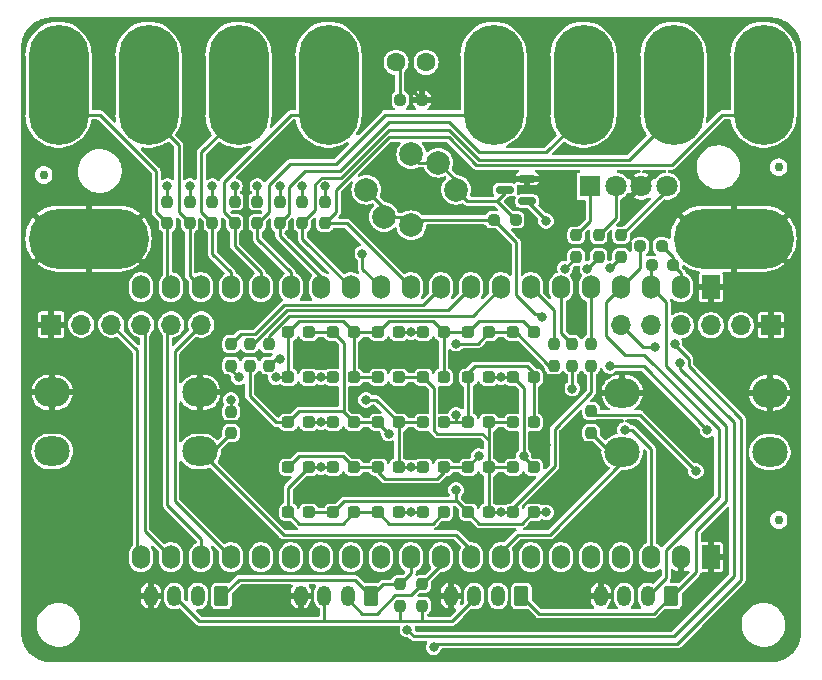
<source format=gbr>
%TF.GenerationSoftware,KiCad,Pcbnew,7.0.6-7.0.6~ubuntu22.04.1*%
%TF.CreationDate,2023-07-15T17:42:53-03:00*%
%TF.ProjectId,FRANZININHO-WIFI-MAKEYMAKEY,4652414e-5a49-44e4-994e-484f2d574946,1.0.0*%
%TF.SameCoordinates,Original*%
%TF.FileFunction,Copper,L1,Top*%
%TF.FilePolarity,Positive*%
%FSLAX46Y46*%
G04 Gerber Fmt 4.6, Leading zero omitted, Abs format (unit mm)*
G04 Created by KiCad (PCBNEW 7.0.6-7.0.6~ubuntu22.04.1) date 2023-07-15 17:42:53*
%MOMM*%
%LPD*%
G01*
G04 APERTURE LIST*
G04 Aperture macros list*
%AMRoundRect*
0 Rectangle with rounded corners*
0 $1 Rounding radius*
0 $2 $3 $4 $5 $6 $7 $8 $9 X,Y pos of 4 corners*
0 Add a 4 corners polygon primitive as box body*
4,1,4,$2,$3,$4,$5,$6,$7,$8,$9,$2,$3,0*
0 Add four circle primitives for the rounded corners*
1,1,$1+$1,$2,$3*
1,1,$1+$1,$4,$5*
1,1,$1+$1,$6,$7*
1,1,$1+$1,$8,$9*
0 Add four rect primitives between the rounded corners*
20,1,$1+$1,$2,$3,$4,$5,0*
20,1,$1+$1,$4,$5,$6,$7,0*
20,1,$1+$1,$6,$7,$8,$9,0*
20,1,$1+$1,$8,$9,$2,$3,0*%
G04 Aperture macros list end*
%TA.AperFunction,SMDPad,CuDef*%
%ADD10RoundRect,0.237500X-0.287500X-0.237500X0.287500X-0.237500X0.287500X0.237500X-0.287500X0.237500X0*%
%TD*%
%TA.AperFunction,ComponentPad*%
%ADD11C,2.000000*%
%TD*%
%TA.AperFunction,SMDPad,CuDef*%
%ADD12RoundRect,0.237500X0.237500X-0.250000X0.237500X0.250000X-0.237500X0.250000X-0.237500X-0.250000X0*%
%TD*%
%TA.AperFunction,SMDPad,CuDef*%
%ADD13C,0.750000*%
%TD*%
%TA.AperFunction,SMDPad,CuDef*%
%ADD14RoundRect,0.237500X-0.237500X0.250000X-0.237500X-0.250000X0.237500X-0.250000X0.237500X0.250000X0*%
%TD*%
%TA.AperFunction,ComponentPad*%
%ADD15C,5.080000*%
%TD*%
%TA.AperFunction,ConnectorPad*%
%ADD16R,5.080000X5.080000*%
%TD*%
%TA.AperFunction,SMDPad,CuDef*%
%ADD17RoundRect,0.237500X-0.250000X-0.237500X0.250000X-0.237500X0.250000X0.237500X-0.250000X0.237500X0*%
%TD*%
%TA.AperFunction,SMDPad,CuDef*%
%ADD18RoundRect,0.150000X0.587500X0.150000X-0.587500X0.150000X-0.587500X-0.150000X0.587500X-0.150000X0*%
%TD*%
%TA.AperFunction,SMDPad,CuDef*%
%ADD19RoundRect,0.237500X0.250000X0.237500X-0.250000X0.237500X-0.250000X-0.237500X0.250000X-0.237500X0*%
%TD*%
%TA.AperFunction,ComponentPad*%
%ADD20R,1.800000X1.800000*%
%TD*%
%TA.AperFunction,ComponentPad*%
%ADD21C,1.800000*%
%TD*%
%TA.AperFunction,ComponentPad*%
%ADD22R,1.700000X1.700000*%
%TD*%
%TA.AperFunction,ComponentPad*%
%ADD23O,1.700000X1.700000*%
%TD*%
%TA.AperFunction,ComponentPad*%
%ADD24O,3.000000X2.500000*%
%TD*%
%TA.AperFunction,ComponentPad*%
%ADD25C,1.600000*%
%TD*%
%TA.AperFunction,ComponentPad*%
%ADD26O,1.524000X2.032000*%
%TD*%
%TA.AperFunction,ComponentPad*%
%ADD27R,1.524000X2.032000*%
%TD*%
%TA.AperFunction,ComponentPad*%
%ADD28RoundRect,0.250000X0.350000X0.625000X-0.350000X0.625000X-0.350000X-0.625000X0.350000X-0.625000X0*%
%TD*%
%TA.AperFunction,ComponentPad*%
%ADD29O,1.200000X1.750000*%
%TD*%
%TA.AperFunction,ViaPad*%
%ADD30C,0.800000*%
%TD*%
%TA.AperFunction,Conductor*%
%ADD31C,0.250000*%
%TD*%
G04 APERTURE END LIST*
D10*
%TO.P,D1,1,K*%
%TO.N,DISP0*%
X142000000Y-93980000D03*
%TO.P,D1,2,A*%
%TO.N,DISP1*%
X143750000Y-93980000D03*
%TD*%
D11*
%TO.P,LS1,1,1*%
%TO.N,+5V*%
X150110000Y-84215000D03*
X148610000Y-81915000D03*
X152410000Y-84915000D03*
%TO.P,LS1,2,2*%
%TO.N,Net-(Q1-D)*%
X152410000Y-78915000D03*
X154710000Y-79615000D03*
X156210000Y-81915000D03*
%TD*%
D10*
%TO.P,D27,1,K*%
%TO.N,DISP3*%
X149620000Y-109220000D03*
%TO.P,D27,2,A*%
%TO.N,DISP5*%
X151370000Y-109220000D03*
%TD*%
D12*
%TO.P,R17,1*%
%TO.N,TOUCH2*%
X133667500Y-84732500D03*
%TO.P,R17,2*%
%TO.N,Net-(JP1-A)*%
X133667500Y-82907500D03*
%TD*%
D13*
%TO.P,FID3,*%
%TO.N,*%
X183515000Y-109855000D03*
%TD*%
%TO.P,FID2,*%
%TO.N,*%
X183515000Y-80010000D03*
%TD*%
D14*
%TO.P,R7,1*%
%TO.N,CPLEX5*%
X167640000Y-94972500D03*
%TO.P,R7,2*%
%TO.N,DISP5*%
X167640000Y-96797500D03*
%TD*%
D15*
%TO.P,J10,1,Pin_1*%
%TO.N,GND1*%
X177165000Y-86042500D03*
D16*
X179705000Y-86042500D03*
D15*
X182245000Y-86042500D03*
%TD*%
D10*
%TO.P,D11,1,K*%
%TO.N,DISP1*%
X157240000Y-97790000D03*
%TO.P,D11,2,A*%
%TO.N,DISP2*%
X158990000Y-97790000D03*
%TD*%
D12*
%TO.P,R25,1*%
%TO.N,RGB LED B*%
X166370000Y-87590000D03*
%TO.P,R25,2*%
%TO.N,Net-(D31-BA)*%
X166370000Y-85765000D03*
%TD*%
D10*
%TO.P,D29,1,K*%
%TO.N,DISP4*%
X157240000Y-109220000D03*
%TO.P,D29,2,A*%
%TO.N,DISP5*%
X158990000Y-109220000D03*
%TD*%
D17*
%TO.P,R13,1*%
%TO.N,SCL1*%
X172760000Y-88265000D03*
%TO.P,R13,2*%
%TO.N,+3.3V*%
X174585000Y-88265000D03*
%TD*%
D10*
%TO.P,D2,1,K*%
%TO.N,DISP1*%
X145810000Y-93980000D03*
%TO.P,D2,2,A*%
%TO.N,DISP0*%
X147560000Y-93980000D03*
%TD*%
D12*
%TO.P,R11,1*%
%TO.N,SW2*%
X137160000Y-102512500D03*
%TO.P,R11,2*%
%TO.N,+3.3V*%
X137160000Y-100687500D03*
%TD*%
D10*
%TO.P,D12,1,K*%
%TO.N,DISP2*%
X161050000Y-97790000D03*
%TO.P,D12,2,A*%
%TO.N,DISP1*%
X162800000Y-97790000D03*
%TD*%
%TO.P,D5,1,K*%
%TO.N,DISP0*%
X157240000Y-93980000D03*
%TO.P,D5,2,A*%
%TO.N,DISP3*%
X158990000Y-93980000D03*
%TD*%
D16*
%TO.P,J4,1,Pin_1*%
%TO.N,TOUCH4*%
X145415000Y-73025000D03*
D15*
X145415000Y-70485000D03*
X145415000Y-75565000D03*
%TD*%
D14*
%TO.P,R4,1*%
%TO.N,CPLEX2*%
X140335000Y-94972500D03*
%TO.P,R4,2*%
%TO.N,DISP2*%
X140335000Y-96797500D03*
%TD*%
D12*
%TO.P,R21,1*%
%TO.N,TOUCH6*%
X141287500Y-84732500D03*
%TO.P,R21,2*%
%TO.N,Net-(JP1-A)*%
X141287500Y-82907500D03*
%TD*%
D16*
%TO.P,J2,1,Pin_1*%
%TO.N,TOUCH2*%
X130175000Y-73025000D03*
D15*
X130175000Y-75565000D03*
X130175000Y-70485000D03*
%TD*%
D10*
%TO.P,D22,1,K*%
%TO.N,DISP4*%
X153430000Y-105410000D03*
%TO.P,D22,2,A*%
%TO.N,DISP2*%
X155180000Y-105410000D03*
%TD*%
%TO.P,D4,1,K*%
%TO.N,DISP2*%
X153430000Y-93980000D03*
%TO.P,D4,2,A*%
%TO.N,DISP0*%
X155180000Y-93980000D03*
%TD*%
D16*
%TO.P,J6,1,Pin_1*%
%TO.N,TOUCH6*%
X167005000Y-73025000D03*
D15*
X167005000Y-70485000D03*
X167005000Y-75565000D03*
%TD*%
D18*
%TO.P,Q1,1,G*%
%TO.N,BUZZER*%
X162227500Y-82865000D03*
%TO.P,Q1,2,S*%
%TO.N,GND1*%
X162227500Y-80965000D03*
%TO.P,Q1,3,D*%
%TO.N,Net-(Q1-D)*%
X160352500Y-81915000D03*
%TD*%
D19*
%TO.P,R8,1*%
%TO.N,Net-(Q1-D)*%
X161250000Y-84455000D03*
%TO.P,R8,2*%
%TO.N,+5V*%
X159425000Y-84455000D03*
%TD*%
D12*
%TO.P,R20,1*%
%TO.N,TOUCH5*%
X139382500Y-84732500D03*
%TO.P,R20,2*%
%TO.N,Net-(JP1-A)*%
X139382500Y-82907500D03*
%TD*%
D14*
%TO.P,R6,1*%
%TO.N,CPLEX4*%
X166052500Y-94972500D03*
%TO.P,R6,2*%
%TO.N,DISP4*%
X166052500Y-96797500D03*
%TD*%
D10*
%TO.P,D26,1,K*%
%TO.N,DISP4*%
X145810000Y-109220000D03*
%TO.P,D26,2,A*%
%TO.N,DISP3*%
X147560000Y-109220000D03*
%TD*%
%TO.P,D16,1,K*%
%TO.N,DISP4*%
X153430000Y-101600000D03*
%TO.P,D16,2,A*%
%TO.N,DISP1*%
X155180000Y-101600000D03*
%TD*%
D19*
%TO.P,R9,1*%
%TO.N,GND1*%
X153312500Y-74295000D03*
%TO.P,R9,2*%
%TO.N,LDR*%
X151487500Y-74295000D03*
%TD*%
D10*
%TO.P,D25,1,K*%
%TO.N,DISP3*%
X142000000Y-109220000D03*
%TO.P,D25,2,A*%
%TO.N,DISP4*%
X143750000Y-109220000D03*
%TD*%
D20*
%TO.P,D31,1,BA*%
%TO.N,Net-(D31-BA)*%
X167575000Y-81597500D03*
D21*
%TO.P,D31,2,GA*%
%TO.N,Net-(D31-GA)*%
X169734000Y-81597500D03*
%TO.P,D31,3,K*%
%TO.N,GND1*%
X171893000Y-81597500D03*
%TO.P,D31,4,RA*%
%TO.N,Net-(D31-RA)*%
X174052000Y-81597500D03*
%TD*%
D10*
%TO.P,D17,1,K*%
%TO.N,DISP1*%
X157240000Y-101600000D03*
%TO.P,D17,2,A*%
%TO.N,DISP5*%
X158990000Y-101600000D03*
%TD*%
%TO.P,D15,1,K*%
%TO.N,DISP1*%
X149620000Y-101600000D03*
%TO.P,D15,2,A*%
%TO.N,DISP4*%
X151370000Y-101600000D03*
%TD*%
D16*
%TO.P,J9,1,Pin_1*%
%TO.N,GND1*%
X125095000Y-86042500D03*
D15*
X122555000Y-86042500D03*
X127635000Y-86042500D03*
%TD*%
D22*
%TO.P,J15,1,Pin_1*%
%TO.N,GND1*%
X121945000Y-93320000D03*
D23*
%TO.P,J15,2,Pin_2*%
%TO.N,+3.3V*%
X124485000Y-93320000D03*
%TO.P,J15,3,Pin_3*%
%TO.N,GPIO46*%
X127025000Y-93320000D03*
%TO.P,J15,4,Pin_4*%
%TO.N,GPIO45*%
X129565000Y-93320000D03*
%TO.P,J15,5,Pin_5*%
%TO.N,SERIAL RX*%
X132105000Y-93320000D03*
%TO.P,J15,6,Pin_6*%
%TO.N,SERIAL TX*%
X134645000Y-93320000D03*
%TD*%
D10*
%TO.P,D7,1,K*%
%TO.N,DISP0*%
X142000000Y-97790000D03*
%TO.P,D7,2,A*%
%TO.N,DISP4*%
X143750000Y-97790000D03*
%TD*%
%TO.P,D19,1,K*%
%TO.N,DISP2*%
X142000000Y-105410000D03*
%TO.P,D19,2,A*%
%TO.N,DISP3*%
X143750000Y-105410000D03*
%TD*%
D13*
%TO.P,FID1,*%
%TO.N,*%
X121285000Y-80645000D03*
%TD*%
D10*
%TO.P,D28,1,K*%
%TO.N,DISP5*%
X153430000Y-109220000D03*
%TO.P,D28,2,A*%
%TO.N,DISP3*%
X155180000Y-109220000D03*
%TD*%
D14*
%TO.P,R5,1*%
%TO.N,CPLEX3*%
X164465000Y-94972500D03*
%TO.P,R5,2*%
%TO.N,DISP3*%
X164465000Y-96797500D03*
%TD*%
D15*
%TO.P,J7,1,Pin_1*%
%TO.N,TOUCH7*%
X174625000Y-70485000D03*
X174625000Y-75565000D03*
D16*
X174625000Y-73025000D03*
%TD*%
D14*
%TO.P,R14,1*%
%TO.N,SDA2*%
X153352500Y-115292500D03*
%TO.P,R14,2*%
%TO.N,+3.3V*%
X153352500Y-117117500D03*
%TD*%
D12*
%TO.P,R10,1*%
%TO.N,SW1*%
X167640000Y-102472500D03*
%TO.P,R10,2*%
%TO.N,+3.3V*%
X167640000Y-100647500D03*
%TD*%
D10*
%TO.P,D30,1,K*%
%TO.N,DISP5*%
X161050000Y-109220000D03*
%TO.P,D30,2,A*%
%TO.N,DISP4*%
X162800000Y-109220000D03*
%TD*%
D22*
%TO.P,J16,1,Pin_1*%
%TO.N,GND1*%
X182855000Y-93370000D03*
D23*
%TO.P,J16,2,Pin_2*%
%TO.N,+3.3V*%
X180315000Y-93370000D03*
%TO.P,J16,3,Pin_3*%
%TO.N,GPIO0*%
X177775000Y-93370000D03*
%TO.P,J16,4,Pin_4*%
%TO.N,GPIO26*%
X175235000Y-93370000D03*
%TO.P,J16,5,Pin_5*%
%TO.N,GPIO38*%
X172695000Y-93370000D03*
%TO.P,J16,6,Pin_6*%
%TO.N,GPIO39*%
X170155000Y-93370000D03*
%TD*%
D14*
%TO.P,R3,1*%
%TO.N,CPLEX1*%
X138747500Y-94972500D03*
%TO.P,R3,2*%
%TO.N,DISP1*%
X138747500Y-96797500D03*
%TD*%
D15*
%TO.P,J1,1,Pin_1*%
%TO.N,TOUCH1*%
X122555000Y-70485000D03*
D16*
X122555000Y-73025000D03*
D15*
X122555000Y-75565000D03*
%TD*%
D10*
%TO.P,D9,1,K*%
%TO.N,DISP0*%
X149620000Y-97790000D03*
%TO.P,D9,2,A*%
%TO.N,DISP5*%
X151370000Y-97790000D03*
%TD*%
%TO.P,D3,1,K*%
%TO.N,DISP0*%
X149620000Y-93980000D03*
%TO.P,D3,2,A*%
%TO.N,DISP2*%
X151370000Y-93980000D03*
%TD*%
%TO.P,D24,1,K*%
%TO.N,DISP5*%
X161050000Y-105410000D03*
%TO.P,D24,2,A*%
%TO.N,DISP2*%
X162800000Y-105410000D03*
%TD*%
%TO.P,D21,1,K*%
%TO.N,DISP2*%
X149620000Y-105410000D03*
%TO.P,D21,2,A*%
%TO.N,DISP4*%
X151370000Y-105410000D03*
%TD*%
%TO.P,D18,1,K*%
%TO.N,DISP5*%
X161050000Y-101600000D03*
%TO.P,D18,2,A*%
%TO.N,DISP1*%
X162800000Y-101600000D03*
%TD*%
D12*
%TO.P,R22,1*%
%TO.N,TOUCH7*%
X143192500Y-84732500D03*
%TO.P,R22,2*%
%TO.N,Net-(JP1-A)*%
X143192500Y-82907500D03*
%TD*%
D10*
%TO.P,D23,1,K*%
%TO.N,DISP2*%
X157240000Y-105410000D03*
%TO.P,D23,2,A*%
%TO.N,DISP5*%
X158990000Y-105410000D03*
%TD*%
%TO.P,D6,1,K*%
%TO.N,DISP3*%
X161050000Y-93980000D03*
%TO.P,D6,2,A*%
%TO.N,DISP0*%
X162800000Y-93980000D03*
%TD*%
D15*
%TO.P,J8,1,Pin_1*%
%TO.N,TOUCH8*%
X182245000Y-75565000D03*
X182245000Y-70485000D03*
D16*
X182245000Y-73025000D03*
%TD*%
D14*
%TO.P,R2,1*%
%TO.N,CPLEX0*%
X137160000Y-94972500D03*
%TO.P,R2,2*%
%TO.N,DISP0*%
X137160000Y-96797500D03*
%TD*%
D10*
%TO.P,D8,1,K*%
%TO.N,DISP4*%
X145810000Y-97790000D03*
%TO.P,D8,2,A*%
%TO.N,DISP0*%
X147560000Y-97790000D03*
%TD*%
D14*
%TO.P,R1,1*%
%TO.N,SCL2*%
X151447500Y-115292500D03*
%TO.P,R1,2*%
%TO.N,+3.3V*%
X151447500Y-117117500D03*
%TD*%
D12*
%TO.P,R19,1*%
%TO.N,TOUCH4*%
X137477500Y-84732500D03*
%TO.P,R19,2*%
%TO.N,Net-(JP1-A)*%
X137477500Y-82907500D03*
%TD*%
D15*
%TO.P,J5,1,Pin_1*%
%TO.N,TOUCH5*%
X159385000Y-75565000D03*
D16*
X159385000Y-73025000D03*
D15*
X159385000Y-70485000D03*
%TD*%
D12*
%TO.P,R18,1*%
%TO.N,TOUCH3*%
X135572500Y-84732500D03*
%TO.P,R18,2*%
%TO.N,Net-(JP1-A)*%
X135572500Y-82907500D03*
%TD*%
D15*
%TO.P,J3,1,Pin_1*%
%TO.N,TOUCH3*%
X137795000Y-75565000D03*
X137795000Y-70485000D03*
D16*
X137795000Y-73025000D03*
%TD*%
D12*
%TO.P,R16,1*%
%TO.N,TOUCH1*%
X131762500Y-84732500D03*
%TO.P,R16,2*%
%TO.N,Net-(JP1-A)*%
X131762500Y-82907500D03*
%TD*%
D10*
%TO.P,D14,1,K*%
%TO.N,DISP3*%
X145810000Y-101600000D03*
%TO.P,D14,2,A*%
%TO.N,DISP1*%
X147560000Y-101600000D03*
%TD*%
%TO.P,D10,1,K*%
%TO.N,DISP5*%
X153430000Y-97790000D03*
%TO.P,D10,2,A*%
%TO.N,DISP0*%
X155180000Y-97790000D03*
%TD*%
D24*
%TO.P,SW2,1,1*%
%TO.N,GND1*%
X122020000Y-99060000D03*
X134520000Y-99060000D03*
%TO.P,SW2,2,2*%
%TO.N,SW2*%
X122020000Y-104060000D03*
X134520000Y-104060000D03*
%TD*%
D17*
%TO.P,R12,1*%
%TO.N,SDA1*%
X171807500Y-86677500D03*
%TO.P,R12,2*%
%TO.N,+3.3V*%
X173632500Y-86677500D03*
%TD*%
D10*
%TO.P,D20,1,K*%
%TO.N,DISP3*%
X145810000Y-105410000D03*
%TO.P,D20,2,A*%
%TO.N,DISP2*%
X147560000Y-105410000D03*
%TD*%
%TO.P,D13,1,K*%
%TO.N,DISP1*%
X142000000Y-101600000D03*
%TO.P,D13,2,A*%
%TO.N,DISP3*%
X143750000Y-101600000D03*
%TD*%
D12*
%TO.P,R23,1*%
%TO.N,TOUCH8*%
X145097500Y-84732500D03*
%TO.P,R23,2*%
%TO.N,Net-(JP1-A)*%
X145097500Y-82907500D03*
%TD*%
D24*
%TO.P,SW1,1,1*%
%TO.N,GND1*%
X182780000Y-99100000D03*
X170280000Y-99100000D03*
%TO.P,SW1,2,2*%
%TO.N,SW1*%
X170280000Y-104100000D03*
X182780000Y-104100000D03*
%TD*%
D12*
%TO.P,R15,1*%
%TO.N,RGB LED R*%
X170180000Y-87590000D03*
%TO.P,R15,2*%
%TO.N,Net-(D31-RA)*%
X170180000Y-85765000D03*
%TD*%
D25*
%TO.P,LDR1,1*%
%TO.N,+3.3V*%
X153670000Y-71120000D03*
%TO.P,LDR1,2*%
%TO.N,LDR*%
X151130000Y-71120000D03*
%TD*%
D12*
%TO.P,R24,1*%
%TO.N,RGB LED G*%
X168275000Y-87590000D03*
%TO.P,R24,2*%
%TO.N,Net-(D31-GA)*%
X168275000Y-85765000D03*
%TD*%
D26*
%TO.P,U1,1,0*%
%TO.N,GPIO0*%
X129540000Y-90170000D03*
%TO.P,U1,2,1*%
%TO.N,TOUCH1*%
X132080000Y-90170000D03*
%TO.P,U1,3,2*%
%TO.N,TOUCH2*%
X134620000Y-90170000D03*
%TO.P,U1,4,3*%
%TO.N,TOUCH3*%
X137160000Y-90170000D03*
%TO.P,U1,5,4*%
%TO.N,TOUCH4*%
X139700000Y-90170000D03*
%TO.P,U1,6,5*%
%TO.N,TOUCH5*%
X142240000Y-90170000D03*
%TO.P,U1,7,6*%
%TO.N,TOUCH6*%
X144780000Y-90170000D03*
%TO.P,U1,8,7*%
%TO.N,TOUCH7*%
X147320000Y-90170000D03*
%TO.P,U1,9,10*%
%TO.N,LDR*%
X149860000Y-90170000D03*
%TO.P,U1,10,11*%
%TO.N,TOUCH8*%
X152400000Y-90170000D03*
%TO.P,U1,11,12*%
%TO.N,CPLEX0*%
X154940000Y-90170000D03*
%TO.P,U1,12,13*%
%TO.N,CPLEX1*%
X157480000Y-90170000D03*
%TO.P,U1,13,14*%
%TO.N,CPLEX2*%
X160020000Y-90170000D03*
%TO.P,U1,14,15*%
%TO.N,CPLEX3*%
X162560000Y-90170000D03*
%TO.P,U1,15,16*%
%TO.N,CPLEX4*%
X165100000Y-90170000D03*
%TO.P,U1,16,17*%
%TO.N,CPLEX5*%
X167640000Y-90170000D03*
%TO.P,U1,17,8*%
%TO.N,SDA1*%
X170180000Y-90170000D03*
%TO.P,U1,18,9*%
%TO.N,SCL1*%
X172720000Y-90170000D03*
%TO.P,U1,19,3V3*%
%TO.N,+3.3V*%
X175260000Y-90170000D03*
D27*
%TO.P,U1,20,GND*%
%TO.N,GND1*%
X177800000Y-90170000D03*
%TO.P,U1,21,GND*%
X177800000Y-113030000D03*
D26*
%TO.P,U1,22,GND*%
X175260000Y-113030000D03*
%TO.P,U1,23,5V*%
%TO.N,+5V*%
X172720000Y-113030000D03*
%TO.P,U1,24,18*%
%TO.N,BUZZER*%
X170180000Y-113030000D03*
%TO.P,U1,25,21*%
%TO.N,LED21 B*%
X167640000Y-113030000D03*
%TO.P,U1,26,26*%
%TO.N,GPIO26*%
X165100000Y-113030000D03*
%TO.P,U1,27,33*%
%TO.N,LED33 Y*%
X162560000Y-113030000D03*
%TO.P,U1,28,34*%
%TO.N,SW1*%
X160020000Y-113030000D03*
%TO.P,U1,29,35*%
%TO.N,SW2*%
X157480000Y-113030000D03*
%TO.P,U1,30,36*%
%TO.N,SDA2*%
X154940000Y-113030000D03*
%TO.P,U1,31,37*%
%TO.N,SCL2*%
X152400000Y-113030000D03*
%TO.P,U1,32,38*%
%TO.N,GPIO38*%
X149860000Y-113030000D03*
%TO.P,U1,33,39*%
%TO.N,GPIO39*%
X147320000Y-113030000D03*
%TO.P,U1,34,40*%
%TO.N,RGB LED R*%
X144780000Y-113030000D03*
%TO.P,U1,35,41*%
%TO.N,RGB LED G*%
X142240000Y-113030000D03*
%TO.P,U1,36,42*%
%TO.N,RGB LED B*%
X139700000Y-113030000D03*
%TO.P,U1,37,43*%
%TO.N,SERIAL TX*%
X137160000Y-113030000D03*
%TO.P,U1,38,44*%
%TO.N,SERIAL RX*%
X134620000Y-113030000D03*
%TO.P,U1,39,45*%
%TO.N,GPIO45*%
X132080000Y-113030000D03*
%TO.P,U1,40,46*%
%TO.N,GPIO46*%
X129540000Y-113030000D03*
%TD*%
D28*
%TO.P,J12,1,Pin_1*%
%TO.N,SCL2*%
X149050000Y-116295000D03*
D29*
%TO.P,J12,2,Pin_2*%
%TO.N,SDA2*%
X147050000Y-116295000D03*
%TO.P,J12,3,Pin_3*%
%TO.N,+3.3V*%
X145050000Y-116295000D03*
%TO.P,J12,4,Pin_4*%
%TO.N,GND1*%
X143050000Y-116295000D03*
%TD*%
D28*
%TO.P,J13,1,Pin_1*%
%TO.N,SCL1*%
X161750000Y-116295000D03*
D29*
%TO.P,J13,2,Pin_2*%
%TO.N,SDA1*%
X159750000Y-116295000D03*
%TO.P,J13,3,Pin_3*%
%TO.N,+3.3V*%
X157750000Y-116295000D03*
%TO.P,J13,4,Pin_4*%
%TO.N,GND1*%
X155750000Y-116295000D03*
%TD*%
D28*
%TO.P,J11,1,Pin_1*%
%TO.N,SCL2*%
X136350000Y-116295000D03*
D29*
%TO.P,J11,2,Pin_2*%
%TO.N,SDA2*%
X134350000Y-116295000D03*
%TO.P,J11,3,Pin_3*%
%TO.N,+3.3V*%
X132350000Y-116295000D03*
%TO.P,J11,4,Pin_4*%
%TO.N,GND1*%
X130350000Y-116295000D03*
%TD*%
D28*
%TO.P,J14,1,Pin_1*%
%TO.N,SCL1*%
X174450000Y-116295000D03*
D29*
%TO.P,J14,2,Pin_2*%
%TO.N,SDA1*%
X172450000Y-116295000D03*
%TO.P,J14,3,Pin_3*%
%TO.N,+3.3V*%
X170450000Y-116295000D03*
%TO.P,J14,4,Pin_4*%
%TO.N,GND1*%
X168450000Y-116295000D03*
%TD*%
D30*
%TO.N,GND1*%
X180340000Y-90170000D03*
X149860000Y-80010000D03*
X154305000Y-83185000D03*
%TO.N,DISP1*%
X156210000Y-100965000D03*
X150495000Y-102552500D03*
%TO.N,DISP2*%
X152400000Y-93980000D03*
X158115000Y-104457500D03*
X160020000Y-97790000D03*
X161925000Y-104457500D03*
X141275500Y-96202500D03*
%TO.N,DISP3*%
X144780000Y-101600000D03*
X156210000Y-94932500D03*
X144780000Y-105410000D03*
%TO.N,DISP4*%
X156210000Y-107315000D03*
X148590000Y-99695000D03*
X144780000Y-97790000D03*
X163830000Y-109220000D03*
X152400000Y-105410000D03*
X166052500Y-98742500D03*
%TO.N,DISP5*%
X152400000Y-109220000D03*
X160020000Y-109220000D03*
%TO.N,+5V*%
X170497500Y-102235000D03*
X163512500Y-92710000D03*
%TO.N,BUZZER*%
X163830000Y-84544500D03*
%TO.N,GND1*%
X152400000Y-72072500D03*
X163195000Y-68580000D03*
X141922500Y-77470000D03*
X163195000Y-81915000D03*
X131762500Y-80327500D03*
X164147500Y-86677500D03*
X148590000Y-107315000D03*
X141605000Y-68580000D03*
X152400000Y-103505000D03*
X144780000Y-107315000D03*
X126365000Y-68580000D03*
X149225000Y-74295000D03*
X168910000Y-110807500D03*
X148590000Y-103505000D03*
X167640000Y-104457500D03*
X144780000Y-99695000D03*
X155575000Y-74295000D03*
X140335000Y-85725000D03*
X144780000Y-95885000D03*
X128270000Y-111442500D03*
X152400000Y-107315000D03*
X138430000Y-111442500D03*
X177482500Y-103505000D03*
X138430000Y-85725000D03*
X179070000Y-94932500D03*
X182245000Y-81915000D03*
X133985000Y-68580000D03*
X130810000Y-94932500D03*
X163830000Y-103505000D03*
X139700000Y-116205000D03*
X134620000Y-85725000D03*
X152400000Y-95885000D03*
X160020000Y-99695000D03*
X122555000Y-81915000D03*
X133985000Y-77470000D03*
X148590000Y-95885000D03*
X160020000Y-103505000D03*
X174942500Y-101282500D03*
X173990000Y-110807500D03*
X128270000Y-101560000D03*
X133350000Y-111442500D03*
X156210000Y-99695000D03*
X170815000Y-68580000D03*
X160020000Y-107315000D03*
X166370000Y-92392500D03*
X135572500Y-80327500D03*
X160020000Y-95567500D03*
X165100000Y-116205000D03*
X158750000Y-86677500D03*
X142240000Y-85725000D03*
X178435000Y-68580000D03*
X144108951Y-85725000D03*
X153670000Y-86677500D03*
X163830000Y-107315000D03*
X136525000Y-85725000D03*
X152400000Y-99695000D03*
X163195000Y-77470000D03*
X170815000Y-77470000D03*
X132715000Y-85725000D03*
%TO.N,+3.3V*%
X137160000Y-99695000D03*
X176530000Y-105727500D03*
%TO.N,LDR*%
X148272500Y-87312500D03*
%TO.N,DISP0*%
X140970000Y-97790000D03*
X137795000Y-97790000D03*
%TO.N,GPIO0*%
X177482500Y-102235000D03*
X169227500Y-96837500D03*
%TO.N,GPIO38*%
X174714500Y-94932500D03*
X154305000Y-120650000D03*
%TO.N,GPIO39*%
X173037500Y-95250000D03*
X175170500Y-96609500D03*
X152082500Y-119152000D03*
%TO.N,RGB LED R*%
X169227500Y-88554500D03*
%TO.N,RGB LED G*%
X167322500Y-88582500D03*
%TO.N,RGB LED B*%
X165417500Y-88582500D03*
%TO.N,Net-(JP1-A)*%
X137477500Y-81597500D03*
X139382500Y-81597500D03*
X131762500Y-81597500D03*
X135572500Y-81597500D03*
X145134946Y-81597500D03*
X141287500Y-81597500D03*
X133667500Y-81597500D03*
X143192500Y-81597500D03*
%TD*%
D31*
%TO.N,TOUCH8*%
X182245000Y-75565000D02*
X182245000Y-70485000D01*
X182245000Y-75565000D02*
X178752500Y-75565000D01*
X146050000Y-81917792D02*
X146050000Y-83820000D01*
X178752500Y-75565000D02*
X174492500Y-79825000D01*
X174492500Y-79825000D02*
X157927208Y-79825000D01*
X150497792Y-77470000D02*
X146050000Y-81917792D01*
X157927208Y-79825000D02*
X155572208Y-77470000D01*
X155572208Y-77470000D02*
X150497792Y-77470000D01*
%TO.N,TOUCH7*%
X174625000Y-75565000D02*
X170815000Y-79375000D01*
X146458896Y-80872500D02*
X146050000Y-80872500D01*
X170815000Y-79375000D02*
X158113604Y-79375000D01*
X158113604Y-79375000D02*
X155573604Y-76835000D01*
X155573604Y-76835000D02*
X150496396Y-76835000D01*
X150496396Y-76835000D02*
X146458896Y-80872500D01*
X146050000Y-80872500D02*
X144834641Y-80872500D01*
%TO.N,TOUCH6*%
X167005000Y-75565000D02*
X163830000Y-78740000D01*
X142087500Y-81677195D02*
X143437195Y-80327500D01*
X141287500Y-84732500D02*
X142087500Y-83932500D01*
X142087500Y-83932500D02*
X142087500Y-81677195D01*
X143437195Y-80327500D02*
X146367500Y-80327500D01*
X146367500Y-80327500D02*
X150495000Y-76200000D01*
X150495000Y-76200000D02*
X155575000Y-76200000D01*
X155575000Y-76200000D02*
X158115000Y-78740000D01*
X158115000Y-78740000D02*
X163830000Y-78740000D01*
%TO.N,TOUCH5*%
X159385000Y-75565000D02*
X150177500Y-75565000D01*
X150177500Y-75565000D02*
X146050000Y-79692500D01*
X140335000Y-81524695D02*
X140335000Y-83820000D01*
X146050000Y-79692500D02*
X142167195Y-79692500D01*
X142167195Y-79692500D02*
X140335000Y-81524695D01*
X140335000Y-83820000D02*
X139422500Y-84732500D01*
X139422500Y-84732500D02*
X139382500Y-84732500D01*
%TO.N,Net-(Q1-D)*%
X154710000Y-79615000D02*
X153110000Y-79615000D01*
X153110000Y-79615000D02*
X152410000Y-78915000D01*
X154710000Y-79615000D02*
X156210000Y-81115000D01*
X156210000Y-81115000D02*
X156210000Y-81915000D01*
X157480000Y-82867500D02*
X159400000Y-82867500D01*
X156210000Y-81915000D02*
X157162500Y-82867500D01*
X157162500Y-82867500D02*
X157480000Y-82867500D01*
%TO.N,+5V*%
X150110000Y-84215000D02*
X151710000Y-84215000D01*
X151710000Y-84215000D02*
X152410000Y-84915000D01*
X148610000Y-81915000D02*
X150110000Y-83415000D01*
X150110000Y-83415000D02*
X150110000Y-84215000D01*
X159425000Y-84455000D02*
X153425305Y-84455000D01*
X153425305Y-84455000D02*
X152700305Y-85180000D01*
%TO.N,DISP1*%
X149620000Y-101677500D02*
X150495000Y-102552500D01*
X149620000Y-101600000D02*
X149620000Y-101677500D01*
X145810000Y-93980000D02*
X146685000Y-94855000D01*
X156210000Y-101600000D02*
X155180000Y-101600000D01*
X146685000Y-94855000D02*
X146685000Y-100725000D01*
X143750000Y-93980000D02*
X145810000Y-93980000D01*
X142000000Y-101600000D02*
X142952500Y-100647500D01*
X146685000Y-100725000D02*
X147560000Y-101600000D01*
X142952500Y-100647500D02*
X146607500Y-100647500D01*
X149620000Y-101600000D02*
X147560000Y-101600000D01*
X140970000Y-101600000D02*
X142000000Y-101600000D01*
X138747500Y-96797500D02*
X138747500Y-99377500D01*
X138747500Y-99377500D02*
X140970000Y-101600000D01*
X157240000Y-97790000D02*
X157240000Y-101600000D01*
X162800000Y-97395000D02*
X162242500Y-96837500D01*
X157240000Y-101600000D02*
X156210000Y-101600000D01*
X162242500Y-96837500D02*
X157797500Y-96837500D01*
X157240000Y-97395000D02*
X157240000Y-97790000D01*
X162800000Y-101600000D02*
X162800000Y-97790000D01*
X156210000Y-100965000D02*
X156210000Y-101600000D01*
X157797500Y-96837500D02*
X157240000Y-97395000D01*
X146607500Y-100647500D02*
X147560000Y-101600000D01*
X162800000Y-97790000D02*
X162800000Y-97395000D01*
%TO.N,DISP2*%
X161925000Y-104535000D02*
X162800000Y-105410000D01*
X149620000Y-105805000D02*
X150177500Y-106362500D01*
X155180000Y-105410000D02*
X157240000Y-105410000D01*
X146607500Y-104457500D02*
X147560000Y-105410000D01*
X161925000Y-98665000D02*
X161925000Y-104535000D01*
X160020000Y-97790000D02*
X158990000Y-97790000D01*
X150177500Y-106362500D02*
X154622500Y-106362500D01*
X155180000Y-105805000D02*
X155180000Y-105410000D01*
X161925000Y-104457500D02*
X161925000Y-104535000D01*
X142000000Y-105410000D02*
X142952500Y-104457500D01*
X157240000Y-105332500D02*
X157240000Y-105410000D01*
X154622500Y-106362500D02*
X155180000Y-105805000D01*
X160020000Y-97790000D02*
X161050000Y-97790000D01*
X151370000Y-93980000D02*
X153430000Y-93980000D01*
X142952500Y-104457500D02*
X146607500Y-104457500D01*
X158115000Y-104457500D02*
X157240000Y-105332500D01*
X149620000Y-105410000D02*
X149620000Y-105805000D01*
X141275500Y-96202500D02*
X140930000Y-96202500D01*
X161050000Y-97790000D02*
X161925000Y-98665000D01*
X147560000Y-105410000D02*
X149620000Y-105410000D01*
X140930000Y-96202500D02*
X140335000Y-96797500D01*
%TO.N,DISP3*%
X146607500Y-110172500D02*
X147560000Y-109220000D01*
X158037500Y-94932500D02*
X158990000Y-93980000D01*
X142000000Y-107160000D02*
X143750000Y-105410000D01*
X143750000Y-101600000D02*
X145810000Y-101600000D01*
X142952500Y-110172500D02*
X146607500Y-110172500D01*
X161290000Y-93980000D02*
X161050000Y-93980000D01*
X158990000Y-93980000D02*
X161050000Y-93980000D01*
X147560000Y-109220000D02*
X149620000Y-109220000D01*
X150572500Y-110172500D02*
X154227500Y-110172500D01*
X156210000Y-94932500D02*
X158037500Y-94932500D01*
X142000000Y-109220000D02*
X142000000Y-107160000D01*
X149620000Y-109220000D02*
X150572500Y-110172500D01*
X164107500Y-96797500D02*
X161290000Y-93980000D01*
X143750000Y-105410000D02*
X145810000Y-105410000D01*
X154227500Y-110172500D02*
X155180000Y-109220000D01*
X164465000Y-96797500D02*
X164107500Y-96797500D01*
X142000000Y-109220000D02*
X142952500Y-110172500D01*
%TO.N,DISP4*%
X156210000Y-107315000D02*
X156210000Y-108228750D01*
X157201250Y-109220000D02*
X157240000Y-109220000D01*
X166052500Y-96797500D02*
X166052500Y-98742500D01*
X158192500Y-110172500D02*
X157240000Y-109220000D01*
X163830000Y-109220000D02*
X162800000Y-109220000D01*
X145811875Y-109220000D02*
X146764375Y-108267500D01*
X156210000Y-108228750D02*
X156248750Y-108267500D01*
X145810000Y-109220000D02*
X145811875Y-109220000D01*
X151370000Y-101600000D02*
X151370000Y-105410000D01*
X151370000Y-105410000D02*
X153430000Y-105410000D01*
X149465000Y-99695000D02*
X148590000Y-99695000D01*
X143750000Y-109220000D02*
X145810000Y-109220000D01*
X156248750Y-108267500D02*
X157201250Y-109220000D01*
X162718750Y-109220000D02*
X161766250Y-110172500D01*
X146764375Y-108267500D02*
X156248750Y-108267500D01*
X161766250Y-110172500D02*
X158192500Y-110172500D01*
X151370000Y-101600000D02*
X153430000Y-101600000D01*
X151370000Y-101600000D02*
X149465000Y-99695000D01*
X143750000Y-97790000D02*
X145810000Y-97790000D01*
X162800000Y-109220000D02*
X162718750Y-109220000D01*
%TO.N,DISP5*%
X167640000Y-96797500D02*
X167640000Y-99060000D01*
X158990000Y-109220000D02*
X158990000Y-105410000D01*
X158990000Y-109220000D02*
X161050000Y-109220000D01*
X154305000Y-98665000D02*
X154305000Y-102235000D01*
X158990000Y-105410000D02*
X161050000Y-105410000D01*
X158990000Y-101600000D02*
X161050000Y-101600000D01*
X164555000Y-102145000D02*
X164555000Y-105320000D01*
X151370000Y-109220000D02*
X153430000Y-109220000D01*
X158432500Y-102552500D02*
X158990000Y-103110000D01*
X167640000Y-99060000D02*
X164555000Y-102145000D01*
X161050000Y-108825000D02*
X161050000Y-109220000D01*
X158990000Y-103110000D02*
X158990000Y-101600000D01*
X151370000Y-97790000D02*
X153430000Y-97790000D01*
X158990000Y-105410000D02*
X158990000Y-103110000D01*
X153430000Y-109220000D02*
X152400000Y-109220000D01*
X154305000Y-102235000D02*
X154622500Y-102552500D01*
X154622500Y-102552500D02*
X158432500Y-102552500D01*
X164555000Y-105320000D02*
X161050000Y-108825000D01*
X153430000Y-97790000D02*
X154305000Y-98665000D01*
%TO.N,CPLEX1*%
X155522500Y-92127500D02*
X141868604Y-92127500D01*
X139023604Y-94972500D02*
X138747500Y-94972500D01*
X157480000Y-90170000D02*
X155522500Y-92127500D01*
X141868604Y-92127500D02*
X139023604Y-94972500D01*
%TO.N,CPLEX2*%
X157612500Y-92577500D02*
X160020000Y-90170000D01*
X140335000Y-94972500D02*
X140335000Y-94297500D01*
X140335000Y-94297500D02*
X142055000Y-92577500D01*
X142055000Y-92577500D02*
X157612500Y-92577500D01*
%TO.N,CPLEX3*%
X164465000Y-92075000D02*
X162560000Y-90170000D01*
X164465000Y-94972500D02*
X164465000Y-92075000D01*
%TO.N,CPLEX4*%
X166052500Y-94972500D02*
X165100000Y-94020000D01*
X165100000Y-94020000D02*
X165100000Y-90170000D01*
%TO.N,CPLEX5*%
X167640000Y-94972500D02*
X167640000Y-90170000D01*
%TO.N,+5V*%
X163195000Y-92392500D02*
X162877500Y-92392500D01*
X163512500Y-92710000D02*
X163195000Y-92392500D01*
X172720000Y-103822500D02*
X172720000Y-113030000D01*
X161290000Y-90805000D02*
X161290000Y-86320000D01*
X161290000Y-86320000D02*
X159425000Y-84455000D01*
X162877500Y-92392500D02*
X161290000Y-90805000D01*
X170497500Y-102235000D02*
X171132500Y-102235000D01*
X171132500Y-102235000D02*
X172720000Y-103822500D01*
%TO.N,Net-(Q1-D)*%
X159662500Y-82867500D02*
X161250000Y-84455000D01*
X159400000Y-82867500D02*
X159662500Y-82867500D01*
X159400000Y-82867500D02*
X159702500Y-82867500D01*
X159702500Y-82867500D02*
X160352500Y-82217500D01*
X160352500Y-82217500D02*
X160352500Y-81915000D01*
%TO.N,BUZZER*%
X163830000Y-84455000D02*
X162240000Y-82865000D01*
X162240000Y-82865000D02*
X162227500Y-82865000D01*
X163830000Y-84544500D02*
X163830000Y-84455000D01*
%TO.N,GND1*%
X152400000Y-72072500D02*
X152400000Y-73382500D01*
X178970000Y-85825000D02*
X180975000Y-83820000D01*
X152400000Y-73382500D02*
X153312500Y-74295000D01*
%TO.N,+3.3V*%
X145097500Y-118427500D02*
X151447500Y-118427500D01*
X151447500Y-117117500D02*
X151447500Y-118427500D01*
X173652500Y-86677500D02*
X173632500Y-86677500D01*
X151447500Y-118427500D02*
X153352500Y-118427500D01*
X153352500Y-118427500D02*
X155892500Y-118427500D01*
X155892500Y-118427500D02*
X157750000Y-116570000D01*
X174585000Y-87610000D02*
X173652500Y-86677500D01*
X137160000Y-100687500D02*
X137160000Y-99695000D01*
X134482500Y-118427500D02*
X145097500Y-118427500D01*
X145050000Y-118380000D02*
X145097500Y-118427500D01*
X145050000Y-116295000D02*
X145050000Y-118380000D01*
X175260000Y-90170000D02*
X175260000Y-88940000D01*
X157750000Y-116570000D02*
X157750000Y-116295000D01*
X167957500Y-100965000D02*
X167640000Y-100647500D01*
X176530000Y-105727500D02*
X171767500Y-100965000D01*
X174585000Y-88265000D02*
X174585000Y-87610000D01*
X153352500Y-117117500D02*
X153352500Y-118427500D01*
X132350000Y-116295000D02*
X134482500Y-118427500D01*
X171767500Y-100965000D02*
X167957500Y-100965000D01*
X175260000Y-88940000D02*
X174585000Y-88265000D01*
%TO.N,LDR*%
X151447500Y-71437500D02*
X151130000Y-71120000D01*
X148272500Y-87312500D02*
X148272500Y-88582500D01*
X151447500Y-74255000D02*
X151447500Y-71437500D01*
X148272500Y-88582500D02*
X149860000Y-90170000D01*
X151487500Y-74295000D02*
X151447500Y-74255000D01*
%TO.N,SW2*%
X134540000Y-104060000D02*
X134520000Y-104060000D01*
X157480000Y-112395000D02*
X156210000Y-111125000D01*
X156210000Y-111125000D02*
X141605000Y-111125000D01*
X134520000Y-104060000D02*
X135612500Y-104060000D01*
X157480000Y-113030000D02*
X157480000Y-112395000D01*
X135612500Y-104060000D02*
X137160000Y-102512500D01*
X141605000Y-111125000D02*
X134540000Y-104060000D01*
%TO.N,SW1*%
X160020000Y-113030000D02*
X160020000Y-112553750D01*
X170280000Y-104992500D02*
X170280000Y-104100000D01*
X170280000Y-104100000D02*
X169267500Y-104100000D01*
X169267500Y-104100000D02*
X167640000Y-102472500D01*
X161448750Y-111125000D02*
X164147500Y-111125000D01*
X160020000Y-112553750D02*
X161448750Y-111125000D01*
X164147500Y-111125000D02*
X170280000Y-104992500D01*
%TO.N,TOUCH1*%
X126047500Y-75565000D02*
X122555000Y-75565000D01*
X130810000Y-83780000D02*
X130810000Y-80327500D01*
X130810000Y-80327500D02*
X126047500Y-75565000D01*
X131762500Y-84732500D02*
X130810000Y-83780000D01*
X131762500Y-84732500D02*
X131762500Y-89852500D01*
X131762500Y-89852500D02*
X132080000Y-90170000D01*
%TO.N,TOUCH2*%
X133667500Y-89217500D02*
X134620000Y-90170000D01*
X133667500Y-84732500D02*
X133667500Y-89217500D01*
X130175000Y-75565000D02*
X132715000Y-78105000D01*
X132715000Y-83780000D02*
X133667500Y-84732500D01*
X132715000Y-78105000D02*
X132715000Y-83780000D01*
%TO.N,DISP0*%
X154227500Y-93027500D02*
X150572500Y-93027500D01*
X142000000Y-97790000D02*
X140970000Y-97790000D01*
X150572500Y-93027500D02*
X149620000Y-93980000D01*
X142000000Y-93980000D02*
X142000000Y-97790000D01*
X157240000Y-93980000D02*
X158192500Y-93027500D01*
X137795000Y-97790000D02*
X137160000Y-97155000D01*
X142952500Y-93027500D02*
X146607500Y-93027500D01*
X155180000Y-97790000D02*
X155180000Y-93980000D01*
X147560000Y-93980000D02*
X149620000Y-93980000D01*
X146607500Y-93027500D02*
X147560000Y-93980000D01*
X155180000Y-93980000D02*
X154227500Y-93027500D01*
X137160000Y-97155000D02*
X137160000Y-96797500D01*
X155180000Y-93980000D02*
X157240000Y-93980000D01*
X158192500Y-93027500D02*
X161847500Y-93027500D01*
X147560000Y-93980000D02*
X147560000Y-97790000D01*
X161847500Y-93027500D02*
X162800000Y-93980000D01*
X142000000Y-93980000D02*
X142952500Y-93027500D01*
X147560000Y-97790000D02*
X149620000Y-97790000D01*
%TO.N,CPLEX0*%
X139199708Y-94160000D02*
X137972500Y-94160000D01*
X137972500Y-94160000D02*
X137160000Y-94972500D01*
X141682208Y-91677500D02*
X139199708Y-94160000D01*
X154940000Y-90170000D02*
X153432500Y-91677500D01*
X153432500Y-91677500D02*
X141682208Y-91677500D01*
%TO.N,TOUCH3*%
X134620000Y-83780000D02*
X134620000Y-78740000D01*
X137160000Y-88900000D02*
X137160000Y-90170000D01*
X135572500Y-87312500D02*
X137160000Y-88900000D01*
X135572500Y-84732500D02*
X134620000Y-83780000D01*
X134620000Y-78740000D02*
X137795000Y-75565000D01*
X135572500Y-84732500D02*
X135572500Y-87312500D01*
%TO.N,TOUCH4*%
X137477500Y-86677500D02*
X137477500Y-84732500D01*
X139700000Y-90170000D02*
X139700000Y-88900000D01*
X137477500Y-84732500D02*
X136525000Y-83780000D01*
X136525000Y-83780000D02*
X136525000Y-81280000D01*
X136525000Y-81280000D02*
X142240000Y-75565000D01*
X142240000Y-75565000D02*
X145415000Y-75565000D01*
X139700000Y-88900000D02*
X137477500Y-86677500D01*
%TO.N,TOUCH5*%
X139382500Y-84732500D02*
X139382500Y-86042500D01*
X142240000Y-88900000D02*
X142240000Y-90170000D01*
X139382500Y-86042500D02*
X142240000Y-88900000D01*
%TO.N,TOUCH6*%
X141287500Y-85797805D02*
X144780000Y-89290305D01*
X144780000Y-89290305D02*
X144780000Y-90170000D01*
X141287500Y-84732500D02*
X141287500Y-85797805D01*
%TO.N,TOUCH7*%
X144297500Y-83627500D02*
X143192500Y-84732500D01*
X143192500Y-86042500D02*
X147320000Y-90170000D01*
X144297500Y-81409641D02*
X144297500Y-83627500D01*
X143192500Y-84732500D02*
X143192500Y-86042500D01*
X144834641Y-80872500D02*
X144297500Y-81409641D01*
%TO.N,TOUCH8*%
X145097500Y-84732500D02*
X146962500Y-84732500D01*
X146050000Y-82550000D02*
X146050000Y-83820000D01*
X145137500Y-84732500D02*
X145097500Y-84732500D01*
X146050000Y-83820000D02*
X145137500Y-84732500D01*
X146962500Y-84732500D02*
X152400000Y-90170000D01*
%TO.N,SCL1*%
X163247500Y-117792500D02*
X172952500Y-117792500D01*
X172720000Y-88305000D02*
X172720000Y-90170000D01*
X179070000Y-101917500D02*
X173990000Y-96837500D01*
X176530000Y-114300000D02*
X176530000Y-110808198D01*
X174450000Y-116295000D02*
X174535000Y-116295000D01*
X172952500Y-117792500D02*
X174450000Y-116295000D01*
X173990000Y-91440000D02*
X172720000Y-90170000D01*
X176530000Y-110808198D02*
X179070000Y-108268198D01*
X179070000Y-108268198D02*
X179070000Y-101917500D01*
X172760000Y-88265000D02*
X172720000Y-88305000D01*
X161750000Y-116295000D02*
X163247500Y-117792500D01*
X174535000Y-116295000D02*
X176530000Y-114300000D01*
X173990000Y-96837500D02*
X173990000Y-91440000D01*
%TO.N,SDA1*%
X178435000Y-107950000D02*
X173990000Y-112395000D01*
X173990000Y-114755000D02*
X172450000Y-116295000D01*
X172157805Y-95885000D02*
X178435000Y-102162195D01*
X168910000Y-94297500D02*
X170497500Y-95885000D01*
X178435000Y-102162195D02*
X178435000Y-107950000D01*
X171807500Y-88542500D02*
X171807500Y-86677500D01*
X170180000Y-90170000D02*
X168910000Y-91440000D01*
X170180000Y-90170000D02*
X171807500Y-88542500D01*
X170497500Y-95885000D02*
X172157805Y-95885000D01*
X173990000Y-112395000D02*
X173990000Y-114755000D01*
X168910000Y-91440000D02*
X168910000Y-94297500D01*
%TO.N,SCL2*%
X136350000Y-116295000D02*
X136435000Y-116295000D01*
X152400000Y-113030000D02*
X152400000Y-114340000D01*
X152400000Y-114340000D02*
X151447500Y-115292500D01*
X151447500Y-115292500D02*
X150052500Y-115292500D01*
X136435000Y-116295000D02*
X137795000Y-114935000D01*
X147690000Y-114935000D02*
X149050000Y-116295000D01*
X150052500Y-115292500D02*
X149050000Y-116295000D01*
X137795000Y-114935000D02*
X147690000Y-114935000D01*
%TO.N,SDA2*%
X151077004Y-116205000D02*
X149489504Y-117792500D01*
X149489504Y-117792500D02*
X148272500Y-117792500D01*
X154940000Y-113665000D02*
X153352500Y-115252500D01*
X153312500Y-115292500D02*
X152400000Y-116205000D01*
X147050000Y-116570000D02*
X147050000Y-116295000D01*
X154940000Y-113030000D02*
X154940000Y-113665000D01*
X148272500Y-117792500D02*
X147050000Y-116570000D01*
X152400000Y-116205000D02*
X151077004Y-116205000D01*
X153352500Y-115292500D02*
X153312500Y-115292500D01*
X153352500Y-115252500D02*
X153352500Y-115292500D01*
%TO.N,GPIO0*%
X169227500Y-96837500D02*
X172085000Y-96837500D01*
X172085000Y-96837500D02*
X177482500Y-102235000D01*
%TO.N,GPIO38*%
X154622500Y-120332500D02*
X174942500Y-120332500D01*
X175895500Y-96203000D02*
X174714500Y-95022000D01*
X180340000Y-114935000D02*
X180340000Y-101282500D01*
X154305000Y-120650000D02*
X154622500Y-120332500D01*
X175895500Y-96838000D02*
X175895500Y-96203000D01*
X174714500Y-95022000D02*
X174714500Y-94932500D01*
X174942500Y-120332500D02*
X180340000Y-114935000D01*
X180340000Y-101282500D02*
X175895500Y-96838000D01*
%TO.N,GPIO39*%
X179705000Y-101600000D02*
X175170500Y-97065500D01*
X174625000Y-119697500D02*
X179705000Y-114617500D01*
X179705000Y-114617500D02*
X179705000Y-101600000D01*
X152628000Y-119697500D02*
X174625000Y-119697500D01*
X152082500Y-119152000D02*
X152628000Y-119697500D01*
X173037500Y-95250000D02*
X172035000Y-95250000D01*
X175170500Y-97065500D02*
X175170500Y-96609500D01*
X172035000Y-95250000D02*
X170155000Y-93370000D01*
%TO.N,RGB LED R*%
X169227500Y-88554500D02*
X170180000Y-87602000D01*
X170180000Y-87602000D02*
X170180000Y-87590000D01*
%TO.N,RGB LED G*%
X167322500Y-88582500D02*
X168275000Y-87630000D01*
X168275000Y-87630000D02*
X168275000Y-87590000D01*
%TO.N,RGB LED B*%
X165417500Y-88582500D02*
X166370000Y-87630000D01*
X166370000Y-87630000D02*
X166370000Y-87590000D01*
%TO.N,SERIAL TX*%
X132397500Y-95567500D02*
X132397500Y-108267500D01*
X134645000Y-93320000D02*
X132397500Y-95567500D01*
X132397500Y-108267500D02*
X137160000Y-113030000D01*
%TO.N,SERIAL RX*%
X134620000Y-111442500D02*
X134620000Y-113030000D01*
X131762500Y-108585000D02*
X134620000Y-111442500D01*
X131762500Y-93662500D02*
X131762500Y-108585000D01*
X132105000Y-93320000D02*
X131762500Y-93662500D01*
%TO.N,GPIO45*%
X129857500Y-93612500D02*
X129857500Y-110807500D01*
X129857500Y-110807500D02*
X132080000Y-113030000D01*
X129565000Y-93320000D02*
X129857500Y-93612500D01*
%TO.N,GPIO46*%
X129222500Y-95517500D02*
X129222500Y-112712500D01*
X127025000Y-93320000D02*
X129222500Y-95517500D01*
X129222500Y-112712500D02*
X129540000Y-113030000D01*
%TO.N,Net-(JP1-A)*%
X141287500Y-82907500D02*
X141287500Y-81597500D01*
X145134946Y-81881742D02*
X145097500Y-81919188D01*
X145134946Y-81597500D02*
X145134946Y-81881742D01*
X145097500Y-81919188D02*
X145097500Y-82907500D01*
X131762500Y-81597500D02*
X131762500Y-82907500D01*
X135572500Y-81597500D02*
X135572500Y-82907500D01*
X137477500Y-81597500D02*
X137477500Y-82907500D01*
X133667500Y-82907500D02*
X133667500Y-81597500D01*
X143192500Y-81597500D02*
X143192500Y-82907500D01*
X139382500Y-81597500D02*
X139382500Y-82907500D01*
%TO.N,Net-(D31-BA)*%
X167575000Y-84560000D02*
X167575000Y-82167500D01*
X167575000Y-82167500D02*
X167322500Y-81915000D01*
X166370000Y-85765000D02*
X167575000Y-84560000D01*
%TO.N,Net-(D31-GA)*%
X169734000Y-82167500D02*
X169481500Y-81915000D01*
X169734000Y-84306000D02*
X169734000Y-82167500D01*
X168275000Y-85765000D02*
X169734000Y-84306000D01*
%TO.N,Net-(D31-RA)*%
X170180000Y-85765000D02*
X170202000Y-85765000D01*
X170202000Y-85765000D02*
X173799500Y-82167500D01*
X173799500Y-82167500D02*
X173799500Y-81915000D01*
%TD*%
%TA.AperFunction,Conductor*%
%TO.N,GND1*%
G36*
X175064960Y-113435004D02*
G01*
X175193002Y-113474500D01*
X175293312Y-113474500D01*
X175392499Y-113459550D01*
X175513224Y-113401412D01*
X175514000Y-113400691D01*
X175514000Y-114268665D01*
X175650681Y-114227204D01*
X175650690Y-114227201D01*
X175793991Y-114150605D01*
X175863497Y-114136133D01*
X175929793Y-114161537D01*
X175971831Y-114218750D01*
X175976264Y-114289608D01*
X175942482Y-114350822D01*
X175120739Y-115172565D01*
X175058427Y-115206591D01*
X174987612Y-115201526D01*
X174908345Y-115171961D01*
X174908344Y-115171960D01*
X174908342Y-115171960D01*
X174900831Y-115171152D01*
X174848262Y-115165500D01*
X174848255Y-115165500D01*
X174409134Y-115165500D01*
X174341013Y-115145498D01*
X174294520Y-115091842D01*
X174284416Y-115021568D01*
X174309703Y-114962108D01*
X174315238Y-114954997D01*
X174328375Y-114938119D01*
X174328376Y-114938117D01*
X174332158Y-114931127D01*
X174335654Y-114923977D01*
X174351479Y-114870817D01*
X174369499Y-114818331D01*
X174370809Y-114810478D01*
X174371792Y-114802592D01*
X174369500Y-114747174D01*
X174369500Y-114133932D01*
X174389502Y-114065811D01*
X174443158Y-114019318D01*
X174513432Y-114009214D01*
X174575434Y-114036533D01*
X174692810Y-114132862D01*
X174869305Y-114227199D01*
X174869318Y-114227204D01*
X175006000Y-114268665D01*
X175006000Y-113394805D01*
X175064960Y-113435004D01*
G37*
%TD.AperFunction*%
%TA.AperFunction,Conductor*%
G36*
X168587123Y-97020987D02*
G01*
X168612716Y-97062163D01*
X168643713Y-97143895D01*
X168734002Y-97274701D01*
X168852971Y-97380099D01*
X168852972Y-97380099D01*
X168852974Y-97380101D01*
X168910895Y-97410500D01*
X168993707Y-97453963D01*
X169148029Y-97492000D01*
X169148030Y-97492000D01*
X169306970Y-97492000D01*
X169306971Y-97492000D01*
X169306972Y-97491999D01*
X169306977Y-97491999D01*
X169357580Y-97479526D01*
X169428508Y-97482643D01*
X169467384Y-97510112D01*
X169474362Y-97473186D01*
X169523168Y-97421625D01*
X169527971Y-97418967D01*
X169602029Y-97380099D01*
X169720998Y-97274701D01*
X169723259Y-97271424D01*
X169725531Y-97269583D01*
X169726051Y-97268997D01*
X169726148Y-97269083D01*
X169778417Y-97226725D01*
X169826956Y-97217000D01*
X171875616Y-97217000D01*
X171943737Y-97237002D01*
X171964711Y-97253905D01*
X176793087Y-102082281D01*
X176827113Y-102144593D01*
X176829074Y-102186561D01*
X176828222Y-102193576D01*
X176823194Y-102234996D01*
X176823193Y-102235002D01*
X176823193Y-102235003D01*
X176842349Y-102392779D01*
X176888214Y-102513712D01*
X176898713Y-102541395D01*
X176989002Y-102672201D01*
X177107971Y-102777599D01*
X177107972Y-102777599D01*
X177107974Y-102777601D01*
X177158186Y-102803954D01*
X177248707Y-102851463D01*
X177403029Y-102889500D01*
X177403030Y-102889500D01*
X177561970Y-102889500D01*
X177561971Y-102889500D01*
X177716293Y-102851463D01*
X177857029Y-102777599D01*
X177857034Y-102777594D01*
X177857924Y-102776981D01*
X177858684Y-102776730D01*
X177863778Y-102774057D01*
X177864222Y-102774903D01*
X177925349Y-102754745D01*
X177994092Y-102772492D01*
X178042327Y-102824587D01*
X178055500Y-102880677D01*
X178055500Y-107740615D01*
X178035498Y-107808736D01*
X178018595Y-107829710D01*
X173758724Y-112089580D01*
X173738551Y-112105964D01*
X173729419Y-112111930D01*
X173729416Y-112111933D01*
X173707391Y-112140230D01*
X173702222Y-112146082D01*
X173701268Y-112147036D01*
X173699356Y-112148949D01*
X173637044Y-112182975D01*
X173566229Y-112177910D01*
X173512862Y-112139788D01*
X173442252Y-112053748D01*
X173287469Y-111926722D01*
X173184025Y-111871430D01*
X173166103Y-111861850D01*
X173115455Y-111812097D01*
X173099500Y-111750728D01*
X173099500Y-103874926D01*
X173102182Y-103849066D01*
X173104419Y-103838400D01*
X173099983Y-103802817D01*
X173099500Y-103795025D01*
X173099500Y-103791056D01*
X173095616Y-103767784D01*
X173088752Y-103712719D01*
X173088752Y-103712717D01*
X173088750Y-103712713D01*
X173086487Y-103705111D01*
X173083900Y-103697578D01*
X173083900Y-103697573D01*
X173073068Y-103677558D01*
X173057502Y-103648793D01*
X173033125Y-103598930D01*
X173028521Y-103592482D01*
X173023621Y-103586186D01*
X172982813Y-103548619D01*
X171437919Y-102003725D01*
X171421529Y-101983542D01*
X171415568Y-101974418D01*
X171415567Y-101974417D01*
X171387270Y-101952393D01*
X171381423Y-101947229D01*
X171378613Y-101944419D01*
X171378612Y-101944418D01*
X171378611Y-101944417D01*
X171378609Y-101944416D01*
X171359406Y-101930705D01*
X171315620Y-101896625D01*
X171308640Y-101892848D01*
X171301477Y-101889346D01*
X171248318Y-101873520D01*
X171195826Y-101855499D01*
X171188004Y-101854194D01*
X171180089Y-101853207D01*
X171124675Y-101855500D01*
X171096956Y-101855500D01*
X171028835Y-101835498D01*
X170993259Y-101801075D01*
X170990998Y-101797799D01*
X170872029Y-101692401D01*
X170872028Y-101692400D01*
X170872025Y-101692398D01*
X170731297Y-101618539D01*
X170731295Y-101618538D01*
X170731293Y-101618537D01*
X170731291Y-101618536D01*
X170731290Y-101618536D01*
X170627032Y-101592839D01*
X170565678Y-101557115D01*
X170533376Y-101493892D01*
X170540384Y-101423243D01*
X170584475Y-101367596D01*
X170651652Y-101344622D01*
X170657186Y-101344500D01*
X171558116Y-101344500D01*
X171626237Y-101364502D01*
X171647211Y-101381405D01*
X175840587Y-105574782D01*
X175874613Y-105637094D01*
X175876573Y-105679062D01*
X175870694Y-105727496D01*
X175870693Y-105727503D01*
X175889849Y-105885279D01*
X175932969Y-105998974D01*
X175946213Y-106033895D01*
X176036502Y-106164701D01*
X176155471Y-106270099D01*
X176155472Y-106270099D01*
X176155474Y-106270101D01*
X176180871Y-106283430D01*
X176296207Y-106343963D01*
X176450529Y-106382000D01*
X176450530Y-106382000D01*
X176609470Y-106382000D01*
X176609471Y-106382000D01*
X176763793Y-106343963D01*
X176904529Y-106270099D01*
X177023498Y-106164701D01*
X177113787Y-106033895D01*
X177170149Y-105885282D01*
X177170149Y-105885281D01*
X177170150Y-105885279D01*
X177189307Y-105727503D01*
X177189307Y-105727496D01*
X177170150Y-105569720D01*
X177139528Y-105488979D01*
X177113787Y-105421105D01*
X177023498Y-105290299D01*
X176904529Y-105184901D01*
X176904528Y-105184900D01*
X176904525Y-105184898D01*
X176763797Y-105111039D01*
X176763795Y-105111038D01*
X176763793Y-105111037D01*
X176763791Y-105111036D01*
X176763790Y-105111036D01*
X176609472Y-105073000D01*
X176609471Y-105073000D01*
X176464384Y-105073000D01*
X176396263Y-105052998D01*
X176375289Y-105036095D01*
X172072919Y-100733725D01*
X172056529Y-100713542D01*
X172050568Y-100704418D01*
X172050567Y-100704417D01*
X172022270Y-100682393D01*
X172016423Y-100677229D01*
X172013613Y-100674419D01*
X172013612Y-100674418D01*
X172013611Y-100674417D01*
X172013609Y-100674416D01*
X171994406Y-100660705D01*
X171950620Y-100626625D01*
X171943640Y-100622848D01*
X171936477Y-100619346D01*
X171883318Y-100603520D01*
X171830826Y-100585499D01*
X171823004Y-100584194D01*
X171815089Y-100583207D01*
X171759675Y-100585500D01*
X171429897Y-100585500D01*
X171361776Y-100565498D01*
X171315283Y-100511842D01*
X171305179Y-100441568D01*
X171334673Y-100376988D01*
X171362555Y-100353006D01*
X171436454Y-100306275D01*
X171618217Y-100145246D01*
X171618220Y-100145242D01*
X171771790Y-99957153D01*
X171771796Y-99957145D01*
X171893209Y-99746851D01*
X171893214Y-99746841D01*
X171979317Y-99519803D01*
X172013167Y-99354000D01*
X170824225Y-99354000D01*
X170864556Y-99256631D01*
X170885177Y-99100000D01*
X170864556Y-98943369D01*
X170824225Y-98846000D01*
X172014205Y-98846000D01*
X172014205Y-98845999D01*
X172008398Y-98798181D01*
X172008398Y-98798179D01*
X171940840Y-98564941D01*
X171836741Y-98345556D01*
X171698802Y-98145716D01*
X171698794Y-98145706D01*
X171530577Y-97970574D01*
X171530573Y-97970570D01*
X171336449Y-97824697D01*
X171336446Y-97824695D01*
X171121439Y-97711850D01*
X171121438Y-97711849D01*
X170891100Y-97634952D01*
X170651424Y-97596001D01*
X170651411Y-97596000D01*
X170534000Y-97596000D01*
X170534000Y-98555775D01*
X170436631Y-98515444D01*
X170319323Y-98500000D01*
X170240677Y-98500000D01*
X170123369Y-98515444D01*
X170026000Y-98555775D01*
X170026000Y-97596000D01*
X169969386Y-97596000D01*
X169787959Y-97610646D01*
X169616719Y-97652852D01*
X169545791Y-97649733D01*
X169506916Y-97622263D01*
X169499940Y-97659189D01*
X169451136Y-97710751D01*
X169437124Y-97717781D01*
X169328781Y-97763942D01*
X169123543Y-97893726D01*
X168941782Y-98054753D01*
X168941779Y-98054757D01*
X168788209Y-98242846D01*
X168788203Y-98242854D01*
X168666790Y-98453148D01*
X168666785Y-98453158D01*
X168580682Y-98680196D01*
X168546832Y-98846000D01*
X169735775Y-98846000D01*
X169695444Y-98943369D01*
X169674823Y-99100000D01*
X169695444Y-99256631D01*
X169735775Y-99354000D01*
X168545795Y-99354000D01*
X168551601Y-99401818D01*
X168551601Y-99401820D01*
X168619159Y-99635058D01*
X168723258Y-99854443D01*
X168861197Y-100054283D01*
X168861205Y-100054293D01*
X169029422Y-100229425D01*
X169029426Y-100229429D01*
X169201549Y-100358770D01*
X169243992Y-100415683D01*
X169248927Y-100486508D01*
X169214789Y-100548758D01*
X169152414Y-100582669D01*
X169125856Y-100585500D01*
X168495499Y-100585500D01*
X168427378Y-100565498D01*
X168380885Y-100511842D01*
X168369499Y-100459500D01*
X168369499Y-100350451D01*
X168369497Y-100350418D01*
X168363201Y-100291848D01*
X168363200Y-100291846D01*
X168363200Y-100291843D01*
X168313758Y-100159285D01*
X168313755Y-100159281D01*
X168313755Y-100159280D01*
X168228974Y-100046025D01*
X168115718Y-99961244D01*
X168115714Y-99961241D01*
X167983160Y-99911800D01*
X167983152Y-99911798D01*
X167924568Y-99905500D01*
X167635382Y-99905500D01*
X167567261Y-99885498D01*
X167520768Y-99831842D01*
X167510664Y-99761568D01*
X167540158Y-99696988D01*
X167546273Y-99690419D01*
X167871276Y-99365416D01*
X167891453Y-99349031D01*
X167900582Y-99343068D01*
X167922611Y-99314762D01*
X167927770Y-99308923D01*
X167930581Y-99306113D01*
X167944294Y-99286906D01*
X167978375Y-99243119D01*
X167978375Y-99243116D01*
X167982158Y-99236127D01*
X167985654Y-99228977D01*
X168001479Y-99175817D01*
X168019499Y-99123331D01*
X168020803Y-99115516D01*
X168021790Y-99107595D01*
X168021792Y-99107590D01*
X168019500Y-99052164D01*
X168019500Y-97607128D01*
X168039502Y-97539007D01*
X168093158Y-97492514D01*
X168101469Y-97489072D01*
X168115712Y-97483759D01*
X168115711Y-97483759D01*
X168115715Y-97483758D01*
X168228974Y-97398974D01*
X168313758Y-97285715D01*
X168363200Y-97153157D01*
X168364196Y-97143898D01*
X168369627Y-97093378D01*
X168396795Y-97027786D01*
X168455113Y-96987294D01*
X168526065Y-96984760D01*
X168587123Y-97020987D01*
G37*
%TD.AperFunction*%
%TA.AperFunction,Conductor*%
G36*
X166828532Y-100512326D02*
G01*
X166885368Y-100554873D01*
X166910179Y-100621393D01*
X166910500Y-100630382D01*
X166910500Y-100944548D01*
X166910502Y-100944572D01*
X166916798Y-101003151D01*
X166916799Y-101003156D01*
X166916800Y-101003157D01*
X166966242Y-101135715D01*
X166966243Y-101135716D01*
X166966244Y-101135719D01*
X167051025Y-101248974D01*
X167164281Y-101333755D01*
X167164285Y-101333758D01*
X167296839Y-101383199D01*
X167296847Y-101383201D01*
X167326142Y-101386350D01*
X167355443Y-101389500D01*
X167924556Y-101389499D01*
X167983157Y-101383200D01*
X168055786Y-101356110D01*
X168065617Y-101352444D01*
X168109649Y-101344500D01*
X170337814Y-101344500D01*
X170405935Y-101364502D01*
X170452428Y-101418158D01*
X170462532Y-101488432D01*
X170433038Y-101553012D01*
X170373312Y-101591396D01*
X170367968Y-101592839D01*
X170263709Y-101618536D01*
X170263702Y-101618539D01*
X170122974Y-101692398D01*
X170122969Y-101692402D01*
X170004001Y-101797800D01*
X169913715Y-101928601D01*
X169913712Y-101928607D01*
X169857349Y-102077220D01*
X169838193Y-102234996D01*
X169838193Y-102235003D01*
X169857349Y-102392779D01*
X169876368Y-102442925D01*
X169881822Y-102513712D01*
X169848140Y-102576210D01*
X169788711Y-102609944D01*
X169552024Y-102668283D01*
X169552016Y-102668286D01*
X169328550Y-102763496D01*
X169123239Y-102893327D01*
X169123238Y-102893328D01*
X168941422Y-103054403D01*
X168940903Y-103054944D01*
X168940646Y-103055090D01*
X168937620Y-103057772D01*
X168937062Y-103057142D01*
X168879286Y-103090212D01*
X168808383Y-103086569D01*
X168760944Y-103056750D01*
X168406403Y-102702209D01*
X168372378Y-102639897D01*
X168369499Y-102613114D01*
X168369499Y-102175451D01*
X168369499Y-102175444D01*
X168363200Y-102116847D01*
X168363200Y-102116846D01*
X168363200Y-102116843D01*
X168313758Y-101984285D01*
X168313755Y-101984281D01*
X168313755Y-101984280D01*
X168228974Y-101871025D01*
X168115718Y-101786244D01*
X168115714Y-101786241D01*
X167983160Y-101736800D01*
X167983152Y-101736798D01*
X167924560Y-101730500D01*
X167355451Y-101730500D01*
X167355427Y-101730502D01*
X167296848Y-101736798D01*
X167164280Y-101786244D01*
X167051025Y-101871025D01*
X166966244Y-101984281D01*
X166966241Y-101984285D01*
X166916800Y-102116839D01*
X166916798Y-102116847D01*
X166910500Y-102175431D01*
X166910500Y-102769548D01*
X166910502Y-102769572D01*
X166916798Y-102828151D01*
X166916799Y-102828156D01*
X166916800Y-102828157D01*
X166966242Y-102960715D01*
X166966243Y-102960716D01*
X166966244Y-102960719D01*
X167051025Y-103073974D01*
X167164281Y-103158755D01*
X167164285Y-103158758D01*
X167296839Y-103208199D01*
X167296847Y-103208201D01*
X167326142Y-103211350D01*
X167355443Y-103214500D01*
X167793115Y-103214499D01*
X167861236Y-103234501D01*
X167882210Y-103251404D01*
X168493253Y-103862447D01*
X168527279Y-103924759D01*
X168530056Y-103956615D01*
X168521829Y-104160775D01*
X168521829Y-104160782D01*
X168551109Y-104401919D01*
X168551109Y-104401921D01*
X168618687Y-104635229D01*
X168618688Y-104635232D01*
X168722825Y-104854696D01*
X168722826Y-104854697D01*
X168739783Y-104879264D01*
X168860804Y-105054595D01*
X168860809Y-105054601D01*
X168860815Y-105054610D01*
X168860818Y-105054614D01*
X168860822Y-105054618D01*
X168990661Y-105189794D01*
X169029086Y-105229798D01*
X169185353Y-105347226D01*
X169227795Y-105404139D01*
X169232730Y-105474964D01*
X169198754Y-105537050D01*
X164027211Y-110708595D01*
X163964899Y-110742620D01*
X163938116Y-110745500D01*
X162002860Y-110745500D01*
X161934739Y-110725498D01*
X161888246Y-110671842D01*
X161878142Y-110601568D01*
X161907636Y-110536988D01*
X161947521Y-110506302D01*
X161989818Y-110485626D01*
X161989822Y-110485621D01*
X161996268Y-110481020D01*
X162002563Y-110476121D01*
X162002563Y-110476120D01*
X162002566Y-110476119D01*
X162030774Y-110445477D01*
X162040131Y-110435313D01*
X162292754Y-110182689D01*
X162489040Y-109986402D01*
X162551351Y-109952379D01*
X162578134Y-109949499D01*
X163134549Y-109949499D01*
X163134556Y-109949499D01*
X163160408Y-109946720D01*
X163193151Y-109943201D01*
X163193152Y-109943200D01*
X163193157Y-109943200D01*
X163325715Y-109893758D01*
X163418537Y-109824272D01*
X163485053Y-109799463D01*
X163552597Y-109813574D01*
X163596207Y-109836463D01*
X163750529Y-109874500D01*
X163750530Y-109874500D01*
X163909470Y-109874500D01*
X163909471Y-109874500D01*
X164063793Y-109836463D01*
X164204529Y-109762599D01*
X164323498Y-109657201D01*
X164413787Y-109526395D01*
X164470149Y-109377782D01*
X164470149Y-109377781D01*
X164470150Y-109377779D01*
X164489307Y-109220003D01*
X164489307Y-109219996D01*
X164470150Y-109062220D01*
X164422072Y-108935451D01*
X164413787Y-108913605D01*
X164323498Y-108782799D01*
X164204529Y-108677401D01*
X164204528Y-108677400D01*
X164204525Y-108677398D01*
X164063797Y-108603539D01*
X164063795Y-108603538D01*
X164063793Y-108603537D01*
X164063791Y-108603536D01*
X164063790Y-108603536D01*
X163909472Y-108565500D01*
X163909471Y-108565500D01*
X163750529Y-108565500D01*
X163750527Y-108565500D01*
X163596205Y-108603537D01*
X163552597Y-108626424D01*
X163482983Y-108640370D01*
X163418535Y-108615725D01*
X163325717Y-108546243D01*
X163325714Y-108546241D01*
X163193160Y-108496800D01*
X163193152Y-108496798D01*
X163134560Y-108490500D01*
X162465451Y-108490500D01*
X162465427Y-108490502D01*
X162406848Y-108496798D01*
X162274280Y-108546244D01*
X162161025Y-108631025D01*
X162076244Y-108744281D01*
X162076242Y-108744284D01*
X162043054Y-108833262D01*
X162000507Y-108890097D01*
X161933986Y-108914907D01*
X161864612Y-108899815D01*
X161814411Y-108849612D01*
X161806949Y-108833274D01*
X161773758Y-108744285D01*
X161773756Y-108744283D01*
X161773164Y-108742694D01*
X161768100Y-108671878D01*
X161802123Y-108609569D01*
X164786276Y-105625416D01*
X164806453Y-105609031D01*
X164815582Y-105603068D01*
X164837611Y-105574762D01*
X164842770Y-105568923D01*
X164845581Y-105566113D01*
X164859294Y-105546906D01*
X164893375Y-105503119D01*
X164893375Y-105503116D01*
X164897158Y-105496127D01*
X164900654Y-105488977D01*
X164916479Y-105435817D01*
X164934499Y-105383331D01*
X164935803Y-105375516D01*
X164936790Y-105367595D01*
X164936792Y-105367590D01*
X164934500Y-105312164D01*
X164934500Y-102354382D01*
X164954502Y-102286262D01*
X164971405Y-102265288D01*
X165818535Y-101418158D01*
X166695407Y-100541285D01*
X166757717Y-100507262D01*
X166828532Y-100512326D01*
G37*
%TD.AperFunction*%
%TA.AperFunction,Conductor*%
G36*
X158175386Y-105730184D02*
G01*
X158225588Y-105780386D01*
X158233050Y-105796726D01*
X158266242Y-105885715D01*
X158266243Y-105885716D01*
X158266244Y-105885719D01*
X158351025Y-105998974D01*
X158464281Y-106083755D01*
X158464281Y-106083756D01*
X158464283Y-106083756D01*
X158464285Y-106083758D01*
X158528534Y-106107722D01*
X158585368Y-106150267D01*
X158610179Y-106216787D01*
X158610500Y-106225776D01*
X158610500Y-108404223D01*
X158590498Y-108472344D01*
X158536842Y-108518837D01*
X158528533Y-108522278D01*
X158464286Y-108546241D01*
X158464281Y-108546244D01*
X158351025Y-108631025D01*
X158266244Y-108744281D01*
X158266242Y-108744284D01*
X158233054Y-108833262D01*
X158190507Y-108890097D01*
X158123986Y-108914907D01*
X158054612Y-108899815D01*
X158004411Y-108849612D01*
X157996949Y-108833274D01*
X157963758Y-108744285D01*
X157963756Y-108744283D01*
X157963756Y-108744281D01*
X157878974Y-108631025D01*
X157765718Y-108546244D01*
X157765714Y-108546241D01*
X157633160Y-108496800D01*
X157633152Y-108496798D01*
X157574568Y-108490500D01*
X157574557Y-108490500D01*
X157060635Y-108490500D01*
X156992514Y-108470498D01*
X156971539Y-108453595D01*
X156626404Y-108108459D01*
X156592379Y-108046147D01*
X156589500Y-108019364D01*
X156589500Y-107909902D01*
X156609502Y-107841781D01*
X156631942Y-107815593D01*
X156703498Y-107752201D01*
X156793787Y-107621395D01*
X156850149Y-107472782D01*
X156850149Y-107472781D01*
X156850150Y-107472779D01*
X156869307Y-107315003D01*
X156869307Y-107314996D01*
X156850150Y-107157220D01*
X156833155Y-107112410D01*
X156793787Y-107008605D01*
X156703498Y-106877799D01*
X156584529Y-106772401D01*
X156584528Y-106772400D01*
X156584525Y-106772398D01*
X156443797Y-106698539D01*
X156443795Y-106698538D01*
X156443793Y-106698537D01*
X156443791Y-106698536D01*
X156443790Y-106698536D01*
X156289472Y-106660500D01*
X156289471Y-106660500D01*
X156130529Y-106660500D01*
X156130527Y-106660500D01*
X155976209Y-106698536D01*
X155976202Y-106698539D01*
X155835474Y-106772398D01*
X155835469Y-106772402D01*
X155716501Y-106877800D01*
X155626215Y-107008601D01*
X155626212Y-107008607D01*
X155569849Y-107157220D01*
X155550693Y-107314996D01*
X155550693Y-107315003D01*
X155569849Y-107472779D01*
X155618447Y-107600919D01*
X155626213Y-107621395D01*
X155673862Y-107690426D01*
X155696097Y-107757848D01*
X155678350Y-107826591D01*
X155626256Y-107874827D01*
X155570165Y-107888000D01*
X146816797Y-107888000D01*
X146790939Y-107885318D01*
X146786025Y-107884287D01*
X146780272Y-107883081D01*
X146755921Y-107886117D01*
X146744697Y-107887516D01*
X146736908Y-107888000D01*
X146732932Y-107888000D01*
X146709649Y-107891885D01*
X146654590Y-107898748D01*
X146646997Y-107901008D01*
X146639447Y-107903600D01*
X146590669Y-107929997D01*
X146540807Y-107954373D01*
X146534353Y-107958981D01*
X146528060Y-107963880D01*
X146490494Y-108004686D01*
X146041584Y-108453595D01*
X145979272Y-108487621D01*
X145952489Y-108490500D01*
X145475451Y-108490500D01*
X145475427Y-108490502D01*
X145416848Y-108496798D01*
X145284280Y-108546244D01*
X145171025Y-108631025D01*
X145086244Y-108744281D01*
X145086242Y-108744283D01*
X145083255Y-108752292D01*
X145080927Y-108758532D01*
X145038383Y-108815367D01*
X144971863Y-108840179D01*
X144962873Y-108840500D01*
X144597127Y-108840500D01*
X144529006Y-108820498D01*
X144482513Y-108766842D01*
X144479076Y-108758545D01*
X144473758Y-108744285D01*
X144442408Y-108702406D01*
X144388974Y-108631025D01*
X144275718Y-108546244D01*
X144275714Y-108546241D01*
X144143160Y-108496800D01*
X144143152Y-108496798D01*
X144084560Y-108490500D01*
X143415451Y-108490500D01*
X143415427Y-108490502D01*
X143356848Y-108496798D01*
X143224280Y-108546244D01*
X143111025Y-108631025D01*
X143026244Y-108744281D01*
X143026242Y-108744284D01*
X142993054Y-108833262D01*
X142950507Y-108890097D01*
X142883986Y-108914907D01*
X142814612Y-108899815D01*
X142764411Y-108849612D01*
X142756949Y-108833274D01*
X142723758Y-108744285D01*
X142723756Y-108744283D01*
X142723756Y-108744281D01*
X142638974Y-108631025D01*
X142525718Y-108546244D01*
X142525713Y-108546241D01*
X142461467Y-108522278D01*
X142404631Y-108479731D01*
X142379821Y-108413211D01*
X142379500Y-108404223D01*
X142379500Y-107369383D01*
X142399502Y-107301262D01*
X142416400Y-107280292D01*
X143520289Y-106176403D01*
X143582601Y-106142378D01*
X143609384Y-106139499D01*
X144084549Y-106139499D01*
X144084556Y-106139499D01*
X144110408Y-106136720D01*
X144143151Y-106133201D01*
X144143152Y-106133200D01*
X144143157Y-106133200D01*
X144275715Y-106083758D01*
X144368537Y-106014272D01*
X144435053Y-105989463D01*
X144502597Y-106003574D01*
X144546207Y-106026463D01*
X144700529Y-106064500D01*
X144700530Y-106064500D01*
X144859470Y-106064500D01*
X144859471Y-106064500D01*
X145013793Y-106026463D01*
X145057400Y-106003575D01*
X145127012Y-105989628D01*
X145191465Y-106014274D01*
X145284281Y-106083756D01*
X145284285Y-106083758D01*
X145416839Y-106133199D01*
X145416847Y-106133201D01*
X145446142Y-106136350D01*
X145475443Y-106139500D01*
X146144556Y-106139499D01*
X146170408Y-106136720D01*
X146203151Y-106133201D01*
X146203152Y-106133200D01*
X146203157Y-106133200D01*
X146335715Y-106083758D01*
X146448974Y-105998974D01*
X146533758Y-105885715D01*
X146566945Y-105796735D01*
X146609491Y-105739903D01*
X146676012Y-105715092D01*
X146745386Y-105730184D01*
X146795588Y-105780386D01*
X146803050Y-105796726D01*
X146836242Y-105885715D01*
X146836243Y-105885716D01*
X146836244Y-105885719D01*
X146921025Y-105998974D01*
X147034281Y-106083755D01*
X147034285Y-106083758D01*
X147166839Y-106133199D01*
X147166847Y-106133201D01*
X147196142Y-106136350D01*
X147225443Y-106139500D01*
X147894556Y-106139499D01*
X147920408Y-106136720D01*
X147953151Y-106133201D01*
X147953152Y-106133200D01*
X147953157Y-106133200D01*
X148085715Y-106083758D01*
X148198974Y-105998974D01*
X148283758Y-105885715D01*
X148289072Y-105871467D01*
X148331617Y-105814633D01*
X148398137Y-105789821D01*
X148407127Y-105789500D01*
X148772873Y-105789500D01*
X148840994Y-105809502D01*
X148887487Y-105863158D01*
X148890923Y-105871454D01*
X148894164Y-105880146D01*
X148896242Y-105885716D01*
X148896244Y-105885718D01*
X148981025Y-105998974D01*
X149094281Y-106083755D01*
X149094285Y-106083758D01*
X149226839Y-106133199D01*
X149226847Y-106133201D01*
X149256142Y-106136350D01*
X149285443Y-106139500D01*
X149365613Y-106139499D01*
X149433733Y-106159500D01*
X149454709Y-106176403D01*
X149788501Y-106510196D01*
X149872083Y-106593778D01*
X149888468Y-106613955D01*
X149894430Y-106623081D01*
X149907585Y-106633320D01*
X149922729Y-106645106D01*
X149928578Y-106650273D01*
X149931386Y-106653081D01*
X149931389Y-106653083D01*
X149931391Y-106653085D01*
X149950601Y-106666800D01*
X149961941Y-106675626D01*
X149993259Y-106700002D01*
X149994384Y-106700877D01*
X150001353Y-106704648D01*
X150008523Y-106708154D01*
X150061682Y-106723979D01*
X150114173Y-106742000D01*
X150114177Y-106742000D01*
X150122014Y-106743308D01*
X150129910Y-106744292D01*
X150185325Y-106742000D01*
X154570073Y-106742000D01*
X154595931Y-106744681D01*
X154606600Y-106746919D01*
X154642183Y-106742483D01*
X154649974Y-106742000D01*
X154653936Y-106742000D01*
X154653943Y-106742000D01*
X154677215Y-106738116D01*
X154732283Y-106731252D01*
X154732284Y-106731251D01*
X154732288Y-106731251D01*
X154739886Y-106728988D01*
X154747424Y-106726401D01*
X154747425Y-106726400D01*
X154747427Y-106726400D01*
X154796205Y-106700002D01*
X154846068Y-106675626D01*
X154846070Y-106675623D01*
X154852510Y-106671026D01*
X154858811Y-106666121D01*
X154858816Y-106666119D01*
X154896379Y-106625314D01*
X155345290Y-106176403D01*
X155407603Y-106142378D01*
X155434386Y-106139499D01*
X155514549Y-106139499D01*
X155514556Y-106139499D01*
X155540408Y-106136720D01*
X155573151Y-106133201D01*
X155573152Y-106133200D01*
X155573157Y-106133200D01*
X155705715Y-106083758D01*
X155818974Y-105998974D01*
X155903758Y-105885715D01*
X155909072Y-105871467D01*
X155951617Y-105814633D01*
X156018137Y-105789821D01*
X156027127Y-105789500D01*
X156392873Y-105789500D01*
X156460994Y-105809502D01*
X156507487Y-105863158D01*
X156510923Y-105871454D01*
X156514164Y-105880146D01*
X156516242Y-105885716D01*
X156516244Y-105885718D01*
X156601025Y-105998974D01*
X156714281Y-106083755D01*
X156714285Y-106083758D01*
X156846839Y-106133199D01*
X156846847Y-106133201D01*
X156876142Y-106136350D01*
X156905443Y-106139500D01*
X157574556Y-106139499D01*
X157600408Y-106136720D01*
X157633151Y-106133201D01*
X157633152Y-106133200D01*
X157633157Y-106133200D01*
X157765715Y-106083758D01*
X157878974Y-105998974D01*
X157963758Y-105885715D01*
X157996945Y-105796735D01*
X158039491Y-105739903D01*
X158106012Y-105715092D01*
X158175386Y-105730184D01*
G37*
%TD.AperFunction*%
%TA.AperFunction,Conductor*%
G36*
X161985386Y-105730184D02*
G01*
X162035588Y-105780386D01*
X162043050Y-105796726D01*
X162076242Y-105885715D01*
X162076243Y-105885716D01*
X162076244Y-105885719D01*
X162161025Y-105998974D01*
X162274281Y-106083755D01*
X162274285Y-106083758D01*
X162406839Y-106133199D01*
X162406847Y-106133201D01*
X162436142Y-106136350D01*
X162465443Y-106139500D01*
X162894616Y-106139499D01*
X162962735Y-106159501D01*
X163009229Y-106213156D01*
X163019333Y-106283430D01*
X162989840Y-106348011D01*
X162983710Y-106354594D01*
X160884709Y-108453595D01*
X160822397Y-108487621D01*
X160795616Y-108490500D01*
X160715452Y-108490500D01*
X160715427Y-108490502D01*
X160656848Y-108496798D01*
X160524280Y-108546244D01*
X160431465Y-108615725D01*
X160364944Y-108640536D01*
X160297401Y-108626424D01*
X160253797Y-108603539D01*
X160253795Y-108603538D01*
X160253793Y-108603537D01*
X160253791Y-108603536D01*
X160253790Y-108603536D01*
X160099472Y-108565500D01*
X160099471Y-108565500D01*
X159940529Y-108565500D01*
X159940527Y-108565500D01*
X159786205Y-108603537D01*
X159742597Y-108626424D01*
X159672983Y-108640370D01*
X159608535Y-108615725D01*
X159515717Y-108546243D01*
X159515713Y-108546241D01*
X159451467Y-108522278D01*
X159394631Y-108479731D01*
X159369821Y-108413211D01*
X159369500Y-108404223D01*
X159369500Y-106225776D01*
X159389502Y-106157655D01*
X159443158Y-106111162D01*
X159451441Y-106107731D01*
X159515715Y-106083758D01*
X159628974Y-105998974D01*
X159713758Y-105885715D01*
X159719072Y-105871467D01*
X159761617Y-105814633D01*
X159828137Y-105789821D01*
X159837127Y-105789500D01*
X160202873Y-105789500D01*
X160270994Y-105809502D01*
X160317487Y-105863158D01*
X160320923Y-105871454D01*
X160324164Y-105880146D01*
X160326242Y-105885716D01*
X160326244Y-105885718D01*
X160411025Y-105998974D01*
X160524281Y-106083755D01*
X160524285Y-106083758D01*
X160656839Y-106133199D01*
X160656847Y-106133201D01*
X160686142Y-106136350D01*
X160715443Y-106139500D01*
X161384556Y-106139499D01*
X161410408Y-106136720D01*
X161443151Y-106133201D01*
X161443152Y-106133200D01*
X161443157Y-106133200D01*
X161575715Y-106083758D01*
X161688974Y-105998974D01*
X161773758Y-105885715D01*
X161806945Y-105796735D01*
X161849491Y-105739903D01*
X161916012Y-105715092D01*
X161985386Y-105730184D01*
G37*
%TD.AperFunction*%
%TA.AperFunction,Conductor*%
G36*
X160270994Y-94379502D02*
G01*
X160317487Y-94433158D01*
X160320923Y-94441454D01*
X160321112Y-94441960D01*
X160326242Y-94455716D01*
X160326244Y-94455718D01*
X160411025Y-94568974D01*
X160524281Y-94653755D01*
X160524285Y-94653758D01*
X160656839Y-94703199D01*
X160656847Y-94703201D01*
X160686142Y-94706350D01*
X160715443Y-94709500D01*
X161384556Y-94709499D01*
X161405408Y-94707257D01*
X161413333Y-94706406D01*
X161483202Y-94719013D01*
X161515895Y-94742589D01*
X163698595Y-96925289D01*
X163732621Y-96987601D01*
X163735500Y-97014382D01*
X163735500Y-97094547D01*
X163735502Y-97094572D01*
X163741798Y-97153151D01*
X163741799Y-97153156D01*
X163741800Y-97153157D01*
X163791242Y-97285715D01*
X163791243Y-97285716D01*
X163791244Y-97285719D01*
X163876025Y-97398974D01*
X163989281Y-97483755D01*
X163989285Y-97483758D01*
X164121839Y-97533199D01*
X164121847Y-97533201D01*
X164151142Y-97536350D01*
X164180443Y-97539500D01*
X164749556Y-97539499D01*
X164775408Y-97536720D01*
X164808151Y-97533201D01*
X164808152Y-97533200D01*
X164808157Y-97533200D01*
X164940715Y-97483758D01*
X165053974Y-97398974D01*
X165138758Y-97285715D01*
X165140695Y-97280519D01*
X165183241Y-97223687D01*
X165249762Y-97198876D01*
X165319136Y-97213968D01*
X165369338Y-97264170D01*
X165376801Y-97280511D01*
X165378742Y-97285715D01*
X165378743Y-97285716D01*
X165378744Y-97285719D01*
X165449396Y-97380099D01*
X165463526Y-97398974D01*
X165576785Y-97483758D01*
X165576786Y-97483758D01*
X165576787Y-97483759D01*
X165591031Y-97489072D01*
X165647867Y-97531618D01*
X165672679Y-97598138D01*
X165673000Y-97607128D01*
X165673000Y-98147596D01*
X165652998Y-98215717D01*
X165630554Y-98241908D01*
X165559003Y-98305297D01*
X165559000Y-98305300D01*
X165468715Y-98436101D01*
X165468712Y-98436107D01*
X165412349Y-98584720D01*
X165393193Y-98742496D01*
X165393193Y-98742503D01*
X165412349Y-98900279D01*
X165460947Y-99028418D01*
X165468713Y-99048895D01*
X165559002Y-99179701D01*
X165677971Y-99285099D01*
X165677972Y-99285099D01*
X165677974Y-99285101D01*
X165728632Y-99311688D01*
X165818707Y-99358963D01*
X165973029Y-99397000D01*
X165973030Y-99397000D01*
X166131970Y-99397000D01*
X166131971Y-99397000D01*
X166286293Y-99358963D01*
X166427029Y-99285099D01*
X166545998Y-99179701D01*
X166636287Y-99048895D01*
X166692649Y-98900282D01*
X166692649Y-98900281D01*
X166692650Y-98900279D01*
X166711807Y-98742503D01*
X166711807Y-98742496D01*
X166692650Y-98584720D01*
X166675500Y-98539501D01*
X166636287Y-98436105D01*
X166590287Y-98369463D01*
X166545999Y-98305300D01*
X166545996Y-98305297D01*
X166474446Y-98241908D01*
X166436721Y-98181763D01*
X166432000Y-98147596D01*
X166432000Y-97607128D01*
X166452002Y-97539007D01*
X166505658Y-97492514D01*
X166513969Y-97489072D01*
X166528212Y-97483759D01*
X166528211Y-97483759D01*
X166528215Y-97483758D01*
X166641474Y-97398974D01*
X166726258Y-97285715D01*
X166728195Y-97280519D01*
X166770741Y-97223687D01*
X166837262Y-97198876D01*
X166906636Y-97213968D01*
X166956838Y-97264170D01*
X166964301Y-97280511D01*
X166966242Y-97285715D01*
X166966243Y-97285716D01*
X166966244Y-97285719D01*
X167036896Y-97380099D01*
X167051026Y-97398974D01*
X167164285Y-97483758D01*
X167164286Y-97483758D01*
X167164287Y-97483759D01*
X167178531Y-97489072D01*
X167235367Y-97531618D01*
X167260179Y-97598138D01*
X167260500Y-97607128D01*
X167260500Y-98850615D01*
X167240498Y-98918736D01*
X167223595Y-98939710D01*
X164323724Y-101839580D01*
X164303551Y-101855964D01*
X164294419Y-101861930D01*
X164294416Y-101861933D01*
X164272394Y-101890227D01*
X164267231Y-101896073D01*
X164266681Y-101896625D01*
X164264415Y-101898890D01*
X164250705Y-101918093D01*
X164216628Y-101961876D01*
X164212835Y-101968884D01*
X164209346Y-101976022D01*
X164193520Y-102029182D01*
X164175499Y-102081673D01*
X164174194Y-102089495D01*
X164173207Y-102097410D01*
X164175500Y-102152825D01*
X164175500Y-105110614D01*
X164155498Y-105178735D01*
X164138595Y-105199710D01*
X163794594Y-105543710D01*
X163732282Y-105577735D01*
X163661466Y-105572670D01*
X163604631Y-105530123D01*
X163579820Y-105463603D01*
X163579499Y-105454630D01*
X163579499Y-105125444D01*
X163577365Y-105105590D01*
X163573201Y-105066848D01*
X163573200Y-105066846D01*
X163573200Y-105066843D01*
X163523758Y-104934285D01*
X163523755Y-104934281D01*
X163523755Y-104934280D01*
X163438974Y-104821025D01*
X163325718Y-104736244D01*
X163325714Y-104736241D01*
X163193160Y-104686800D01*
X163193152Y-104686798D01*
X163134568Y-104680500D01*
X163134557Y-104680500D01*
X162699455Y-104680500D01*
X162631334Y-104660498D01*
X162584841Y-104606842D01*
X162574374Y-104539313D01*
X162584307Y-104457503D01*
X162584307Y-104457496D01*
X162565150Y-104299720D01*
X162543235Y-104241936D01*
X162508787Y-104151105D01*
X162458326Y-104078000D01*
X162418499Y-104020300D01*
X162418496Y-104020297D01*
X162346946Y-103956908D01*
X162309221Y-103896763D01*
X162304500Y-103862596D01*
X162304500Y-102452469D01*
X162324502Y-102384348D01*
X162378158Y-102337855D01*
X162443968Y-102327191D01*
X162465443Y-102329500D01*
X163134556Y-102329499D01*
X163160408Y-102326720D01*
X163193151Y-102323201D01*
X163193152Y-102323200D01*
X163193157Y-102323200D01*
X163325715Y-102273758D01*
X163438974Y-102188974D01*
X163523758Y-102075715D01*
X163572730Y-101944417D01*
X163573199Y-101943160D01*
X163573201Y-101943152D01*
X163579499Y-101884568D01*
X163579499Y-101884566D01*
X163579500Y-101884557D01*
X163579499Y-101315444D01*
X163577667Y-101298398D01*
X163573201Y-101256848D01*
X163573200Y-101256846D01*
X163573200Y-101256843D01*
X163523758Y-101124285D01*
X163523755Y-101124281D01*
X163523755Y-101124280D01*
X163438974Y-101011025D01*
X163325718Y-100926244D01*
X163325719Y-100926244D01*
X163325716Y-100926243D01*
X163325715Y-100926242D01*
X163261463Y-100902277D01*
X163204631Y-100859732D01*
X163179820Y-100793211D01*
X163179499Y-100784249D01*
X163179499Y-98605776D01*
X163199501Y-98537656D01*
X163253157Y-98491163D01*
X163261445Y-98487729D01*
X163325715Y-98463758D01*
X163438974Y-98378974D01*
X163523758Y-98265715D01*
X163563044Y-98160386D01*
X163573199Y-98133160D01*
X163573201Y-98133152D01*
X163579499Y-98074568D01*
X163579499Y-98074566D01*
X163579500Y-98074557D01*
X163579499Y-97505444D01*
X163577739Y-97489072D01*
X163573201Y-97446848D01*
X163573200Y-97446846D01*
X163573200Y-97446843D01*
X163523758Y-97314285D01*
X163523755Y-97314281D01*
X163523755Y-97314280D01*
X163438974Y-97201025D01*
X163325718Y-97116244D01*
X163325714Y-97116241D01*
X163193160Y-97066800D01*
X163193152Y-97066798D01*
X163134568Y-97060500D01*
X163134557Y-97060500D01*
X163054384Y-97060500D01*
X162986263Y-97040498D01*
X162965289Y-97023595D01*
X162547919Y-96606225D01*
X162531529Y-96586042D01*
X162525568Y-96576918D01*
X162525567Y-96576917D01*
X162497270Y-96554893D01*
X162491423Y-96549729D01*
X162488613Y-96546919D01*
X162488612Y-96546918D01*
X162488611Y-96546917D01*
X162488609Y-96546916D01*
X162469406Y-96533205D01*
X162425620Y-96499125D01*
X162418640Y-96495348D01*
X162411477Y-96491846D01*
X162358318Y-96476020D01*
X162305826Y-96457999D01*
X162298004Y-96456694D01*
X162290089Y-96455707D01*
X162234675Y-96458000D01*
X157849927Y-96458000D01*
X157824068Y-96455318D01*
X157813398Y-96453080D01*
X157790093Y-96455986D01*
X157777816Y-96457516D01*
X157770026Y-96458000D01*
X157766053Y-96458000D01*
X157750541Y-96460588D01*
X157742784Y-96461883D01*
X157730577Y-96463404D01*
X157687718Y-96468747D01*
X157680110Y-96471012D01*
X157672572Y-96473600D01*
X157623794Y-96499997D01*
X157573932Y-96524373D01*
X157567478Y-96528981D01*
X157561185Y-96533880D01*
X157523619Y-96574686D01*
X157074709Y-97023595D01*
X157012397Y-97057621D01*
X156985616Y-97060500D01*
X156905452Y-97060500D01*
X156905427Y-97060502D01*
X156846848Y-97066798D01*
X156714280Y-97116244D01*
X156601025Y-97201025D01*
X156516244Y-97314281D01*
X156516241Y-97314285D01*
X156466800Y-97446839D01*
X156466798Y-97446847D01*
X156460500Y-97505431D01*
X156460500Y-98074548D01*
X156460502Y-98074572D01*
X156466798Y-98133151D01*
X156466799Y-98133156D01*
X156466800Y-98133157D01*
X156516242Y-98265715D01*
X156516243Y-98265716D01*
X156516244Y-98265719D01*
X156601025Y-98378974D01*
X156714281Y-98463755D01*
X156714281Y-98463756D01*
X156714283Y-98463756D01*
X156714285Y-98463758D01*
X156778534Y-98487722D01*
X156835368Y-98530267D01*
X156860179Y-98596787D01*
X156860500Y-98605776D01*
X156860500Y-100386930D01*
X156840498Y-100455051D01*
X156786842Y-100501544D01*
X156716568Y-100511648D01*
X156651988Y-100482154D01*
X156650946Y-100481242D01*
X156584530Y-100422402D01*
X156584525Y-100422398D01*
X156443797Y-100348539D01*
X156443795Y-100348538D01*
X156443793Y-100348537D01*
X156443791Y-100348536D01*
X156443790Y-100348536D01*
X156289472Y-100310500D01*
X156289471Y-100310500D01*
X156130529Y-100310500D01*
X156130527Y-100310500D01*
X155976209Y-100348536D01*
X155976202Y-100348539D01*
X155835474Y-100422398D01*
X155835469Y-100422402D01*
X155716501Y-100527800D01*
X155626215Y-100658601D01*
X155626212Y-100658607D01*
X155620216Y-100674417D01*
X155597724Y-100733725D01*
X155576692Y-100789181D01*
X155533834Y-100845782D01*
X155467178Y-100870226D01*
X155458880Y-100870500D01*
X154845451Y-100870500D01*
X154845425Y-100870502D01*
X154823965Y-100872809D01*
X154754097Y-100860202D01*
X154702136Y-100811822D01*
X154684500Y-100747531D01*
X154684500Y-98717426D01*
X154687182Y-98691566D01*
X154689419Y-98680900D01*
X154686586Y-98658175D01*
X154698007Y-98588105D01*
X154745498Y-98535332D01*
X154813982Y-98516611D01*
X154825070Y-98517309D01*
X154845443Y-98519500D01*
X155514556Y-98519499D01*
X155541424Y-98516611D01*
X155573151Y-98513201D01*
X155573152Y-98513200D01*
X155573157Y-98513200D01*
X155705715Y-98463758D01*
X155818974Y-98378974D01*
X155903758Y-98265715D01*
X155943044Y-98160386D01*
X155953199Y-98133160D01*
X155953201Y-98133152D01*
X155959499Y-98074568D01*
X155959499Y-98074566D01*
X155959500Y-98074557D01*
X155959499Y-97505444D01*
X155957739Y-97489072D01*
X155953201Y-97446848D01*
X155953200Y-97446846D01*
X155953200Y-97446843D01*
X155903758Y-97314285D01*
X155903755Y-97314281D01*
X155903755Y-97314280D01*
X155818974Y-97201025D01*
X155705718Y-97116244D01*
X155705713Y-97116241D01*
X155641467Y-97092278D01*
X155584631Y-97049731D01*
X155559821Y-96983211D01*
X155559500Y-96974223D01*
X155559500Y-95510569D01*
X155579502Y-95442448D01*
X155633158Y-95395955D01*
X155703432Y-95385851D01*
X155768012Y-95415345D01*
X155768942Y-95416159D01*
X155835471Y-95475099D01*
X155835472Y-95475099D01*
X155835474Y-95475101D01*
X155893395Y-95505500D01*
X155976207Y-95548963D01*
X156130529Y-95587000D01*
X156130530Y-95587000D01*
X156289470Y-95587000D01*
X156289471Y-95587000D01*
X156443793Y-95548963D01*
X156584529Y-95475099D01*
X156703498Y-95369701D01*
X156705759Y-95366424D01*
X156708031Y-95364583D01*
X156708551Y-95363997D01*
X156708648Y-95364083D01*
X156760917Y-95321725D01*
X156809456Y-95312000D01*
X157985073Y-95312000D01*
X158010931Y-95314681D01*
X158021600Y-95316919D01*
X158057183Y-95312483D01*
X158064974Y-95312000D01*
X158068936Y-95312000D01*
X158068943Y-95312000D01*
X158092215Y-95308116D01*
X158147283Y-95301252D01*
X158147284Y-95301251D01*
X158147288Y-95301251D01*
X158154886Y-95298988D01*
X158162424Y-95296401D01*
X158162425Y-95296400D01*
X158162427Y-95296400D01*
X158211205Y-95270002D01*
X158261068Y-95245626D01*
X158261070Y-95245623D01*
X158267518Y-95241020D01*
X158273813Y-95236121D01*
X158273813Y-95236120D01*
X158273816Y-95236119D01*
X158293979Y-95214215D01*
X158311381Y-95195313D01*
X158646726Y-94859967D01*
X158760290Y-94746402D01*
X158822601Y-94712379D01*
X158849384Y-94709499D01*
X159324549Y-94709499D01*
X159324556Y-94709499D01*
X159353331Y-94706406D01*
X159383151Y-94703201D01*
X159383152Y-94703200D01*
X159383157Y-94703200D01*
X159515715Y-94653758D01*
X159628974Y-94568974D01*
X159713758Y-94455715D01*
X159719072Y-94441467D01*
X159761617Y-94384633D01*
X159828137Y-94359821D01*
X159837127Y-94359500D01*
X160202873Y-94359500D01*
X160270994Y-94379502D01*
G37*
%TD.AperFunction*%
%TA.AperFunction,Conductor*%
G36*
X152650994Y-101999502D02*
G01*
X152697487Y-102053158D01*
X152700923Y-102061454D01*
X152704164Y-102070146D01*
X152706242Y-102075716D01*
X152706244Y-102075718D01*
X152791025Y-102188974D01*
X152904281Y-102273755D01*
X152904285Y-102273758D01*
X153036839Y-102323199D01*
X153036847Y-102323201D01*
X153066142Y-102326350D01*
X153095443Y-102329500D01*
X153764556Y-102329499D01*
X153788311Y-102326945D01*
X153830995Y-102322358D01*
X153831350Y-102325665D01*
X153887021Y-102328602D01*
X153944642Y-102370079D01*
X153956015Y-102387488D01*
X153958880Y-102392782D01*
X153967497Y-102408705D01*
X153991875Y-102458570D01*
X153996493Y-102465038D01*
X154001376Y-102471312D01*
X154036951Y-102504061D01*
X154042186Y-102508880D01*
X154317084Y-102783778D01*
X154333468Y-102803954D01*
X154339430Y-102813079D01*
X154339432Y-102813082D01*
X154367721Y-102835100D01*
X154373578Y-102840273D01*
X154376375Y-102843070D01*
X154376381Y-102843075D01*
X154376387Y-102843081D01*
X154376393Y-102843085D01*
X154395595Y-102856796D01*
X154398292Y-102858895D01*
X154439381Y-102890875D01*
X154439385Y-102890876D01*
X154446369Y-102894656D01*
X154453523Y-102898154D01*
X154506681Y-102913979D01*
X154506682Y-102913979D01*
X154559173Y-102932000D01*
X154559177Y-102932000D01*
X154567011Y-102933307D01*
X154574909Y-102934291D01*
X154574910Y-102934292D01*
X154574910Y-102934291D01*
X154574911Y-102934292D01*
X154630336Y-102932000D01*
X158223116Y-102932000D01*
X158291237Y-102952002D01*
X158312211Y-102968905D01*
X158573595Y-103230289D01*
X158607621Y-103292601D01*
X158610500Y-103319384D01*
X158610500Y-103769962D01*
X158590498Y-103838083D01*
X158536842Y-103884576D01*
X158466568Y-103894680D01*
X158425947Y-103881530D01*
X158348793Y-103841037D01*
X158348790Y-103841036D01*
X158194472Y-103803000D01*
X158194471Y-103803000D01*
X158035529Y-103803000D01*
X158035527Y-103803000D01*
X157881209Y-103841036D01*
X157881202Y-103841039D01*
X157740474Y-103914898D01*
X157740469Y-103914902D01*
X157621501Y-104020300D01*
X157531215Y-104151101D01*
X157531212Y-104151107D01*
X157474849Y-104299720D01*
X157462441Y-104401921D01*
X157455693Y-104457500D01*
X157458418Y-104479940D01*
X157461574Y-104505936D01*
X157449927Y-104575971D01*
X157425587Y-104610217D01*
X157392209Y-104643595D01*
X157329897Y-104677621D01*
X157303114Y-104680500D01*
X156905451Y-104680500D01*
X156905427Y-104680502D01*
X156846848Y-104686798D01*
X156714280Y-104736244D01*
X156601025Y-104821025D01*
X156516244Y-104934281D01*
X156516242Y-104934283D01*
X156513255Y-104942292D01*
X156510927Y-104948532D01*
X156468383Y-105005367D01*
X156401863Y-105030179D01*
X156392873Y-105030500D01*
X156027127Y-105030500D01*
X155959006Y-105010498D01*
X155912513Y-104956842D01*
X155909076Y-104948545D01*
X155903758Y-104934285D01*
X155891141Y-104917430D01*
X155818974Y-104821025D01*
X155705718Y-104736244D01*
X155705714Y-104736241D01*
X155573160Y-104686800D01*
X155573152Y-104686798D01*
X155514560Y-104680500D01*
X154845451Y-104680500D01*
X154845427Y-104680502D01*
X154786848Y-104686798D01*
X154654280Y-104736244D01*
X154541025Y-104821025D01*
X154456244Y-104934281D01*
X154456242Y-104934284D01*
X154423054Y-105023262D01*
X154380507Y-105080097D01*
X154313986Y-105104907D01*
X154244612Y-105089815D01*
X154194411Y-105039612D01*
X154186949Y-105023274D01*
X154153758Y-104934285D01*
X154153756Y-104934283D01*
X154153756Y-104934281D01*
X154068974Y-104821025D01*
X153955718Y-104736244D01*
X153955714Y-104736241D01*
X153823160Y-104686800D01*
X153823152Y-104686798D01*
X153764560Y-104680500D01*
X153095451Y-104680500D01*
X153095427Y-104680502D01*
X153036848Y-104686798D01*
X152904280Y-104736244D01*
X152811465Y-104805725D01*
X152744944Y-104830536D01*
X152677401Y-104816424D01*
X152633797Y-104793539D01*
X152633795Y-104793538D01*
X152633793Y-104793537D01*
X152633791Y-104793536D01*
X152633790Y-104793536D01*
X152479472Y-104755500D01*
X152479471Y-104755500D01*
X152320529Y-104755500D01*
X152320527Y-104755500D01*
X152166205Y-104793537D01*
X152122597Y-104816424D01*
X152052983Y-104830370D01*
X151988535Y-104805725D01*
X151895717Y-104736243D01*
X151895713Y-104736241D01*
X151831467Y-104712278D01*
X151774631Y-104669731D01*
X151749821Y-104603211D01*
X151749500Y-104594223D01*
X151749500Y-102415776D01*
X151769502Y-102347655D01*
X151823158Y-102301162D01*
X151831441Y-102297731D01*
X151895715Y-102273758D01*
X152008974Y-102188974D01*
X152093758Y-102075715D01*
X152099072Y-102061467D01*
X152141617Y-102004633D01*
X152208137Y-101979821D01*
X152217127Y-101979500D01*
X152582873Y-101979500D01*
X152650994Y-101999502D01*
G37*
%TD.AperFunction*%
%TA.AperFunction,Conductor*%
G36*
X160270994Y-101999502D02*
G01*
X160317487Y-102053158D01*
X160320923Y-102061454D01*
X160324164Y-102070146D01*
X160326242Y-102075716D01*
X160326244Y-102075718D01*
X160411025Y-102188974D01*
X160524281Y-102273755D01*
X160524285Y-102273758D01*
X160656839Y-102323199D01*
X160656847Y-102323201D01*
X160686142Y-102326350D01*
X160715443Y-102329500D01*
X161384556Y-102329499D01*
X161406032Y-102327190D01*
X161475898Y-102339795D01*
X161527861Y-102388173D01*
X161545500Y-102452468D01*
X161545500Y-103862596D01*
X161525498Y-103930717D01*
X161503054Y-103956908D01*
X161431503Y-104020297D01*
X161431500Y-104020300D01*
X161341215Y-104151101D01*
X161341212Y-104151107D01*
X161284849Y-104299720D01*
X161265693Y-104457496D01*
X161265693Y-104457503D01*
X161275626Y-104539313D01*
X161263981Y-104609348D01*
X161216320Y-104661969D01*
X161150545Y-104680500D01*
X160715451Y-104680500D01*
X160715427Y-104680502D01*
X160656848Y-104686798D01*
X160524280Y-104736244D01*
X160411025Y-104821025D01*
X160326244Y-104934281D01*
X160326242Y-104934283D01*
X160323255Y-104942292D01*
X160320927Y-104948532D01*
X160278383Y-105005367D01*
X160211863Y-105030179D01*
X160202873Y-105030500D01*
X159837127Y-105030500D01*
X159769006Y-105010498D01*
X159722513Y-104956842D01*
X159719076Y-104948545D01*
X159713758Y-104934285D01*
X159701141Y-104917430D01*
X159628974Y-104821025D01*
X159515718Y-104736244D01*
X159515719Y-104736244D01*
X159515716Y-104736243D01*
X159515715Y-104736242D01*
X159451463Y-104712277D01*
X159394631Y-104669732D01*
X159369820Y-104603211D01*
X159369499Y-104594249D01*
X159369499Y-103162429D01*
X159372182Y-103136565D01*
X159374419Y-103125900D01*
X159369983Y-103090316D01*
X159369500Y-103082526D01*
X159369500Y-102415776D01*
X159389502Y-102347655D01*
X159443158Y-102301162D01*
X159451441Y-102297731D01*
X159515715Y-102273758D01*
X159628974Y-102188974D01*
X159713758Y-102075715D01*
X159719072Y-102061467D01*
X159761617Y-102004633D01*
X159828137Y-101979821D01*
X159837127Y-101979500D01*
X160202873Y-101979500D01*
X160270994Y-101999502D01*
G37*
%TD.AperFunction*%
%TA.AperFunction,Conductor*%
G36*
X158175386Y-98110184D02*
G01*
X158225588Y-98160386D01*
X158233050Y-98176726D01*
X158266242Y-98265715D01*
X158266243Y-98265716D01*
X158266244Y-98265719D01*
X158351025Y-98378974D01*
X158464281Y-98463755D01*
X158464285Y-98463758D01*
X158596839Y-98513199D01*
X158596847Y-98513201D01*
X158626142Y-98516350D01*
X158655443Y-98519500D01*
X159324556Y-98519499D01*
X159351424Y-98516611D01*
X159383151Y-98513201D01*
X159383152Y-98513200D01*
X159383157Y-98513200D01*
X159515715Y-98463758D01*
X159608537Y-98394272D01*
X159675053Y-98369463D01*
X159742597Y-98383574D01*
X159786207Y-98406463D01*
X159940529Y-98444500D01*
X159940530Y-98444500D01*
X160099470Y-98444500D01*
X160099471Y-98444500D01*
X160253793Y-98406463D01*
X160297400Y-98383575D01*
X160367012Y-98369628D01*
X160431465Y-98394274D01*
X160524281Y-98463756D01*
X160524285Y-98463758D01*
X160656839Y-98513199D01*
X160656847Y-98513201D01*
X160686142Y-98516350D01*
X160715443Y-98519500D01*
X161190614Y-98519499D01*
X161258735Y-98539501D01*
X161279709Y-98556403D01*
X161508595Y-98785288D01*
X161542620Y-98847601D01*
X161545500Y-98874384D01*
X161545500Y-100747530D01*
X161525498Y-100815651D01*
X161471842Y-100862144D01*
X161406034Y-100872808D01*
X161384573Y-100870501D01*
X161384561Y-100870500D01*
X161384557Y-100870500D01*
X161384551Y-100870500D01*
X160715451Y-100870500D01*
X160715427Y-100870502D01*
X160656848Y-100876798D01*
X160524280Y-100926244D01*
X160411025Y-101011025D01*
X160326244Y-101124281D01*
X160326242Y-101124283D01*
X160323799Y-101130834D01*
X160320927Y-101138532D01*
X160278383Y-101195367D01*
X160211863Y-101220179D01*
X160202873Y-101220500D01*
X159837127Y-101220500D01*
X159769006Y-101200498D01*
X159722513Y-101146842D01*
X159719076Y-101138545D01*
X159713758Y-101124285D01*
X159664836Y-101058932D01*
X159628974Y-101011025D01*
X159515718Y-100926244D01*
X159515714Y-100926241D01*
X159383160Y-100876800D01*
X159383152Y-100876798D01*
X159324560Y-100870500D01*
X158655451Y-100870500D01*
X158655427Y-100870502D01*
X158596848Y-100876798D01*
X158464280Y-100926244D01*
X158351025Y-101011025D01*
X158266244Y-101124281D01*
X158266242Y-101124284D01*
X158233054Y-101213262D01*
X158190507Y-101270097D01*
X158123986Y-101294907D01*
X158054612Y-101279815D01*
X158004411Y-101229612D01*
X157996949Y-101213274D01*
X157963758Y-101124285D01*
X157963756Y-101124283D01*
X157963756Y-101124281D01*
X157878974Y-101011025D01*
X157765718Y-100926244D01*
X157765713Y-100926241D01*
X157701467Y-100902278D01*
X157644631Y-100859731D01*
X157619821Y-100793211D01*
X157619500Y-100784223D01*
X157619500Y-98605776D01*
X157639502Y-98537655D01*
X157693158Y-98491162D01*
X157701441Y-98487731D01*
X157765715Y-98463758D01*
X157878974Y-98378974D01*
X157963758Y-98265715D01*
X157996945Y-98176735D01*
X158039491Y-98119903D01*
X158106012Y-98095092D01*
X158175386Y-98110184D01*
G37*
%TD.AperFunction*%
%TA.AperFunction,Conductor*%
G36*
X150555386Y-98110184D02*
G01*
X150605588Y-98160386D01*
X150613050Y-98176726D01*
X150646242Y-98265715D01*
X150646243Y-98265716D01*
X150646244Y-98265719D01*
X150731025Y-98378974D01*
X150844281Y-98463755D01*
X150844285Y-98463758D01*
X150976839Y-98513199D01*
X150976847Y-98513201D01*
X151006142Y-98516350D01*
X151035443Y-98519500D01*
X151704556Y-98519499D01*
X151731424Y-98516611D01*
X151763151Y-98513201D01*
X151763152Y-98513200D01*
X151763157Y-98513200D01*
X151895715Y-98463758D01*
X152008974Y-98378974D01*
X152093758Y-98265715D01*
X152099072Y-98251467D01*
X152141617Y-98194633D01*
X152208137Y-98169821D01*
X152217127Y-98169500D01*
X152582873Y-98169500D01*
X152650994Y-98189502D01*
X152697487Y-98243158D01*
X152700923Y-98251454D01*
X152704164Y-98260146D01*
X152706242Y-98265716D01*
X152706244Y-98265718D01*
X152791025Y-98378974D01*
X152904281Y-98463755D01*
X152904285Y-98463758D01*
X153036839Y-98513199D01*
X153036847Y-98513201D01*
X153066142Y-98516350D01*
X153095443Y-98519500D01*
X153570615Y-98519499D01*
X153638736Y-98539501D01*
X153659710Y-98556404D01*
X153888594Y-98785288D01*
X153922620Y-98847600D01*
X153925499Y-98874383D01*
X153925499Y-100747530D01*
X153905497Y-100815651D01*
X153851841Y-100862144D01*
X153786032Y-100872808D01*
X153764571Y-100870501D01*
X153764562Y-100870500D01*
X153764557Y-100870500D01*
X153764551Y-100870500D01*
X153095451Y-100870500D01*
X153095427Y-100870502D01*
X153036848Y-100876798D01*
X152904280Y-100926244D01*
X152791025Y-101011025D01*
X152706244Y-101124281D01*
X152706242Y-101124283D01*
X152703799Y-101130834D01*
X152700927Y-101138532D01*
X152658383Y-101195367D01*
X152591863Y-101220179D01*
X152582873Y-101220500D01*
X152217127Y-101220500D01*
X152149006Y-101200498D01*
X152102513Y-101146842D01*
X152099076Y-101138545D01*
X152093758Y-101124285D01*
X152044836Y-101058932D01*
X152008974Y-101011025D01*
X151895718Y-100926244D01*
X151895714Y-100926241D01*
X151763160Y-100876800D01*
X151763152Y-100876798D01*
X151704568Y-100870500D01*
X151704557Y-100870500D01*
X151229384Y-100870500D01*
X151161263Y-100850498D01*
X151140289Y-100833595D01*
X149770419Y-99463725D01*
X149754029Y-99443542D01*
X149748068Y-99434418D01*
X149748067Y-99434417D01*
X149719770Y-99412393D01*
X149713923Y-99407229D01*
X149711113Y-99404419D01*
X149711112Y-99404418D01*
X149711111Y-99404417D01*
X149711109Y-99404416D01*
X149691906Y-99390705D01*
X149648120Y-99356625D01*
X149641140Y-99352848D01*
X149633977Y-99349346D01*
X149580818Y-99333520D01*
X149528326Y-99315499D01*
X149520504Y-99314194D01*
X149512589Y-99313207D01*
X149457175Y-99315500D01*
X149189456Y-99315500D01*
X149121335Y-99295498D01*
X149085759Y-99261075D01*
X149083498Y-99257799D01*
X148964529Y-99152401D01*
X148964528Y-99152400D01*
X148964525Y-99152398D01*
X148823797Y-99078539D01*
X148823795Y-99078538D01*
X148823793Y-99078537D01*
X148823791Y-99078536D01*
X148823790Y-99078536D01*
X148669472Y-99040500D01*
X148669471Y-99040500D01*
X148510529Y-99040500D01*
X148510527Y-99040500D01*
X148356209Y-99078536D01*
X148356202Y-99078539D01*
X148215474Y-99152398D01*
X148215469Y-99152402D01*
X148129035Y-99228977D01*
X148097821Y-99256631D01*
X148096501Y-99257800D01*
X148006215Y-99388601D01*
X148006212Y-99388607D01*
X147949849Y-99537220D01*
X147930693Y-99694996D01*
X147930693Y-99695003D01*
X147949849Y-99852779D01*
X147998447Y-99980919D01*
X148006213Y-100001395D01*
X148096502Y-100132201D01*
X148215471Y-100237599D01*
X148215472Y-100237599D01*
X148215474Y-100237601D01*
X148272473Y-100267516D01*
X148356207Y-100311463D01*
X148510529Y-100349500D01*
X148510530Y-100349500D01*
X148669470Y-100349500D01*
X148669471Y-100349500D01*
X148823793Y-100311463D01*
X148964529Y-100237599D01*
X149083498Y-100132201D01*
X149085759Y-100128924D01*
X149088031Y-100127083D01*
X149088551Y-100126497D01*
X149088648Y-100126583D01*
X149140917Y-100084225D01*
X149189456Y-100074500D01*
X149255616Y-100074500D01*
X149323737Y-100094502D01*
X149344711Y-100111405D01*
X149888711Y-100655405D01*
X149922737Y-100717717D01*
X149917672Y-100788532D01*
X149875125Y-100845368D01*
X149808605Y-100870179D01*
X149799616Y-100870500D01*
X149285451Y-100870500D01*
X149285427Y-100870502D01*
X149226848Y-100876798D01*
X149094280Y-100926244D01*
X148981025Y-101011025D01*
X148896244Y-101124281D01*
X148896242Y-101124283D01*
X148893799Y-101130834D01*
X148890927Y-101138532D01*
X148848383Y-101195367D01*
X148781863Y-101220179D01*
X148772873Y-101220500D01*
X148407127Y-101220500D01*
X148339006Y-101200498D01*
X148292513Y-101146842D01*
X148289076Y-101138545D01*
X148283758Y-101124285D01*
X148234836Y-101058932D01*
X148198974Y-101011025D01*
X148085718Y-100926244D01*
X148085714Y-100926241D01*
X147953160Y-100876800D01*
X147953152Y-100876798D01*
X147894568Y-100870500D01*
X147894557Y-100870500D01*
X147419384Y-100870500D01*
X147351263Y-100850498D01*
X147330289Y-100833595D01*
X147101405Y-100604711D01*
X147067379Y-100542399D01*
X147064500Y-100515616D01*
X147064500Y-98642469D01*
X147084502Y-98574348D01*
X147138158Y-98527855D01*
X147203968Y-98517191D01*
X147225443Y-98519500D01*
X147894556Y-98519499D01*
X147921424Y-98516611D01*
X147953151Y-98513201D01*
X147953152Y-98513200D01*
X147953157Y-98513200D01*
X148085715Y-98463758D01*
X148198974Y-98378974D01*
X148283758Y-98265715D01*
X148289072Y-98251467D01*
X148331617Y-98194633D01*
X148398137Y-98169821D01*
X148407127Y-98169500D01*
X148772873Y-98169500D01*
X148840994Y-98189502D01*
X148887487Y-98243158D01*
X148890923Y-98251454D01*
X148894164Y-98260146D01*
X148896242Y-98265716D01*
X148896244Y-98265718D01*
X148981025Y-98378974D01*
X149094281Y-98463755D01*
X149094285Y-98463758D01*
X149226839Y-98513199D01*
X149226847Y-98513201D01*
X149256142Y-98516350D01*
X149285443Y-98519500D01*
X149954556Y-98519499D01*
X149981424Y-98516611D01*
X150013151Y-98513201D01*
X150013152Y-98513200D01*
X150013157Y-98513200D01*
X150145715Y-98463758D01*
X150258974Y-98378974D01*
X150343758Y-98265715D01*
X150376945Y-98176735D01*
X150419491Y-98119903D01*
X150486012Y-98095092D01*
X150555386Y-98110184D01*
G37*
%TD.AperFunction*%
%TA.AperFunction,Conductor*%
G36*
X139601636Y-97213968D02*
G01*
X139651838Y-97264170D01*
X139659301Y-97280511D01*
X139661242Y-97285715D01*
X139661243Y-97285716D01*
X139661244Y-97285719D01*
X139746025Y-97398974D01*
X139859281Y-97483755D01*
X139859285Y-97483758D01*
X139991839Y-97533199D01*
X139991847Y-97533201D01*
X140021142Y-97536350D01*
X140050443Y-97539500D01*
X140198884Y-97539499D01*
X140267004Y-97559501D01*
X140313497Y-97613156D01*
X140323965Y-97680686D01*
X140310693Y-97789995D01*
X140310693Y-97790003D01*
X140329849Y-97947779D01*
X140362096Y-98032805D01*
X140386213Y-98096395D01*
X140476502Y-98227201D01*
X140595471Y-98332599D01*
X140595472Y-98332599D01*
X140595474Y-98332601D01*
X140608549Y-98339463D01*
X140736207Y-98406463D01*
X140890529Y-98444500D01*
X140890530Y-98444500D01*
X141049470Y-98444500D01*
X141049471Y-98444500D01*
X141203793Y-98406463D01*
X141247400Y-98383575D01*
X141317012Y-98369628D01*
X141381465Y-98394274D01*
X141474281Y-98463756D01*
X141474285Y-98463758D01*
X141606839Y-98513199D01*
X141606847Y-98513201D01*
X141636142Y-98516350D01*
X141665443Y-98519500D01*
X142334556Y-98519499D01*
X142361424Y-98516611D01*
X142393151Y-98513201D01*
X142393152Y-98513200D01*
X142393157Y-98513200D01*
X142525715Y-98463758D01*
X142638974Y-98378974D01*
X142723758Y-98265715D01*
X142756945Y-98176735D01*
X142799491Y-98119903D01*
X142866012Y-98095092D01*
X142935386Y-98110184D01*
X142985588Y-98160386D01*
X142993050Y-98176726D01*
X143026242Y-98265715D01*
X143026243Y-98265716D01*
X143026244Y-98265719D01*
X143111025Y-98378974D01*
X143224281Y-98463755D01*
X143224285Y-98463758D01*
X143356839Y-98513199D01*
X143356847Y-98513201D01*
X143386142Y-98516350D01*
X143415443Y-98519500D01*
X144084556Y-98519499D01*
X144111424Y-98516611D01*
X144143151Y-98513201D01*
X144143152Y-98513200D01*
X144143157Y-98513200D01*
X144275715Y-98463758D01*
X144368537Y-98394272D01*
X144435053Y-98369463D01*
X144502597Y-98383574D01*
X144546207Y-98406463D01*
X144700529Y-98444500D01*
X144700530Y-98444500D01*
X144859470Y-98444500D01*
X144859471Y-98444500D01*
X145013793Y-98406463D01*
X145057400Y-98383575D01*
X145127012Y-98369628D01*
X145191465Y-98394274D01*
X145284281Y-98463756D01*
X145284285Y-98463758D01*
X145416839Y-98513199D01*
X145416847Y-98513201D01*
X145446142Y-98516350D01*
X145475443Y-98519500D01*
X146144556Y-98519499D01*
X146166032Y-98517190D01*
X146235898Y-98529795D01*
X146287861Y-98578173D01*
X146305500Y-98642468D01*
X146305500Y-100142000D01*
X146285498Y-100210121D01*
X146231842Y-100256614D01*
X146179500Y-100268000D01*
X143004922Y-100268000D01*
X142979064Y-100265318D01*
X142974150Y-100264287D01*
X142968397Y-100263081D01*
X142944046Y-100266117D01*
X142932822Y-100267516D01*
X142925033Y-100268000D01*
X142921057Y-100268000D01*
X142897773Y-100271885D01*
X142897774Y-100271885D01*
X142842715Y-100278748D01*
X142835122Y-100281008D01*
X142827572Y-100283600D01*
X142778794Y-100309997D01*
X142728932Y-100334373D01*
X142722478Y-100338981D01*
X142716185Y-100343880D01*
X142678619Y-100384686D01*
X142229709Y-100833595D01*
X142167397Y-100867621D01*
X142140614Y-100870500D01*
X141665451Y-100870500D01*
X141665427Y-100870502D01*
X141606848Y-100876798D01*
X141474280Y-100926244D01*
X141361025Y-101011025D01*
X141276244Y-101124281D01*
X141271926Y-101132190D01*
X141269443Y-101130834D01*
X141235558Y-101176077D01*
X141169032Y-101200871D01*
X141099661Y-101185763D01*
X141070979Y-101164285D01*
X139163905Y-99257210D01*
X139129879Y-99194898D01*
X139127000Y-99168115D01*
X139127000Y-97607128D01*
X139147002Y-97539007D01*
X139200658Y-97492514D01*
X139208969Y-97489072D01*
X139223212Y-97483759D01*
X139223211Y-97483759D01*
X139223215Y-97483758D01*
X139336474Y-97398974D01*
X139421258Y-97285715D01*
X139423195Y-97280519D01*
X139465741Y-97223687D01*
X139532262Y-97198876D01*
X139601636Y-97213968D01*
G37*
%TD.AperFunction*%
%TA.AperFunction,Conductor*%
G36*
X142935386Y-94300184D02*
G01*
X142985588Y-94350386D01*
X142993050Y-94366726D01*
X143026242Y-94455715D01*
X143026243Y-94455716D01*
X143026244Y-94455719D01*
X143111025Y-94568974D01*
X143224281Y-94653755D01*
X143224285Y-94653758D01*
X143356839Y-94703199D01*
X143356847Y-94703201D01*
X143386142Y-94706350D01*
X143415443Y-94709500D01*
X144084556Y-94709499D01*
X144113331Y-94706406D01*
X144143151Y-94703201D01*
X144143152Y-94703200D01*
X144143157Y-94703200D01*
X144275715Y-94653758D01*
X144388974Y-94568974D01*
X144473758Y-94455715D01*
X144479072Y-94441467D01*
X144521617Y-94384633D01*
X144588137Y-94359821D01*
X144597127Y-94359500D01*
X144962873Y-94359500D01*
X145030994Y-94379502D01*
X145077487Y-94433158D01*
X145080923Y-94441454D01*
X145081112Y-94441960D01*
X145086242Y-94455716D01*
X145086244Y-94455718D01*
X145171025Y-94568974D01*
X145284281Y-94653755D01*
X145284285Y-94653758D01*
X145416839Y-94703199D01*
X145416847Y-94703201D01*
X145446142Y-94706350D01*
X145475443Y-94709500D01*
X145950614Y-94709499D01*
X146018735Y-94729501D01*
X146039709Y-94746403D01*
X146268595Y-94975288D01*
X146302620Y-95037601D01*
X146305500Y-95064384D01*
X146305500Y-96937530D01*
X146285498Y-97005651D01*
X146231842Y-97052144D01*
X146166034Y-97062808D01*
X146144573Y-97060501D01*
X146144561Y-97060500D01*
X146144557Y-97060500D01*
X146144551Y-97060500D01*
X145475451Y-97060500D01*
X145475427Y-97060502D01*
X145416848Y-97066798D01*
X145284280Y-97116244D01*
X145191465Y-97185725D01*
X145124944Y-97210536D01*
X145057401Y-97196424D01*
X145013797Y-97173539D01*
X145013795Y-97173538D01*
X145013793Y-97173537D01*
X145013791Y-97173536D01*
X145013790Y-97173536D01*
X144859472Y-97135500D01*
X144859471Y-97135500D01*
X144700529Y-97135500D01*
X144700527Y-97135500D01*
X144546205Y-97173537D01*
X144502597Y-97196424D01*
X144432983Y-97210370D01*
X144368535Y-97185725D01*
X144275717Y-97116243D01*
X144275714Y-97116241D01*
X144143160Y-97066800D01*
X144143152Y-97066798D01*
X144084560Y-97060500D01*
X143415451Y-97060500D01*
X143415427Y-97060502D01*
X143356848Y-97066798D01*
X143224280Y-97116244D01*
X143111025Y-97201025D01*
X143026244Y-97314281D01*
X143026242Y-97314284D01*
X142993054Y-97403262D01*
X142950507Y-97460097D01*
X142883986Y-97484907D01*
X142814612Y-97469815D01*
X142764411Y-97419612D01*
X142756949Y-97403274D01*
X142723758Y-97314285D01*
X142723756Y-97314283D01*
X142723756Y-97314281D01*
X142638974Y-97201025D01*
X142525718Y-97116244D01*
X142525713Y-97116241D01*
X142461467Y-97092278D01*
X142404631Y-97049731D01*
X142379821Y-96983211D01*
X142379500Y-96974223D01*
X142379500Y-94795776D01*
X142399502Y-94727655D01*
X142453158Y-94681162D01*
X142461441Y-94677731D01*
X142525715Y-94653758D01*
X142638974Y-94568974D01*
X142723758Y-94455715D01*
X142756945Y-94366735D01*
X142799491Y-94309903D01*
X142866012Y-94285092D01*
X142935386Y-94300184D01*
G37*
%TD.AperFunction*%
%TA.AperFunction,Conductor*%
G36*
X154365386Y-94300184D02*
G01*
X154415588Y-94350386D01*
X154423050Y-94366726D01*
X154456242Y-94455715D01*
X154456243Y-94455716D01*
X154456244Y-94455719D01*
X154541025Y-94568974D01*
X154654281Y-94653755D01*
X154654281Y-94653756D01*
X154654283Y-94653756D01*
X154654285Y-94653758D01*
X154718534Y-94677722D01*
X154775368Y-94720267D01*
X154800179Y-94786787D01*
X154800500Y-94795776D01*
X154800500Y-96974223D01*
X154780498Y-97042344D01*
X154726842Y-97088837D01*
X154718533Y-97092278D01*
X154654286Y-97116241D01*
X154654281Y-97116244D01*
X154541025Y-97201025D01*
X154456244Y-97314281D01*
X154456242Y-97314284D01*
X154423054Y-97403262D01*
X154380507Y-97460097D01*
X154313986Y-97484907D01*
X154244612Y-97469815D01*
X154194411Y-97419612D01*
X154186949Y-97403274D01*
X154153758Y-97314285D01*
X154153756Y-97314283D01*
X154153756Y-97314281D01*
X154068974Y-97201025D01*
X153955718Y-97116244D01*
X153955714Y-97116241D01*
X153823160Y-97066800D01*
X153823152Y-97066798D01*
X153764560Y-97060500D01*
X153095451Y-97060500D01*
X153095427Y-97060502D01*
X153036848Y-97066798D01*
X152904280Y-97116244D01*
X152791025Y-97201025D01*
X152706244Y-97314281D01*
X152706242Y-97314283D01*
X152703255Y-97322292D01*
X152700927Y-97328532D01*
X152658383Y-97385367D01*
X152591863Y-97410179D01*
X152582873Y-97410500D01*
X152217127Y-97410500D01*
X152149006Y-97390498D01*
X152102513Y-97336842D01*
X152099076Y-97328545D01*
X152093758Y-97314285D01*
X152060295Y-97269583D01*
X152008974Y-97201025D01*
X151895718Y-97116244D01*
X151895714Y-97116241D01*
X151763160Y-97066800D01*
X151763152Y-97066798D01*
X151704560Y-97060500D01*
X151035451Y-97060500D01*
X151035427Y-97060502D01*
X150976848Y-97066798D01*
X150844280Y-97116244D01*
X150731025Y-97201025D01*
X150646244Y-97314281D01*
X150646242Y-97314284D01*
X150613054Y-97403262D01*
X150570507Y-97460097D01*
X150503986Y-97484907D01*
X150434612Y-97469815D01*
X150384411Y-97419612D01*
X150376949Y-97403274D01*
X150343758Y-97314285D01*
X150343756Y-97314283D01*
X150343756Y-97314281D01*
X150258974Y-97201025D01*
X150145718Y-97116244D01*
X150145714Y-97116241D01*
X150013160Y-97066800D01*
X150013152Y-97066798D01*
X149954560Y-97060500D01*
X149285451Y-97060500D01*
X149285427Y-97060502D01*
X149226848Y-97066798D01*
X149094280Y-97116244D01*
X148981025Y-97201025D01*
X148896244Y-97314281D01*
X148896242Y-97314283D01*
X148893255Y-97322292D01*
X148890927Y-97328532D01*
X148848383Y-97385367D01*
X148781863Y-97410179D01*
X148772873Y-97410500D01*
X148407127Y-97410500D01*
X148339006Y-97390498D01*
X148292513Y-97336842D01*
X148289076Y-97328545D01*
X148283758Y-97314285D01*
X148250295Y-97269583D01*
X148198974Y-97201025D01*
X148085718Y-97116244D01*
X148085713Y-97116241D01*
X148021467Y-97092278D01*
X147964631Y-97049731D01*
X147939821Y-96983211D01*
X147939500Y-96974223D01*
X147939500Y-94795776D01*
X147959502Y-94727655D01*
X148013158Y-94681162D01*
X148021441Y-94677731D01*
X148085715Y-94653758D01*
X148198974Y-94568974D01*
X148283758Y-94455715D01*
X148289072Y-94441467D01*
X148331617Y-94384633D01*
X148398137Y-94359821D01*
X148407127Y-94359500D01*
X148772873Y-94359500D01*
X148840994Y-94379502D01*
X148887487Y-94433158D01*
X148890923Y-94441454D01*
X148891112Y-94441960D01*
X148896242Y-94455716D01*
X148896244Y-94455718D01*
X148981025Y-94568974D01*
X149094281Y-94653755D01*
X149094285Y-94653758D01*
X149226839Y-94703199D01*
X149226847Y-94703201D01*
X149256142Y-94706350D01*
X149285443Y-94709500D01*
X149954556Y-94709499D01*
X149983331Y-94706406D01*
X150013151Y-94703201D01*
X150013152Y-94703200D01*
X150013157Y-94703200D01*
X150145715Y-94653758D01*
X150258974Y-94568974D01*
X150343758Y-94455715D01*
X150376945Y-94366735D01*
X150419491Y-94309903D01*
X150486012Y-94285092D01*
X150555386Y-94300184D01*
X150605588Y-94350386D01*
X150613050Y-94366726D01*
X150646242Y-94455715D01*
X150646243Y-94455716D01*
X150646244Y-94455719D01*
X150731025Y-94568974D01*
X150844281Y-94653755D01*
X150844285Y-94653758D01*
X150976839Y-94703199D01*
X150976847Y-94703201D01*
X151006142Y-94706350D01*
X151035443Y-94709500D01*
X151704556Y-94709499D01*
X151733331Y-94706406D01*
X151763151Y-94703201D01*
X151763152Y-94703200D01*
X151763157Y-94703200D01*
X151895715Y-94653758D01*
X151988537Y-94584272D01*
X152055053Y-94559463D01*
X152122597Y-94573574D01*
X152166207Y-94596463D01*
X152320529Y-94634500D01*
X152320530Y-94634500D01*
X152479470Y-94634500D01*
X152479471Y-94634500D01*
X152633793Y-94596463D01*
X152677400Y-94573575D01*
X152747012Y-94559628D01*
X152811465Y-94584274D01*
X152904281Y-94653756D01*
X152904285Y-94653758D01*
X153036839Y-94703199D01*
X153036847Y-94703201D01*
X153066142Y-94706350D01*
X153095443Y-94709500D01*
X153764556Y-94709499D01*
X153793331Y-94706406D01*
X153823151Y-94703201D01*
X153823152Y-94703200D01*
X153823157Y-94703200D01*
X153955715Y-94653758D01*
X154068974Y-94568974D01*
X154153758Y-94455715D01*
X154186945Y-94366735D01*
X154229491Y-94309903D01*
X154296012Y-94285092D01*
X154365386Y-94300184D01*
G37*
%TD.AperFunction*%
%TA.AperFunction,Conductor*%
G36*
X166619505Y-88352001D02*
G01*
X166665998Y-88405657D01*
X166676465Y-88473186D01*
X166663192Y-88582495D01*
X166663193Y-88582503D01*
X166682349Y-88740279D01*
X166727549Y-88859459D01*
X166735465Y-88880332D01*
X166738712Y-88888892D01*
X166738715Y-88888898D01*
X166829000Y-89019699D01*
X166829001Y-89019700D01*
X166829002Y-89019701D01*
X166872276Y-89058039D01*
X166910001Y-89118182D01*
X166909221Y-89189175D01*
X166886123Y-89232282D01*
X166816562Y-89317044D01*
X166795732Y-89342427D01*
X166790720Y-89348534D01*
X166696334Y-89525116D01*
X166696332Y-89525122D01*
X166638206Y-89716736D01*
X166638206Y-89716739D01*
X166623500Y-89866057D01*
X166623500Y-90473942D01*
X166638206Y-90623260D01*
X166638206Y-90623263D01*
X166696332Y-90814877D01*
X166696334Y-90814883D01*
X166772178Y-90956776D01*
X166790722Y-90991469D01*
X166917748Y-91146252D01*
X167072531Y-91273278D01*
X167179052Y-91330215D01*
X167193896Y-91338149D01*
X167244544Y-91387901D01*
X167260500Y-91449271D01*
X167260500Y-94162872D01*
X167240498Y-94230993D01*
X167186842Y-94277486D01*
X167178536Y-94280926D01*
X167164286Y-94286241D01*
X167164281Y-94286244D01*
X167051025Y-94371025D01*
X166966244Y-94484281D01*
X166966241Y-94484286D01*
X166964301Y-94489487D01*
X166921749Y-94546319D01*
X166855226Y-94571124D01*
X166785854Y-94556026D01*
X166735656Y-94505819D01*
X166728195Y-94489479D01*
X166726258Y-94484285D01*
X166694207Y-94441469D01*
X166641474Y-94371025D01*
X166528218Y-94286244D01*
X166528214Y-94286241D01*
X166395660Y-94236800D01*
X166395652Y-94236798D01*
X166337068Y-94230500D01*
X166337057Y-94230500D01*
X165899385Y-94230500D01*
X165831264Y-94210498D01*
X165810289Y-94193595D01*
X165516404Y-93899709D01*
X165482379Y-93837397D01*
X165479500Y-93810614D01*
X165479500Y-91449271D01*
X165499502Y-91381150D01*
X165546104Y-91338149D01*
X165560944Y-91330217D01*
X165667469Y-91273278D01*
X165822252Y-91146252D01*
X165949278Y-90991469D01*
X166043667Y-90814880D01*
X166101792Y-90623269D01*
X166116500Y-90473934D01*
X166116500Y-89866066D01*
X166101793Y-89716739D01*
X166101793Y-89716736D01*
X166101792Y-89716733D01*
X166101792Y-89716731D01*
X166043667Y-89525120D01*
X166002198Y-89447538D01*
X165949279Y-89348533D01*
X165949278Y-89348531D01*
X165853876Y-89232282D01*
X165826124Y-89166936D01*
X165838106Y-89096958D01*
X165867721Y-89058040D01*
X165910998Y-89019701D01*
X166001287Y-88888895D01*
X166057649Y-88740282D01*
X166057649Y-88740281D01*
X166057650Y-88740279D01*
X166076807Y-88582502D01*
X166076807Y-88582500D01*
X166074876Y-88566599D01*
X166070925Y-88534062D01*
X166082569Y-88464031D01*
X166106906Y-88429786D01*
X166167791Y-88368901D01*
X166230102Y-88334878D01*
X166256884Y-88331999D01*
X166551384Y-88331999D01*
X166619505Y-88352001D01*
G37*
%TD.AperFunction*%
%TA.AperFunction,Conductor*%
G36*
X140476032Y-84319826D02*
G01*
X140532868Y-84362373D01*
X140557679Y-84428893D01*
X140558000Y-84437882D01*
X140558000Y-85029548D01*
X140558002Y-85029572D01*
X140564298Y-85088151D01*
X140564299Y-85088156D01*
X140564300Y-85088157D01*
X140613742Y-85220715D01*
X140613743Y-85220716D01*
X140613744Y-85220719D01*
X140679543Y-85308616D01*
X140698526Y-85333974D01*
X140811785Y-85418758D01*
X140811786Y-85418758D01*
X140811787Y-85418759D01*
X140826031Y-85424072D01*
X140882867Y-85466618D01*
X140907679Y-85533138D01*
X140908000Y-85542129D01*
X140907999Y-85745379D01*
X140905318Y-85771230D01*
X140903080Y-85781902D01*
X140905034Y-85797579D01*
X140907516Y-85817488D01*
X140908000Y-85825278D01*
X140908000Y-85829248D01*
X140910588Y-85844762D01*
X140911883Y-85852521D01*
X140918747Y-85907586D01*
X140921017Y-85915211D01*
X140923598Y-85922729D01*
X140949997Y-85971510D01*
X140974375Y-86021375D01*
X140978993Y-86027843D01*
X140983876Y-86034117D01*
X141024686Y-86071685D01*
X144017114Y-89064113D01*
X144051140Y-89126425D01*
X144046075Y-89197240D01*
X144025419Y-89233141D01*
X143930720Y-89348533D01*
X143836334Y-89525116D01*
X143836332Y-89525122D01*
X143778206Y-89716736D01*
X143778206Y-89716739D01*
X143763500Y-89866057D01*
X143763500Y-90473942D01*
X143778206Y-90623260D01*
X143778206Y-90623263D01*
X143836332Y-90814877D01*
X143836334Y-90814883D01*
X143912178Y-90956776D01*
X143930722Y-90991469D01*
X144012962Y-91091680D01*
X144013280Y-91092067D01*
X144041033Y-91157415D01*
X144029051Y-91227393D01*
X143981138Y-91279784D01*
X143915880Y-91298000D01*
X143104120Y-91298000D01*
X143035999Y-91277998D01*
X142989506Y-91224342D01*
X142979402Y-91154068D01*
X143006720Y-91092067D01*
X143007038Y-91091680D01*
X143089278Y-90991469D01*
X143183667Y-90814880D01*
X143241792Y-90623269D01*
X143256500Y-90473934D01*
X143256500Y-89866066D01*
X143241793Y-89716739D01*
X143241793Y-89716736D01*
X143241792Y-89716733D01*
X143241792Y-89716731D01*
X143183667Y-89525120D01*
X143142198Y-89447538D01*
X143089279Y-89348533D01*
X143089278Y-89348531D01*
X142962252Y-89193748D01*
X142807469Y-89066722D01*
X142704025Y-89011430D01*
X142689055Y-89003428D01*
X142638407Y-88953675D01*
X142623420Y-88907891D01*
X142621972Y-88896280D01*
X142619983Y-88880322D01*
X142619500Y-88872532D01*
X142619500Y-88868562D01*
X142619500Y-88868557D01*
X142615614Y-88845274D01*
X142608752Y-88790217D01*
X142608750Y-88790214D01*
X142606485Y-88782605D01*
X142603900Y-88775075D01*
X142603900Y-88775073D01*
X142593068Y-88755058D01*
X142577502Y-88726293D01*
X142553125Y-88676430D01*
X142548521Y-88669982D01*
X142543621Y-88663686D01*
X142502813Y-88626119D01*
X139798905Y-85922210D01*
X139764879Y-85859898D01*
X139762000Y-85833115D01*
X139762000Y-85542128D01*
X139782002Y-85474007D01*
X139835658Y-85427514D01*
X139843969Y-85424072D01*
X139858212Y-85418759D01*
X139858211Y-85418759D01*
X139858215Y-85418758D01*
X139971474Y-85333974D01*
X140056258Y-85220715D01*
X140105700Y-85088157D01*
X140106713Y-85078742D01*
X140111999Y-85029568D01*
X140111999Y-85029566D01*
X140112000Y-85029557D01*
X140111999Y-84631882D01*
X140132001Y-84563763D01*
X140148899Y-84542793D01*
X140342907Y-84348785D01*
X140405217Y-84314761D01*
X140476032Y-84319826D01*
G37*
%TD.AperFunction*%
%TA.AperFunction,Conductor*%
G36*
X147409637Y-81199014D02*
G01*
X147466473Y-81241561D01*
X147491284Y-81308081D01*
X147479800Y-81370319D01*
X147426656Y-81484288D01*
X147426652Y-81484299D01*
X147369839Y-81696326D01*
X147351680Y-81903895D01*
X147350708Y-81915000D01*
X147369839Y-82133674D01*
X147386263Y-82194969D01*
X147426652Y-82345700D01*
X147426654Y-82345706D01*
X147519421Y-82544646D01*
X147636743Y-82712200D01*
X147645326Y-82724457D01*
X147800543Y-82879674D01*
X147980354Y-83005579D01*
X148179297Y-83098347D01*
X148391326Y-83155161D01*
X148610000Y-83174292D01*
X148828674Y-83155161D01*
X149040703Y-83098347D01*
X149108017Y-83066957D01*
X149178209Y-83056296D01*
X149243022Y-83085276D01*
X149250363Y-83092057D01*
X149265492Y-83107186D01*
X149299518Y-83169498D01*
X149294453Y-83240313D01*
X149265493Y-83285376D01*
X149145323Y-83405546D01*
X149019421Y-83585353D01*
X148926654Y-83784293D01*
X148926652Y-83784299D01*
X148869839Y-83996326D01*
X148854608Y-84170427D01*
X148850708Y-84215000D01*
X148869839Y-84433674D01*
X148899077Y-84542788D01*
X148926652Y-84645700D01*
X148926654Y-84645706D01*
X149019421Y-84844646D01*
X149137570Y-85013381D01*
X149145326Y-85024457D01*
X149300543Y-85179674D01*
X149480354Y-85305579D01*
X149679297Y-85398347D01*
X149891326Y-85455161D01*
X150110000Y-85474292D01*
X150328674Y-85455161D01*
X150540703Y-85398347D01*
X150739646Y-85305579D01*
X150919457Y-85179674D01*
X150972333Y-85126797D01*
X151034641Y-85092775D01*
X151105456Y-85097839D01*
X151162293Y-85140385D01*
X151183131Y-85183283D01*
X151226649Y-85345692D01*
X151226654Y-85345706D01*
X151319421Y-85544646D01*
X151440522Y-85717597D01*
X151445326Y-85724457D01*
X151600543Y-85879674D01*
X151780354Y-86005579D01*
X151979297Y-86098347D01*
X152191326Y-86155161D01*
X152410000Y-86174292D01*
X152628674Y-86155161D01*
X152840703Y-86098347D01*
X153039646Y-86005579D01*
X153219457Y-85879674D01*
X153374674Y-85724457D01*
X153500579Y-85544646D01*
X153593347Y-85345703D01*
X153650161Y-85133674D01*
X153666272Y-84949517D01*
X153692136Y-84883400D01*
X153749639Y-84841761D01*
X153791793Y-84834500D01*
X158615373Y-84834500D01*
X158683494Y-84854502D01*
X158729987Y-84908158D01*
X158733423Y-84916454D01*
X158736664Y-84925146D01*
X158738742Y-84930716D01*
X158738744Y-84930718D01*
X158823525Y-85043974D01*
X158936781Y-85128755D01*
X158936785Y-85128758D01*
X159069339Y-85178199D01*
X159069347Y-85178201D01*
X159098642Y-85181350D01*
X159127943Y-85184500D01*
X159565615Y-85184499D01*
X159633736Y-85204501D01*
X159654710Y-85221404D01*
X160873595Y-86440289D01*
X160907621Y-86502601D01*
X160910500Y-86529384D01*
X160910500Y-89065421D01*
X160890498Y-89133542D01*
X160836842Y-89180035D01*
X160766568Y-89190139D01*
X160704567Y-89162821D01*
X160665400Y-89130678D01*
X160587469Y-89066722D01*
X160587467Y-89066721D01*
X160587466Y-89066720D01*
X160410883Y-88972334D01*
X160410877Y-88972332D01*
X160300189Y-88938755D01*
X160219269Y-88914208D01*
X160219268Y-88914207D01*
X160219262Y-88914206D01*
X160020003Y-88894582D01*
X160019997Y-88894582D01*
X159820738Y-88914206D01*
X159820736Y-88914206D01*
X159629122Y-88972332D01*
X159629116Y-88972334D01*
X159452533Y-89066720D01*
X159297748Y-89193748D01*
X159170720Y-89348533D01*
X159076334Y-89525116D01*
X159076332Y-89525122D01*
X159018206Y-89716736D01*
X159018206Y-89716739D01*
X159003500Y-89866057D01*
X159003500Y-90473942D01*
X159013427Y-90574732D01*
X159000198Y-90644485D01*
X158977131Y-90676173D01*
X158755180Y-90898125D01*
X158548039Y-91105266D01*
X158485727Y-91139291D01*
X158414911Y-91134226D01*
X158358076Y-91091679D01*
X158333265Y-91025159D01*
X158347821Y-90956777D01*
X158423667Y-90814880D01*
X158481792Y-90623269D01*
X158496500Y-90473934D01*
X158496500Y-89866066D01*
X158481793Y-89716739D01*
X158481793Y-89716736D01*
X158481792Y-89716733D01*
X158481792Y-89716731D01*
X158423667Y-89525120D01*
X158382198Y-89447538D01*
X158329279Y-89348533D01*
X158329278Y-89348531D01*
X158202252Y-89193748D01*
X158047469Y-89066722D01*
X158047467Y-89066721D01*
X158047466Y-89066720D01*
X157870883Y-88972334D01*
X157870877Y-88972332D01*
X157760189Y-88938755D01*
X157679269Y-88914208D01*
X157679268Y-88914207D01*
X157679262Y-88914206D01*
X157480003Y-88894582D01*
X157479997Y-88894582D01*
X157280738Y-88914206D01*
X157280736Y-88914206D01*
X157089122Y-88972332D01*
X157089116Y-88972334D01*
X156912533Y-89066720D01*
X156757748Y-89193748D01*
X156630720Y-89348533D01*
X156536334Y-89525116D01*
X156536332Y-89525122D01*
X156478206Y-89716736D01*
X156478206Y-89716739D01*
X156463500Y-89866057D01*
X156463500Y-90473942D01*
X156473427Y-90574732D01*
X156460198Y-90644485D01*
X156437129Y-90676176D01*
X156008039Y-91105266D01*
X155945727Y-91139292D01*
X155874912Y-91134227D01*
X155818076Y-91091680D01*
X155793265Y-91025160D01*
X155807822Y-90956775D01*
X155807823Y-90956773D01*
X155883667Y-90814880D01*
X155941792Y-90623269D01*
X155956500Y-90473934D01*
X155956500Y-89866066D01*
X155941793Y-89716739D01*
X155941793Y-89716736D01*
X155941792Y-89716733D01*
X155941792Y-89716731D01*
X155883667Y-89525120D01*
X155842198Y-89447538D01*
X155789279Y-89348533D01*
X155789278Y-89348531D01*
X155662252Y-89193748D01*
X155507469Y-89066722D01*
X155507467Y-89066721D01*
X155507466Y-89066720D01*
X155330883Y-88972334D01*
X155330877Y-88972332D01*
X155220189Y-88938755D01*
X155139269Y-88914208D01*
X155139268Y-88914207D01*
X155139262Y-88914206D01*
X154940003Y-88894582D01*
X154939997Y-88894582D01*
X154740738Y-88914206D01*
X154740736Y-88914206D01*
X154549122Y-88972332D01*
X154549116Y-88972334D01*
X154372533Y-89066720D01*
X154217748Y-89193748D01*
X154090720Y-89348533D01*
X153996334Y-89525116D01*
X153996332Y-89525122D01*
X153938206Y-89716736D01*
X153938206Y-89716739D01*
X153923500Y-89866057D01*
X153923500Y-90473924D01*
X153923501Y-90473945D01*
X153933426Y-90574732D01*
X153920197Y-90644485D01*
X153897129Y-90676175D01*
X153468041Y-91105264D01*
X153405728Y-91139289D01*
X153334913Y-91134225D01*
X153278077Y-91091678D01*
X153253266Y-91025158D01*
X153267823Y-90956773D01*
X153343667Y-90814880D01*
X153401792Y-90623269D01*
X153416500Y-90473934D01*
X153416500Y-89866066D01*
X153401793Y-89716739D01*
X153401793Y-89716736D01*
X153401792Y-89716733D01*
X153401792Y-89716731D01*
X153343667Y-89525120D01*
X153302198Y-89447538D01*
X153249279Y-89348533D01*
X153249278Y-89348531D01*
X153122252Y-89193748D01*
X152967469Y-89066722D01*
X152967467Y-89066721D01*
X152967466Y-89066720D01*
X152790883Y-88972334D01*
X152790877Y-88972332D01*
X152680189Y-88938755D01*
X152599269Y-88914208D01*
X152599268Y-88914207D01*
X152599262Y-88914206D01*
X152400003Y-88894582D01*
X152399997Y-88894582D01*
X152200738Y-88914206D01*
X152200727Y-88914208D01*
X152009124Y-88972330D01*
X152009123Y-88972331D01*
X151915519Y-89022363D01*
X151846013Y-89036834D01*
X151779717Y-89011430D01*
X151767029Y-89000335D01*
X147267919Y-84501225D01*
X147251529Y-84481042D01*
X147245568Y-84471918D01*
X147245567Y-84471917D01*
X147217270Y-84449893D01*
X147211423Y-84444729D01*
X147208613Y-84441919D01*
X147208612Y-84441918D01*
X147208611Y-84441917D01*
X147208609Y-84441916D01*
X147189406Y-84428205D01*
X147145620Y-84394125D01*
X147138640Y-84390348D01*
X147131477Y-84386846D01*
X147078318Y-84371020D01*
X147025826Y-84352999D01*
X147018004Y-84351694D01*
X147010089Y-84350707D01*
X146954675Y-84353000D01*
X146357884Y-84353000D01*
X146289763Y-84332998D01*
X146243270Y-84279342D01*
X146233166Y-84209068D01*
X146262660Y-84144488D01*
X146268785Y-84137908D01*
X146281275Y-84125417D01*
X146301456Y-84109029D01*
X146310582Y-84103068D01*
X146332611Y-84074762D01*
X146337770Y-84068923D01*
X146340581Y-84066113D01*
X146354294Y-84046906D01*
X146388375Y-84003119D01*
X146388375Y-84003116D01*
X146392158Y-83996127D01*
X146395654Y-83988977D01*
X146411479Y-83935817D01*
X146429499Y-83883331D01*
X146430809Y-83875478D01*
X146431792Y-83867592D01*
X146429500Y-83812174D01*
X146429500Y-82127176D01*
X146449502Y-82059055D01*
X146466399Y-82038086D01*
X147276513Y-81227972D01*
X147338822Y-81193950D01*
X147409637Y-81199014D01*
G37*
%TD.AperFunction*%
%TA.AperFunction,Conductor*%
G36*
X155430945Y-77869502D02*
G01*
X155451919Y-77886405D01*
X157621788Y-80056274D01*
X157638176Y-80076454D01*
X157644138Y-80085579D01*
X157644140Y-80085582D01*
X157672429Y-80107600D01*
X157678286Y-80112773D01*
X157681083Y-80115570D01*
X157681089Y-80115575D01*
X157681095Y-80115581D01*
X157681101Y-80115585D01*
X157700303Y-80129296D01*
X157731778Y-80153793D01*
X157744089Y-80163375D01*
X157744093Y-80163376D01*
X157751077Y-80167156D01*
X157758231Y-80170654D01*
X157811389Y-80186479D01*
X157811390Y-80186479D01*
X157863881Y-80204500D01*
X157863885Y-80204500D01*
X157871722Y-80205808D01*
X157879618Y-80206792D01*
X157935033Y-80204500D01*
X161423460Y-80204500D01*
X161491581Y-80224502D01*
X161538074Y-80278158D01*
X161548178Y-80348432D01*
X161518684Y-80413012D01*
X161480663Y-80442767D01*
X161399575Y-80484082D01*
X161309084Y-80574573D01*
X161309082Y-80574576D01*
X161250983Y-80688600D01*
X161247435Y-80710998D01*
X161247437Y-80711000D01*
X163207563Y-80711000D01*
X163207563Y-80710999D01*
X163204016Y-80688606D01*
X163204013Y-80688597D01*
X163145918Y-80574578D01*
X163145915Y-80574573D01*
X163055424Y-80484082D01*
X162974337Y-80442767D01*
X162922722Y-80394019D01*
X162905656Y-80325104D01*
X162928557Y-80257902D01*
X162984154Y-80213750D01*
X163031540Y-80204500D01*
X166569656Y-80204500D01*
X166637777Y-80224502D01*
X166684270Y-80278158D01*
X166694374Y-80348432D01*
X166664880Y-80413012D01*
X166605154Y-80451396D01*
X166594236Y-80454079D01*
X166575699Y-80457765D01*
X166491515Y-80514016D01*
X166435266Y-80598197D01*
X166420500Y-80672430D01*
X166420500Y-82522563D01*
X166420501Y-82522573D01*
X166435265Y-82596800D01*
X166491516Y-82680984D01*
X166575697Y-82737233D01*
X166575699Y-82737234D01*
X166649933Y-82752000D01*
X167069499Y-82751999D01*
X167137619Y-82772001D01*
X167184113Y-82825656D01*
X167195499Y-82877999D01*
X167195499Y-84350614D01*
X167175497Y-84418735D01*
X167158594Y-84439709D01*
X166612208Y-84986095D01*
X166549896Y-85020121D01*
X166523113Y-85023000D01*
X166085451Y-85023000D01*
X166085427Y-85023002D01*
X166026848Y-85029298D01*
X165894280Y-85078744D01*
X165781025Y-85163525D01*
X165696244Y-85276781D01*
X165696241Y-85276785D01*
X165646800Y-85409339D01*
X165646798Y-85409347D01*
X165640500Y-85467931D01*
X165640500Y-86062048D01*
X165640502Y-86062072D01*
X165646798Y-86120651D01*
X165646799Y-86120656D01*
X165646800Y-86120657D01*
X165696242Y-86253215D01*
X165696243Y-86253216D01*
X165696244Y-86253219D01*
X165781025Y-86366474D01*
X165894281Y-86451255D01*
X165894285Y-86451258D01*
X166026839Y-86500699D01*
X166026847Y-86500701D01*
X166056142Y-86503850D01*
X166085443Y-86507000D01*
X166654556Y-86506999D01*
X166680408Y-86504220D01*
X166713151Y-86500701D01*
X166713152Y-86500700D01*
X166713157Y-86500700D01*
X166845715Y-86451258D01*
X166958974Y-86366474D01*
X167043758Y-86253215D01*
X167093200Y-86120657D01*
X167095721Y-86097215D01*
X167099499Y-86062068D01*
X167099499Y-86062066D01*
X167099500Y-86062057D01*
X167099499Y-85624382D01*
X167119501Y-85556262D01*
X167136399Y-85535293D01*
X167334117Y-85337575D01*
X167396427Y-85303551D01*
X167467242Y-85308616D01*
X167524078Y-85351163D01*
X167548889Y-85417683D01*
X167548488Y-85440137D01*
X167545501Y-85467923D01*
X167545500Y-85467948D01*
X167545500Y-86062048D01*
X167545502Y-86062072D01*
X167551798Y-86120651D01*
X167551799Y-86120656D01*
X167551800Y-86120657D01*
X167601242Y-86253215D01*
X167601243Y-86253216D01*
X167601244Y-86253219D01*
X167686025Y-86366474D01*
X167799281Y-86451255D01*
X167799285Y-86451258D01*
X167931839Y-86500699D01*
X167931847Y-86500701D01*
X167961142Y-86503850D01*
X167990443Y-86507000D01*
X168559556Y-86506999D01*
X168585408Y-86504220D01*
X168618151Y-86500701D01*
X168618152Y-86500700D01*
X168618157Y-86500700D01*
X168750715Y-86451258D01*
X168863974Y-86366474D01*
X168948758Y-86253215D01*
X168998200Y-86120657D01*
X169000721Y-86097215D01*
X169004499Y-86062068D01*
X169004499Y-86062066D01*
X169004500Y-86062057D01*
X169004499Y-85624382D01*
X169024501Y-85556262D01*
X169041399Y-85535293D01*
X169239117Y-85337575D01*
X169301427Y-85303551D01*
X169372242Y-85308616D01*
X169429078Y-85351163D01*
X169453889Y-85417683D01*
X169453488Y-85440137D01*
X169450501Y-85467923D01*
X169450500Y-85467948D01*
X169450500Y-86062048D01*
X169450502Y-86062072D01*
X169456798Y-86120651D01*
X169456799Y-86120656D01*
X169456800Y-86120657D01*
X169506242Y-86253215D01*
X169506243Y-86253216D01*
X169506244Y-86253219D01*
X169591025Y-86366474D01*
X169704281Y-86451255D01*
X169704285Y-86451258D01*
X169836839Y-86500699D01*
X169836847Y-86500701D01*
X169866142Y-86503850D01*
X169895443Y-86507000D01*
X170464556Y-86506999D01*
X170490408Y-86504220D01*
X170523151Y-86500701D01*
X170523152Y-86500700D01*
X170523157Y-86500700D01*
X170655715Y-86451258D01*
X170768974Y-86366474D01*
X170843308Y-86267173D01*
X170900143Y-86224628D01*
X170970958Y-86219562D01*
X171033271Y-86253587D01*
X171067296Y-86315899D01*
X171069454Y-86356148D01*
X171065501Y-86392923D01*
X171065500Y-86392948D01*
X171065500Y-86962048D01*
X171065501Y-86962058D01*
X171069456Y-86998853D01*
X171056847Y-87068721D01*
X171008467Y-87120681D01*
X170939675Y-87138237D01*
X170872313Y-87115813D01*
X170843309Y-87087826D01*
X170768974Y-86988525D01*
X170655718Y-86903744D01*
X170655714Y-86903741D01*
X170523160Y-86854300D01*
X170523152Y-86854298D01*
X170464560Y-86848000D01*
X169895451Y-86848000D01*
X169895427Y-86848002D01*
X169836848Y-86854298D01*
X169836842Y-86854300D01*
X169836843Y-86854300D01*
X169711455Y-86901068D01*
X169704280Y-86903744D01*
X169591025Y-86988525D01*
X169506244Y-87101781D01*
X169506241Y-87101785D01*
X169456800Y-87234339D01*
X169456798Y-87234347D01*
X169450500Y-87292931D01*
X169450500Y-87742615D01*
X169430498Y-87810736D01*
X169413595Y-87831710D01*
X169382210Y-87863095D01*
X169319898Y-87897121D01*
X169293115Y-87900000D01*
X169148023Y-87900000D01*
X169145674Y-87900285D01*
X169143961Y-87900000D01*
X169140407Y-87900000D01*
X169140407Y-87899408D01*
X169075640Y-87888632D01*
X169023023Y-87840967D01*
X169004499Y-87775204D01*
X169004499Y-87292944D01*
X168998200Y-87234347D01*
X168998200Y-87234346D01*
X168998200Y-87234343D01*
X168948758Y-87101785D01*
X168948755Y-87101781D01*
X168948755Y-87101780D01*
X168863974Y-86988525D01*
X168750718Y-86903744D01*
X168750714Y-86903741D01*
X168618160Y-86854300D01*
X168618152Y-86854298D01*
X168559560Y-86848000D01*
X167990451Y-86848000D01*
X167990427Y-86848002D01*
X167931848Y-86854298D01*
X167931842Y-86854300D01*
X167931843Y-86854300D01*
X167806455Y-86901068D01*
X167799280Y-86903744D01*
X167686025Y-86988525D01*
X167601244Y-87101781D01*
X167601241Y-87101785D01*
X167551800Y-87234339D01*
X167551798Y-87234347D01*
X167545500Y-87292931D01*
X167545500Y-87770615D01*
X167525498Y-87838736D01*
X167508595Y-87859710D01*
X167477210Y-87891095D01*
X167414898Y-87925121D01*
X167388115Y-87928000D01*
X167243023Y-87928000D01*
X167240674Y-87928285D01*
X167238961Y-87928000D01*
X167235407Y-87928000D01*
X167235407Y-87927408D01*
X167170640Y-87916632D01*
X167118023Y-87868967D01*
X167099499Y-87803205D01*
X167099499Y-87292944D01*
X167093200Y-87234347D01*
X167093200Y-87234346D01*
X167093200Y-87234343D01*
X167043758Y-87101785D01*
X167043755Y-87101781D01*
X167043755Y-87101780D01*
X166958974Y-86988525D01*
X166845718Y-86903744D01*
X166845714Y-86903741D01*
X166713160Y-86854300D01*
X166713152Y-86854298D01*
X166654560Y-86848000D01*
X166085451Y-86848000D01*
X166085427Y-86848002D01*
X166026848Y-86854298D01*
X166026842Y-86854300D01*
X166026843Y-86854300D01*
X165901455Y-86901068D01*
X165894280Y-86903744D01*
X165781025Y-86988525D01*
X165696244Y-87101781D01*
X165696241Y-87101785D01*
X165646800Y-87234339D01*
X165646798Y-87234347D01*
X165640500Y-87292931D01*
X165640500Y-87770614D01*
X165620498Y-87838735D01*
X165603597Y-87859708D01*
X165572209Y-87891095D01*
X165509900Y-87925120D01*
X165483115Y-87928000D01*
X165338027Y-87928000D01*
X165183709Y-87966036D01*
X165183702Y-87966039D01*
X165042974Y-88039898D01*
X165042969Y-88039902D01*
X164924001Y-88145300D01*
X164833715Y-88276101D01*
X164833712Y-88276107D01*
X164777349Y-88424720D01*
X164758193Y-88582496D01*
X164758193Y-88582503D01*
X164777350Y-88740280D01*
X164801411Y-88803725D01*
X164806865Y-88874512D01*
X164773182Y-88937010D01*
X164720179Y-88968978D01*
X164712535Y-88971296D01*
X164709116Y-88972334D01*
X164532533Y-89066720D01*
X164377748Y-89193748D01*
X164250720Y-89348533D01*
X164156334Y-89525116D01*
X164156332Y-89525122D01*
X164098206Y-89716736D01*
X164098206Y-89716739D01*
X164083500Y-89866057D01*
X164083500Y-90473942D01*
X164098206Y-90623260D01*
X164098206Y-90623263D01*
X164156332Y-90814877D01*
X164156334Y-90814883D01*
X164232178Y-90956776D01*
X164246650Y-91026282D01*
X164221246Y-91092578D01*
X164164033Y-91134616D01*
X164093175Y-91139049D01*
X164031961Y-91105267D01*
X163602870Y-90676176D01*
X163568844Y-90613864D01*
X163566572Y-90574732D01*
X163576500Y-90473934D01*
X163576500Y-89866066D01*
X163561793Y-89716739D01*
X163561793Y-89716736D01*
X163561792Y-89716733D01*
X163561792Y-89716731D01*
X163503667Y-89525120D01*
X163462198Y-89447538D01*
X163409279Y-89348533D01*
X163409278Y-89348531D01*
X163282252Y-89193748D01*
X163127469Y-89066722D01*
X163127467Y-89066721D01*
X163127466Y-89066720D01*
X162950883Y-88972334D01*
X162950877Y-88972332D01*
X162840189Y-88938755D01*
X162759269Y-88914208D01*
X162759268Y-88914207D01*
X162759262Y-88914206D01*
X162560003Y-88894582D01*
X162559997Y-88894582D01*
X162360738Y-88914206D01*
X162360736Y-88914206D01*
X162169122Y-88972332D01*
X162169116Y-88972334D01*
X161992532Y-89066721D01*
X161992528Y-89066723D01*
X161875431Y-89162821D01*
X161810084Y-89190574D01*
X161740106Y-89178592D01*
X161687715Y-89130678D01*
X161669500Y-89065424D01*
X161669500Y-86372420D01*
X161672181Y-86346566D01*
X161674418Y-86335900D01*
X161669983Y-86300322D01*
X161669500Y-86292532D01*
X161669500Y-86288562D01*
X161669500Y-86288557D01*
X161665614Y-86265274D01*
X161658752Y-86210217D01*
X161658750Y-86210214D01*
X161656485Y-86202605D01*
X161653900Y-86195078D01*
X161653900Y-86195073D01*
X161638937Y-86167424D01*
X161627502Y-86146293D01*
X161603125Y-86096430D01*
X161598521Y-86089982D01*
X161593621Y-86083686D01*
X161583037Y-86073943D01*
X161552813Y-86046119D01*
X161231147Y-85724453D01*
X160906289Y-85399594D01*
X160872263Y-85337282D01*
X160877328Y-85266467D01*
X160919875Y-85209631D01*
X160986395Y-85184820D01*
X160995357Y-85184499D01*
X161547056Y-85184499D01*
X161572908Y-85181720D01*
X161605651Y-85178201D01*
X161605652Y-85178200D01*
X161605657Y-85178200D01*
X161738215Y-85128758D01*
X161851474Y-85043974D01*
X161936258Y-84930715D01*
X161979502Y-84814774D01*
X161985699Y-84798160D01*
X161985701Y-84798152D01*
X161991999Y-84739568D01*
X161991999Y-84739566D01*
X161992000Y-84739557D01*
X161991999Y-84170444D01*
X161989673Y-84148806D01*
X161985701Y-84111848D01*
X161985700Y-84111846D01*
X161985700Y-84111843D01*
X161936258Y-83979285D01*
X161936255Y-83979281D01*
X161936255Y-83979280D01*
X161851474Y-83866025D01*
X161738218Y-83781244D01*
X161738214Y-83781241D01*
X161605660Y-83731800D01*
X161605652Y-83731798D01*
X161547068Y-83725500D01*
X161547057Y-83725500D01*
X161109384Y-83725500D01*
X161041263Y-83705498D01*
X161020289Y-83688595D01*
X160308289Y-82976595D01*
X160274263Y-82914283D01*
X160279328Y-82843468D01*
X160308286Y-82798407D01*
X160583778Y-82522914D01*
X160603953Y-82506531D01*
X160613082Y-82500568D01*
X160613082Y-82500567D01*
X160621825Y-82494856D01*
X160623025Y-82496694D01*
X160674326Y-82471377D01*
X160695996Y-82469500D01*
X160971832Y-82469500D01*
X160971834Y-82469500D01*
X161066555Y-82454498D01*
X161069389Y-82453053D01*
X161073211Y-82452335D01*
X161075984Y-82451435D01*
X161076100Y-82451793D01*
X161139164Y-82439949D01*
X161204949Y-82466647D01*
X161245857Y-82524674D01*
X161251042Y-82585029D01*
X161235500Y-82683166D01*
X161235500Y-83046832D01*
X161250501Y-83141553D01*
X161308673Y-83255723D01*
X161399276Y-83346326D01*
X161428747Y-83361342D01*
X161513445Y-83404498D01*
X161608166Y-83419500D01*
X162205616Y-83419500D01*
X162273737Y-83439502D01*
X162294711Y-83456405D01*
X163150278Y-84311972D01*
X163184304Y-84374284D01*
X163186264Y-84416254D01*
X163170693Y-84544496D01*
X163170693Y-84544503D01*
X163189849Y-84702279D01*
X163235702Y-84823179D01*
X163246213Y-84850895D01*
X163336502Y-84981701D01*
X163455471Y-85087099D01*
X163455472Y-85087099D01*
X163455474Y-85087101D01*
X163475934Y-85097839D01*
X163596207Y-85160963D01*
X163750529Y-85199000D01*
X163750530Y-85199000D01*
X163909470Y-85199000D01*
X163909471Y-85199000D01*
X164063793Y-85160963D01*
X164204529Y-85087099D01*
X164323498Y-84981701D01*
X164413787Y-84850895D01*
X164470149Y-84702282D01*
X164470149Y-84702281D01*
X164470150Y-84702279D01*
X164489307Y-84544503D01*
X164489307Y-84544496D01*
X164470150Y-84386720D01*
X164451586Y-84337773D01*
X164413787Y-84238105D01*
X164323498Y-84107299D01*
X164204529Y-84001901D01*
X164204528Y-84001900D01*
X164204525Y-84001898D01*
X164063797Y-83928039D01*
X164063795Y-83928038D01*
X164063793Y-83928037D01*
X164063791Y-83928036D01*
X164063790Y-83928036D01*
X163909472Y-83890000D01*
X163909471Y-83890000D01*
X163853884Y-83890000D01*
X163785763Y-83869998D01*
X163764789Y-83853095D01*
X163218177Y-83306483D01*
X163184151Y-83244171D01*
X163189216Y-83173356D01*
X163195007Y-83160182D01*
X163204498Y-83141555D01*
X163207212Y-83124421D01*
X163219500Y-83046834D01*
X163219500Y-82683166D01*
X163204498Y-82588445D01*
X163168888Y-82518557D01*
X163146326Y-82474276D01*
X163055723Y-82383673D01*
X162941553Y-82325501D01*
X162876836Y-82315251D01*
X162846834Y-82310500D01*
X161608166Y-82310500D01*
X161570277Y-82316500D01*
X161513442Y-82325502D01*
X161510600Y-82326950D01*
X161506778Y-82327667D01*
X161504016Y-82328565D01*
X161503899Y-82328207D01*
X161440822Y-82340049D01*
X161375039Y-82313344D01*
X161334138Y-82255313D01*
X161328957Y-82194969D01*
X161331645Y-82178000D01*
X161344500Y-82096834D01*
X161344500Y-81733166D01*
X161329498Y-81638445D01*
X161329497Y-81638443D01*
X161328860Y-81634419D01*
X161337960Y-81564008D01*
X161383682Y-81509694D01*
X161451510Y-81488722D01*
X161504161Y-81500965D01*
X161504166Y-81500951D01*
X161504334Y-81501005D01*
X161510511Y-81502442D01*
X161513597Y-81504014D01*
X161608208Y-81518999D01*
X161973500Y-81518999D01*
X161973500Y-81219000D01*
X162481500Y-81219000D01*
X162481500Y-81518999D01*
X162846792Y-81518999D01*
X162941397Y-81504016D01*
X163055424Y-81445917D01*
X163145915Y-81355426D01*
X163145917Y-81355423D01*
X163204016Y-81241399D01*
X163207564Y-81219001D01*
X163207563Y-81219000D01*
X162481500Y-81219000D01*
X161973500Y-81219000D01*
X161247437Y-81219000D01*
X161251594Y-81245254D01*
X161242493Y-81315665D01*
X161196769Y-81369978D01*
X161128940Y-81390948D01*
X161069942Y-81377228D01*
X161066553Y-81375501D01*
X161001836Y-81365251D01*
X160971834Y-81360500D01*
X159733166Y-81360500D01*
X159707266Y-81364602D01*
X159638446Y-81375501D01*
X159524276Y-81433673D01*
X159433673Y-81524276D01*
X159375501Y-81638446D01*
X159367334Y-81690014D01*
X159360500Y-81733166D01*
X159360500Y-82096834D01*
X159361680Y-82104282D01*
X159375501Y-82191553D01*
X159433202Y-82304797D01*
X159446306Y-82374574D01*
X159419606Y-82440358D01*
X159361578Y-82481265D01*
X159320935Y-82488000D01*
X157519425Y-82488000D01*
X157451304Y-82467998D01*
X157404811Y-82414342D01*
X157394707Y-82344068D01*
X157397715Y-82329398D01*
X157450161Y-82133674D01*
X157469292Y-81915000D01*
X157450161Y-81696326D01*
X157393347Y-81484297D01*
X157300579Y-81285354D01*
X157174674Y-81105543D01*
X157019457Y-80950326D01*
X157008994Y-80943000D01*
X156839646Y-80824421D01*
X156640706Y-80731654D01*
X156640700Y-80731652D01*
X156563626Y-80711000D01*
X156428674Y-80674839D01*
X156428670Y-80674838D01*
X156428668Y-80674838D01*
X156340505Y-80667124D01*
X156274387Y-80641261D01*
X156262393Y-80630699D01*
X155887057Y-80255363D01*
X155853031Y-80193051D01*
X155858096Y-80122236D01*
X155861958Y-80113017D01*
X155862072Y-80112773D01*
X155893347Y-80045703D01*
X155950161Y-79833674D01*
X155969292Y-79615000D01*
X155950161Y-79396326D01*
X155893347Y-79184297D01*
X155800579Y-78985354D01*
X155674674Y-78805543D01*
X155519457Y-78650326D01*
X155482119Y-78624182D01*
X155339646Y-78524421D01*
X155140706Y-78431654D01*
X155140700Y-78431652D01*
X155044888Y-78405979D01*
X154928674Y-78374839D01*
X154710000Y-78355708D01*
X154709999Y-78355708D01*
X154491326Y-78374839D01*
X154279299Y-78431652D01*
X154279293Y-78431654D01*
X154080353Y-78524421D01*
X153900546Y-78650323D01*
X153847669Y-78703200D01*
X153785356Y-78737225D01*
X153714540Y-78732159D01*
X153657705Y-78689612D01*
X153636868Y-78646717D01*
X153593347Y-78484297D01*
X153500579Y-78285354D01*
X153374674Y-78105543D01*
X153333726Y-78064595D01*
X153299700Y-78002283D01*
X153304765Y-77931468D01*
X153347312Y-77874632D01*
X153413832Y-77849821D01*
X153422821Y-77849500D01*
X155362824Y-77849500D01*
X155430945Y-77869502D01*
G37*
%TD.AperFunction*%
%TA.AperFunction,Conductor*%
G36*
X142384742Y-84276116D02*
G01*
X142441578Y-84318663D01*
X142466389Y-84385183D01*
X142465988Y-84407637D01*
X142463001Y-84435423D01*
X142463000Y-84435448D01*
X142463000Y-85029548D01*
X142463002Y-85029572D01*
X142469298Y-85088151D01*
X142469299Y-85088156D01*
X142469300Y-85088157D01*
X142518742Y-85220715D01*
X142518743Y-85220716D01*
X142518744Y-85220719D01*
X142584543Y-85308616D01*
X142603526Y-85333974D01*
X142716785Y-85418758D01*
X142716786Y-85418758D01*
X142716787Y-85418759D01*
X142731031Y-85424072D01*
X142787867Y-85466618D01*
X142812679Y-85533138D01*
X142813000Y-85542128D01*
X142813000Y-85990073D01*
X142810318Y-86015930D01*
X142808080Y-86026599D01*
X142810063Y-86042498D01*
X142812516Y-86062183D01*
X142813000Y-86069973D01*
X142813000Y-86073941D01*
X142816883Y-86097216D01*
X142823747Y-86152281D01*
X142826017Y-86159906D01*
X142828598Y-86167424D01*
X142854997Y-86216205D01*
X142879375Y-86266070D01*
X142883993Y-86272538D01*
X142888876Y-86278812D01*
X142929686Y-86316380D01*
X145461266Y-88847961D01*
X145495292Y-88910273D01*
X145490227Y-88981088D01*
X145447680Y-89037924D01*
X145381160Y-89062735D01*
X145312776Y-89048178D01*
X145175310Y-88974701D01*
X145170882Y-88972334D01*
X145170877Y-88972332D01*
X144979263Y-88914206D01*
X144973192Y-88912999D01*
X144973531Y-88911290D01*
X144915402Y-88887816D01*
X144904492Y-88878103D01*
X141703905Y-85677516D01*
X141669879Y-85615204D01*
X141667000Y-85588421D01*
X141667000Y-85542128D01*
X141687002Y-85474007D01*
X141740658Y-85427514D01*
X141748969Y-85424072D01*
X141763212Y-85418759D01*
X141763211Y-85418759D01*
X141763215Y-85418758D01*
X141876474Y-85333974D01*
X141961258Y-85220715D01*
X142010700Y-85088157D01*
X142011713Y-85078742D01*
X142016999Y-85029568D01*
X142016999Y-85029566D01*
X142017000Y-85029557D01*
X142016999Y-84591882D01*
X142037001Y-84523762D01*
X142053899Y-84502793D01*
X142251617Y-84305075D01*
X142313927Y-84271051D01*
X142384742Y-84276116D01*
G37*
%TD.AperFunction*%
%TA.AperFunction,Conductor*%
G36*
X144289742Y-84276116D02*
G01*
X144346578Y-84318663D01*
X144371389Y-84385183D01*
X144370988Y-84407637D01*
X144368001Y-84435423D01*
X144368000Y-84435448D01*
X144368000Y-85029548D01*
X144368002Y-85029572D01*
X144374298Y-85088151D01*
X144374299Y-85088156D01*
X144374300Y-85088157D01*
X144423742Y-85220715D01*
X144423743Y-85220716D01*
X144423744Y-85220719D01*
X144508525Y-85333974D01*
X144621781Y-85418755D01*
X144621785Y-85418758D01*
X144754339Y-85468199D01*
X144754347Y-85468201D01*
X144783642Y-85471350D01*
X144812943Y-85474500D01*
X145382056Y-85474499D01*
X145407908Y-85471720D01*
X145440651Y-85468201D01*
X145440652Y-85468200D01*
X145440657Y-85468200D01*
X145573215Y-85418758D01*
X145686474Y-85333974D01*
X145771258Y-85220715D01*
X145781234Y-85193966D01*
X145823782Y-85137131D01*
X145890303Y-85112321D01*
X145899290Y-85112000D01*
X146753116Y-85112000D01*
X146821237Y-85132002D01*
X146842211Y-85148905D01*
X148162038Y-86468732D01*
X148196064Y-86531044D01*
X148190999Y-86601859D01*
X148148452Y-86658695D01*
X148103097Y-86680166D01*
X148038709Y-86696036D01*
X148038702Y-86696039D01*
X147897974Y-86769898D01*
X147897969Y-86769902D01*
X147779001Y-86875300D01*
X147688715Y-87006101D01*
X147688712Y-87006107D01*
X147632349Y-87154720D01*
X147613193Y-87312496D01*
X147613193Y-87312503D01*
X147632349Y-87470279D01*
X147688712Y-87618892D01*
X147688715Y-87618898D01*
X147779000Y-87749699D01*
X147779001Y-87749700D01*
X147779002Y-87749701D01*
X147850555Y-87813092D01*
X147888279Y-87873234D01*
X147893000Y-87907402D01*
X147893000Y-88530073D01*
X147890318Y-88555930D01*
X147888080Y-88566599D01*
X147890063Y-88582500D01*
X147892516Y-88602183D01*
X147893000Y-88609973D01*
X147893000Y-88613941D01*
X147896883Y-88637216D01*
X147903747Y-88692281D01*
X147906017Y-88699906D01*
X147908598Y-88707424D01*
X147934997Y-88756205D01*
X147959375Y-88806070D01*
X147963993Y-88812538D01*
X147968876Y-88818811D01*
X147968880Y-88818815D01*
X147968881Y-88818816D01*
X147995397Y-88843226D01*
X148031967Y-88904077D01*
X148029834Y-88975041D01*
X147989673Y-89033587D01*
X147924235Y-89061126D01*
X147854296Y-89048915D01*
X147850663Y-89047048D01*
X147710883Y-88972334D01*
X147710877Y-88972332D01*
X147600189Y-88938755D01*
X147519269Y-88914208D01*
X147519268Y-88914207D01*
X147519262Y-88914206D01*
X147320003Y-88894582D01*
X147319997Y-88894582D01*
X147120738Y-88914206D01*
X147120727Y-88914208D01*
X146929124Y-88972330D01*
X146929123Y-88972331D01*
X146835519Y-89022363D01*
X146766013Y-89036834D01*
X146699717Y-89011430D01*
X146687029Y-89000335D01*
X143608905Y-85922211D01*
X143574879Y-85859899D01*
X143572000Y-85833116D01*
X143572000Y-85542128D01*
X143592002Y-85474007D01*
X143645658Y-85427514D01*
X143653969Y-85424072D01*
X143668212Y-85418759D01*
X143668211Y-85418759D01*
X143668215Y-85418758D01*
X143781474Y-85333974D01*
X143866258Y-85220715D01*
X143915700Y-85088157D01*
X143916713Y-85078742D01*
X143921999Y-85029568D01*
X143921999Y-85029566D01*
X143922000Y-85029557D01*
X143921999Y-84591882D01*
X143942001Y-84523762D01*
X143958899Y-84502793D01*
X144156617Y-84305075D01*
X144218927Y-84271051D01*
X144289742Y-84276116D01*
G37*
%TD.AperFunction*%
%TA.AperFunction,Conductor*%
G36*
X171449327Y-81698765D02*
G01*
X171498887Y-81825041D01*
X171583465Y-81931099D01*
X171695547Y-82007516D01*
X171807623Y-82042086D01*
X171276580Y-82573129D01*
X171376410Y-82634941D01*
X171376414Y-82634943D01*
X171575839Y-82712201D01*
X171786068Y-82751500D01*
X171999932Y-82751500D01*
X172210163Y-82712200D01*
X172409581Y-82634945D01*
X172409591Y-82634940D01*
X172499198Y-82579458D01*
X172567645Y-82560603D01*
X172635420Y-82581746D01*
X172681005Y-82636175D01*
X172689928Y-82706608D01*
X172659354Y-82770685D01*
X172654624Y-82775680D01*
X170444209Y-84986095D01*
X170381897Y-85020121D01*
X170355114Y-85023000D01*
X169895451Y-85023000D01*
X169895441Y-85023001D01*
X169867635Y-85025990D01*
X169797767Y-85013381D01*
X169745807Y-84965001D01*
X169728251Y-84896209D01*
X169750675Y-84828847D01*
X169765070Y-84811622D01*
X169965276Y-84611416D01*
X169985453Y-84595031D01*
X169994582Y-84589068D01*
X170016611Y-84560762D01*
X170021770Y-84554923D01*
X170024581Y-84552113D01*
X170038294Y-84532906D01*
X170072375Y-84489119D01*
X170072375Y-84489116D01*
X170076158Y-84482127D01*
X170079654Y-84474977D01*
X170095479Y-84421817D01*
X170113499Y-84369331D01*
X170114803Y-84361516D01*
X170115790Y-84353595D01*
X170115792Y-84353590D01*
X170115593Y-84348787D01*
X170113500Y-84298164D01*
X170113500Y-82774899D01*
X170133502Y-82706778D01*
X170187158Y-82660285D01*
X170193983Y-82657408D01*
X170202982Y-82653921D01*
X170250810Y-82635393D01*
X170432722Y-82522758D01*
X170590841Y-82378614D01*
X170713264Y-82216499D01*
X170770276Y-82174193D01*
X170841112Y-82169425D01*
X170903281Y-82203711D01*
X170914362Y-82216499D01*
X170914545Y-82216741D01*
X170914547Y-82216741D01*
X171448155Y-81683133D01*
X171449327Y-81698765D01*
G37*
%TD.AperFunction*%
%TA.AperFunction,Conductor*%
G36*
X151465300Y-77869502D02*
G01*
X151511793Y-77923158D01*
X151521897Y-77993432D01*
X151492403Y-78058012D01*
X151486274Y-78064595D01*
X151445328Y-78105540D01*
X151445323Y-78105546D01*
X151319421Y-78285353D01*
X151226654Y-78484293D01*
X151226652Y-78484299D01*
X151169839Y-78696326D01*
X151155495Y-78860288D01*
X151150708Y-78915000D01*
X151169839Y-79133674D01*
X151197522Y-79236988D01*
X151226652Y-79345700D01*
X151226654Y-79345706D01*
X151319421Y-79544646D01*
X151359459Y-79601827D01*
X151445326Y-79724457D01*
X151600543Y-79879674D01*
X151780354Y-80005579D01*
X151979297Y-80098347D01*
X152191326Y-80155161D01*
X152410000Y-80174292D01*
X152628674Y-80155161D01*
X152840703Y-80098347D01*
X153035263Y-80007622D01*
X153083304Y-79995927D01*
X153117812Y-79994500D01*
X153422505Y-79994500D01*
X153490626Y-80014502D01*
X153536700Y-80067250D01*
X153619421Y-80244646D01*
X153724885Y-80395265D01*
X153745326Y-80424457D01*
X153900543Y-80579674D01*
X154080354Y-80705579D01*
X154279297Y-80798347D01*
X154491326Y-80855161D01*
X154710000Y-80874292D01*
X154928674Y-80855161D01*
X155140703Y-80798347D01*
X155208017Y-80766957D01*
X155278209Y-80756296D01*
X155343022Y-80785276D01*
X155350363Y-80792057D01*
X155365492Y-80807186D01*
X155399518Y-80869498D01*
X155394453Y-80940313D01*
X155365493Y-80985376D01*
X155245323Y-81105546D01*
X155119421Y-81285353D01*
X155026654Y-81484293D01*
X155026652Y-81484299D01*
X154969839Y-81696326D01*
X154951680Y-81903895D01*
X154950708Y-81915000D01*
X154969839Y-82133674D01*
X154986263Y-82194969D01*
X155026652Y-82345700D01*
X155026654Y-82345706D01*
X155119421Y-82544646D01*
X155236743Y-82712200D01*
X155245326Y-82724457D01*
X155400543Y-82879674D01*
X155580354Y-83005579D01*
X155779297Y-83098347D01*
X155991326Y-83155161D01*
X156210000Y-83174292D01*
X156428674Y-83155161D01*
X156640703Y-83098347D01*
X156708017Y-83066957D01*
X156778209Y-83056296D01*
X156843022Y-83085276D01*
X156850363Y-83092057D01*
X156857080Y-83098774D01*
X156873468Y-83118954D01*
X156879430Y-83128079D01*
X156879432Y-83128082D01*
X156907721Y-83150100D01*
X156913578Y-83155273D01*
X156916379Y-83158074D01*
X156916383Y-83158077D01*
X156916386Y-83158080D01*
X156932379Y-83169498D01*
X156935593Y-83171793D01*
X156979381Y-83205875D01*
X156986360Y-83209652D01*
X156993517Y-83213151D01*
X156993520Y-83213153D01*
X157046679Y-83228978D01*
X157099173Y-83247000D01*
X157099180Y-83247000D01*
X157106985Y-83248303D01*
X157114907Y-83249290D01*
X157114909Y-83249291D01*
X157114910Y-83249290D01*
X157114911Y-83249291D01*
X157170311Y-83247000D01*
X157416673Y-83247000D01*
X159336673Y-83247000D01*
X159453116Y-83247000D01*
X159521237Y-83267002D01*
X159542211Y-83283905D01*
X159768711Y-83510405D01*
X159802737Y-83572717D01*
X159797672Y-83643532D01*
X159755125Y-83700368D01*
X159688605Y-83725179D01*
X159679616Y-83725500D01*
X159127951Y-83725500D01*
X159127927Y-83725502D01*
X159069348Y-83731798D01*
X158936780Y-83781244D01*
X158823525Y-83866025D01*
X158738744Y-83979281D01*
X158738742Y-83979283D01*
X158737138Y-83983585D01*
X158733427Y-83993532D01*
X158690883Y-84050367D01*
X158624363Y-84075179D01*
X158615373Y-84075500D01*
X153477732Y-84075500D01*
X153451873Y-84072818D01*
X153441205Y-84070581D01*
X153412083Y-84074211D01*
X153342012Y-84062788D01*
X153307404Y-84038273D01*
X153219459Y-83950328D01*
X153219453Y-83950323D01*
X153039646Y-83824421D01*
X152840706Y-83731654D01*
X152840700Y-83731652D01*
X152723948Y-83700368D01*
X152628674Y-83674839D01*
X152410000Y-83655708D01*
X152191326Y-83674839D01*
X151979299Y-83731652D01*
X151979289Y-83731656D01*
X151784741Y-83822374D01*
X151736702Y-83834071D01*
X151703629Y-83835439D01*
X151702175Y-83835500D01*
X151397495Y-83835500D01*
X151329374Y-83815498D01*
X151283300Y-83762750D01*
X151242209Y-83674630D01*
X151200579Y-83585354D01*
X151074674Y-83405543D01*
X150919457Y-83250326D01*
X150866368Y-83213153D01*
X150739646Y-83124421D01*
X150540706Y-83031654D01*
X150540700Y-83031652D01*
X150443391Y-83005578D01*
X150328674Y-82974839D01*
X150328670Y-82974838D01*
X150328668Y-82974838D01*
X150240505Y-82967124D01*
X150174387Y-82941261D01*
X150162393Y-82930699D01*
X149787057Y-82555363D01*
X149753031Y-82493051D01*
X149758096Y-82422236D01*
X149761958Y-82413017D01*
X149778000Y-82378614D01*
X149793347Y-82345703D01*
X149850161Y-82133674D01*
X149869292Y-81915000D01*
X149850161Y-81696326D01*
X149793347Y-81484297D01*
X149700579Y-81285354D01*
X149574674Y-81105543D01*
X149419457Y-80950326D01*
X149408994Y-80943000D01*
X149239646Y-80824421D01*
X149040706Y-80731654D01*
X149040700Y-80731652D01*
X148880052Y-80688606D01*
X148828674Y-80674839D01*
X148610000Y-80655708D01*
X148391326Y-80674839D01*
X148179299Y-80731652D01*
X148179288Y-80731656D01*
X148065319Y-80784800D01*
X147995127Y-80795461D01*
X147930315Y-80766480D01*
X147891459Y-80707060D01*
X147890896Y-80636066D01*
X147922973Y-80581512D01*
X150618080Y-77886405D01*
X150680393Y-77852379D01*
X150707176Y-77849500D01*
X151397179Y-77849500D01*
X151465300Y-77869502D01*
G37*
%TD.AperFunction*%
%TA.AperFunction,Conductor*%
G36*
X171772968Y-80224502D02*
G01*
X171819461Y-80278158D01*
X171829565Y-80348432D01*
X171800071Y-80413012D01*
X171740345Y-80451396D01*
X171727999Y-80454355D01*
X171575836Y-80482799D01*
X171376418Y-80560054D01*
X171376408Y-80560059D01*
X171276580Y-80621870D01*
X171809684Y-81154974D01*
X171758862Y-81162635D01*
X171636643Y-81221493D01*
X171537202Y-81313760D01*
X171469375Y-81431240D01*
X171450449Y-81514159D01*
X170914546Y-80978257D01*
X170914545Y-80978257D01*
X170914366Y-80978495D01*
X170857354Y-81020805D01*
X170786518Y-81025575D01*
X170724348Y-80991291D01*
X170713263Y-80978499D01*
X170711815Y-80976582D01*
X170658263Y-80905667D01*
X170590844Y-80816389D01*
X170587193Y-80813061D01*
X170432722Y-80672242D01*
X170432721Y-80672241D01*
X170432720Y-80672240D01*
X170250821Y-80559613D01*
X170250814Y-80559609D01*
X170250810Y-80559607D01*
X170192153Y-80536883D01*
X170051301Y-80482316D01*
X170051302Y-80482316D01*
X170043690Y-80480893D01*
X169901720Y-80454354D01*
X169838436Y-80422176D01*
X169802594Y-80360891D01*
X169805575Y-80289957D01*
X169846433Y-80231895D01*
X169912195Y-80205140D01*
X169924874Y-80204500D01*
X171704847Y-80204500D01*
X171772968Y-80224502D01*
G37*
%TD.AperFunction*%
%TA.AperFunction,Conductor*%
G36*
X173929247Y-80224502D02*
G01*
X173975740Y-80278158D01*
X173985844Y-80348432D01*
X173956350Y-80413012D01*
X173896624Y-80451396D01*
X173884285Y-80454353D01*
X173771699Y-80475399D01*
X173734697Y-80482316D01*
X173535194Y-80559605D01*
X173535178Y-80559613D01*
X173353279Y-80672240D01*
X173353278Y-80672241D01*
X173195155Y-80816389D01*
X173072736Y-80978499D01*
X173015722Y-81020807D01*
X172944886Y-81025574D01*
X172882717Y-80991287D01*
X172871638Y-80978502D01*
X172871452Y-80978257D01*
X172337844Y-81511865D01*
X172336673Y-81496235D01*
X172287113Y-81369959D01*
X172202535Y-81263901D01*
X172090453Y-81187484D01*
X171978375Y-81152913D01*
X172509418Y-80621870D01*
X172409589Y-80560058D01*
X172409585Y-80560056D01*
X172210160Y-80482798D01*
X172058001Y-80454355D01*
X171994715Y-80422176D01*
X171958873Y-80360891D01*
X171961854Y-80289957D01*
X172002712Y-80231895D01*
X172068474Y-80205140D01*
X172081153Y-80204500D01*
X173861126Y-80204500D01*
X173929247Y-80224502D01*
G37*
%TD.AperFunction*%
%TA.AperFunction,Conductor*%
G36*
X136161609Y-77839249D02*
G01*
X136186815Y-77852033D01*
X136211411Y-77868210D01*
X136395382Y-77989209D01*
X136516972Y-78050274D01*
X136686274Y-78135302D01*
X136686277Y-78135303D01*
X136686279Y-78135304D01*
X136793483Y-78174323D01*
X136992161Y-78246636D01*
X136992162Y-78246636D01*
X136992170Y-78246639D01*
X137308918Y-78321709D01*
X137493672Y-78343303D01*
X137632236Y-78359500D01*
X137632239Y-78359500D01*
X137957764Y-78359500D01*
X138079006Y-78345328D01*
X138281082Y-78321709D01*
X138597830Y-78246639D01*
X138730138Y-78198482D01*
X138800989Y-78193980D01*
X138863029Y-78228498D01*
X138896559Y-78291078D01*
X138890933Y-78361851D01*
X138862325Y-78405979D01*
X136293724Y-80974580D01*
X136273551Y-80990964D01*
X136264419Y-80996930D01*
X136264416Y-80996933D01*
X136242394Y-81025227D01*
X136237231Y-81031073D01*
X136236285Y-81032019D01*
X136234415Y-81033890D01*
X136220705Y-81053093D01*
X136190656Y-81091701D01*
X136133031Y-81133173D01*
X136062133Y-81136908D01*
X136007669Y-81108624D01*
X136004191Y-81105543D01*
X135947029Y-81054901D01*
X135947028Y-81054900D01*
X135947025Y-81054898D01*
X135806297Y-80981039D01*
X135806295Y-80981038D01*
X135806293Y-80981037D01*
X135806291Y-80981036D01*
X135806290Y-80981036D01*
X135651972Y-80943000D01*
X135651971Y-80943000D01*
X135493029Y-80943000D01*
X135493027Y-80943000D01*
X135338709Y-80981036D01*
X135338702Y-80981039D01*
X135197968Y-81054902D01*
X135197066Y-81055525D01*
X135196301Y-81055776D01*
X135191222Y-81058443D01*
X135190778Y-81057597D01*
X135129639Y-81077754D01*
X135060898Y-81060001D01*
X135012668Y-81007901D01*
X134999500Y-80951822D01*
X134999500Y-78949383D01*
X135019502Y-78881262D01*
X135036400Y-78860292D01*
X136028484Y-77868208D01*
X136090794Y-77834185D01*
X136161609Y-77839249D01*
G37*
%TD.AperFunction*%
%TA.AperFunction,Conductor*%
G36*
X131919417Y-77850592D02*
G01*
X131941516Y-77868210D01*
X132298595Y-78225289D01*
X132332621Y-78287601D01*
X132335500Y-78314384D01*
X132335500Y-80951822D01*
X132315498Y-81019943D01*
X132261842Y-81066436D01*
X132191568Y-81076540D01*
X132144051Y-81057921D01*
X132143778Y-81058443D01*
X132139055Y-81055964D01*
X132137934Y-81055525D01*
X132137031Y-81054902D01*
X131996297Y-80981039D01*
X131996295Y-80981038D01*
X131996293Y-80981037D01*
X131996291Y-80981036D01*
X131996290Y-80981036D01*
X131841972Y-80943000D01*
X131841971Y-80943000D01*
X131683029Y-80943000D01*
X131683027Y-80943000D01*
X131528709Y-80981036D01*
X131528702Y-80981039D01*
X131387962Y-81054905D01*
X131387060Y-81055528D01*
X131386296Y-81055779D01*
X131381222Y-81058443D01*
X131380778Y-81057598D01*
X131319633Y-81077755D01*
X131250892Y-81059999D01*
X131202664Y-81007898D01*
X131189499Y-80951827D01*
X131189499Y-80379929D01*
X131192182Y-80354065D01*
X131194419Y-80343400D01*
X131189983Y-80307816D01*
X131189500Y-80300026D01*
X131189500Y-80296056D01*
X131185616Y-80272784D01*
X131183761Y-80257902D01*
X131178752Y-80217717D01*
X131178750Y-80217713D01*
X131176487Y-80210111D01*
X131173900Y-80202578D01*
X131173900Y-80202573D01*
X131158595Y-80174292D01*
X131147502Y-80153793D01*
X131123125Y-80103930D01*
X131118521Y-80097482D01*
X131113621Y-80091186D01*
X131072813Y-80053619D01*
X129546959Y-78527765D01*
X129512934Y-78465453D01*
X129517998Y-78394638D01*
X129560545Y-78337802D01*
X129627065Y-78312991D01*
X129665111Y-78316066D01*
X129688918Y-78321709D01*
X129873672Y-78343303D01*
X130012236Y-78359500D01*
X130012239Y-78359500D01*
X130337764Y-78359500D01*
X130459006Y-78345328D01*
X130661082Y-78321709D01*
X130977830Y-78246639D01*
X131283721Y-78135304D01*
X131574618Y-77989209D01*
X131783183Y-77852033D01*
X131851088Y-77831312D01*
X131919417Y-77850592D01*
G37*
%TD.AperFunction*%
%TA.AperFunction,Conductor*%
G36*
X182881762Y-67310599D02*
G01*
X182886493Y-67310864D01*
X182995603Y-67316992D01*
X183167620Y-67327397D01*
X183174362Y-67328171D01*
X183310416Y-67351288D01*
X183459198Y-67378555D01*
X183465254Y-67379979D01*
X183602025Y-67419382D01*
X183742808Y-67463252D01*
X183748130Y-67465180D01*
X183881424Y-67520393D01*
X184014572Y-67580318D01*
X184019191Y-67582629D01*
X184146453Y-67652964D01*
X184270923Y-67728209D01*
X184274769Y-67730732D01*
X184392711Y-67814417D01*
X184395108Y-67816205D01*
X184508328Y-67904907D01*
X184511428Y-67907502D01*
X184619420Y-68004009D01*
X184621954Y-68006405D01*
X184723592Y-68108043D01*
X184725992Y-68110581D01*
X184822490Y-68218563D01*
X184825097Y-68221677D01*
X184869270Y-68278059D01*
X184913793Y-68334890D01*
X184915581Y-68337287D01*
X184999266Y-68455229D01*
X185001798Y-68459090D01*
X185077052Y-68583576D01*
X185147369Y-68710807D01*
X185149680Y-68715426D01*
X185209609Y-68848581D01*
X185264812Y-68981853D01*
X185266756Y-68987222D01*
X185310624Y-69127999D01*
X185350018Y-69264742D01*
X185351449Y-69270830D01*
X185378723Y-69419656D01*
X185401826Y-69555636D01*
X185402602Y-69562389D01*
X185413012Y-69734474D01*
X185419401Y-69848238D01*
X185419500Y-69851772D01*
X185419500Y-119378227D01*
X185419401Y-119381761D01*
X185413012Y-119495525D01*
X185402602Y-119667609D01*
X185401826Y-119674362D01*
X185378723Y-119810343D01*
X185351449Y-119959168D01*
X185350018Y-119965256D01*
X185310624Y-120102000D01*
X185266756Y-120242776D01*
X185264812Y-120248145D01*
X185209609Y-120381418D01*
X185149680Y-120514572D01*
X185147369Y-120519191D01*
X185077046Y-120646434D01*
X185074889Y-120650003D01*
X185001800Y-120770904D01*
X184999266Y-120774769D01*
X184915581Y-120892711D01*
X184913793Y-120895108D01*
X184825108Y-121008308D01*
X184822490Y-121011435D01*
X184726004Y-121119404D01*
X184723575Y-121121973D01*
X184621973Y-121223575D01*
X184619404Y-121226004D01*
X184511435Y-121322490D01*
X184508308Y-121325108D01*
X184395108Y-121413793D01*
X184392711Y-121415581D01*
X184274769Y-121499266D01*
X184270904Y-121501800D01*
X184146444Y-121577040D01*
X184133014Y-121584463D01*
X184019191Y-121647369D01*
X184014572Y-121649680D01*
X183881418Y-121709609D01*
X183748145Y-121764812D01*
X183742776Y-121766756D01*
X183602000Y-121810624D01*
X183465256Y-121850018D01*
X183459168Y-121851449D01*
X183310343Y-121878723D01*
X183174362Y-121901826D01*
X183167609Y-121902602D01*
X182995525Y-121913012D01*
X182881761Y-121919401D01*
X182878227Y-121919500D01*
X121921773Y-121919500D01*
X121918239Y-121919401D01*
X121804474Y-121913012D01*
X121632389Y-121902602D01*
X121625636Y-121901826D01*
X121489656Y-121878723D01*
X121340830Y-121851449D01*
X121334742Y-121850018D01*
X121197999Y-121810624D01*
X121057222Y-121766756D01*
X121051853Y-121764812D01*
X120918581Y-121709609D01*
X120785426Y-121649680D01*
X120780807Y-121647369D01*
X120653576Y-121577052D01*
X120529090Y-121501798D01*
X120525229Y-121499266D01*
X120407287Y-121415581D01*
X120404890Y-121413793D01*
X120348059Y-121369270D01*
X120291677Y-121325097D01*
X120288563Y-121322490D01*
X120237983Y-121277289D01*
X120180581Y-121225992D01*
X120178043Y-121223592D01*
X120076405Y-121121954D01*
X120074009Y-121119420D01*
X119977502Y-121011428D01*
X119974907Y-121008328D01*
X119886205Y-120895108D01*
X119884417Y-120892711D01*
X119800732Y-120774769D01*
X119798209Y-120770923D01*
X119722964Y-120646453D01*
X119652629Y-120519191D01*
X119650318Y-120514572D01*
X119590390Y-120381418D01*
X119574728Y-120343607D01*
X119535180Y-120248130D01*
X119533252Y-120242808D01*
X119489375Y-120102000D01*
X119471413Y-120039652D01*
X119449979Y-119965254D01*
X119448555Y-119959198D01*
X119421288Y-119810416D01*
X119398171Y-119674362D01*
X119397397Y-119667620D01*
X119386992Y-119495603D01*
X119380599Y-119381761D01*
X119380500Y-119378228D01*
X119380500Y-118812765D01*
X120700788Y-118812765D01*
X120730412Y-119082014D01*
X120798928Y-119344090D01*
X120904869Y-119593389D01*
X120904870Y-119593390D01*
X121045982Y-119824610D01*
X121219255Y-120032820D01*
X121219257Y-120032822D01*
X121219259Y-120032824D01*
X121324236Y-120126883D01*
X121420998Y-120213582D01*
X121646910Y-120363044D01*
X121892176Y-120478020D01*
X122151569Y-120556060D01*
X122151572Y-120556060D01*
X122151574Y-120556061D01*
X122419557Y-120595500D01*
X122419561Y-120595500D01*
X122622633Y-120595500D01*
X122657363Y-120592957D01*
X122825156Y-120580677D01*
X122825160Y-120580676D01*
X122825161Y-120580676D01*
X122935665Y-120556060D01*
X123089553Y-120521780D01*
X123342558Y-120425014D01*
X123578777Y-120292441D01*
X123793177Y-120126888D01*
X123981186Y-119931881D01*
X124138799Y-119711579D01*
X124161406Y-119667609D01*
X124262656Y-119470675D01*
X124262657Y-119470672D01*
X124315724Y-119315121D01*
X124350118Y-119214305D01*
X124393824Y-118977682D01*
X124399318Y-118947941D01*
X124399319Y-118947930D01*
X124400819Y-118906895D01*
X124409212Y-118677235D01*
X124394338Y-118542058D01*
X124379587Y-118407985D01*
X124315082Y-118161251D01*
X124311072Y-118145912D01*
X124293952Y-118105626D01*
X124205130Y-117896610D01*
X124151713Y-117809084D01*
X124064018Y-117665390D01*
X123890745Y-117457180D01*
X123890741Y-117457177D01*
X123890740Y-117457175D01*
X123689012Y-117276427D01*
X123689002Y-117276418D01*
X123463090Y-117126956D01*
X123217824Y-117011980D01*
X122987671Y-116942737D01*
X122958425Y-116933938D01*
X122690442Y-116894500D01*
X122690439Y-116894500D01*
X122487369Y-116894500D01*
X122487367Y-116894500D01*
X122284839Y-116909323D01*
X122284838Y-116909323D01*
X122020456Y-116968217D01*
X122020441Y-116968222D01*
X121767441Y-117064986D01*
X121531229Y-117197555D01*
X121531225Y-117197557D01*
X121316818Y-117363116D01*
X121128815Y-117558117D01*
X121128810Y-117558123D01*
X120971203Y-117778417D01*
X120971196Y-117778427D01*
X120847343Y-118019324D01*
X120847342Y-118019327D01*
X120759883Y-118275689D01*
X120759880Y-118275702D01*
X120710681Y-118542058D01*
X120710680Y-118542069D01*
X120700788Y-118812765D01*
X119380500Y-118812765D01*
X119380500Y-116616312D01*
X129496000Y-116616312D01*
X129511047Y-116754666D01*
X129511047Y-116754667D01*
X129570358Y-116930697D01*
X129570359Y-116930698D01*
X129666128Y-117089867D01*
X129666130Y-117089869D01*
X129793869Y-117224722D01*
X129947623Y-117328971D01*
X130095999Y-117388087D01*
X130096000Y-117388087D01*
X130096000Y-116572503D01*
X130169052Y-116629363D01*
X130287424Y-116670000D01*
X130381073Y-116670000D01*
X130473446Y-116654586D01*
X130583514Y-116595019D01*
X130603999Y-116572765D01*
X130604000Y-117385783D01*
X130667956Y-117368026D01*
X130667960Y-117368024D01*
X130832079Y-117281015D01*
X130973651Y-117160763D01*
X130973655Y-117160759D01*
X131086073Y-117012875D01*
X131164068Y-116844292D01*
X131164068Y-116844291D01*
X131203998Y-116662884D01*
X131204000Y-116662874D01*
X131204000Y-116549000D01*
X130625878Y-116549000D01*
X130668278Y-116502941D01*
X130718551Y-116388330D01*
X130728886Y-116263605D01*
X130698163Y-116142281D01*
X130631992Y-116041000D01*
X131204000Y-116041000D01*
X131204000Y-115973702D01*
X131203999Y-115973687D01*
X131188952Y-115835333D01*
X131188952Y-115835332D01*
X131129641Y-115659302D01*
X131129640Y-115659301D01*
X131033871Y-115500132D01*
X131033869Y-115500130D01*
X130906130Y-115365277D01*
X130752381Y-115261031D01*
X130604000Y-115201911D01*
X130604000Y-116017496D01*
X130530948Y-115960637D01*
X130412576Y-115920000D01*
X130318927Y-115920000D01*
X130226554Y-115935414D01*
X130116486Y-115994981D01*
X130096000Y-116017234D01*
X130096000Y-115204216D01*
X130032037Y-115221976D01*
X129867920Y-115308984D01*
X129726348Y-115429236D01*
X129726344Y-115429240D01*
X129613926Y-115577124D01*
X129535931Y-115745707D01*
X129535931Y-115745708D01*
X129496001Y-115927115D01*
X129496000Y-115927125D01*
X129496000Y-116041000D01*
X130074122Y-116041000D01*
X130031722Y-116087059D01*
X129981449Y-116201670D01*
X129971114Y-116326395D01*
X130001837Y-116447719D01*
X130068008Y-116549000D01*
X129496000Y-116549000D01*
X129496000Y-116616312D01*
X119380500Y-116616312D01*
X119380500Y-104120782D01*
X120261829Y-104120782D01*
X120291109Y-104361919D01*
X120291109Y-104361921D01*
X120358687Y-104595229D01*
X120358688Y-104595232D01*
X120358690Y-104595237D01*
X120358691Y-104595239D01*
X120389657Y-104660498D01*
X120462825Y-104814696D01*
X120462827Y-104814698D01*
X120600804Y-105014595D01*
X120600809Y-105014601D01*
X120600815Y-105014610D01*
X120600818Y-105014614D01*
X120600822Y-105014618D01*
X120747374Y-105167194D01*
X120769086Y-105189798D01*
X120963280Y-105335726D01*
X121178368Y-105448612D01*
X121408778Y-105525535D01*
X121528660Y-105545017D01*
X121648531Y-105564498D01*
X121648533Y-105564498D01*
X121648544Y-105564500D01*
X121648548Y-105564500D01*
X122330640Y-105564500D01*
X122411297Y-105557988D01*
X122512124Y-105549849D01*
X122747977Y-105491716D01*
X122971451Y-105396503D01*
X123176757Y-105266675D01*
X123358579Y-105105595D01*
X123512208Y-104917434D01*
X123633664Y-104707066D01*
X123719801Y-104479940D01*
X123768390Y-104241937D01*
X123778171Y-103999223D01*
X123748891Y-103758082D01*
X123748890Y-103758078D01*
X123681312Y-103524770D01*
X123681311Y-103524767D01*
X123681310Y-103524765D01*
X123681309Y-103524761D01*
X123577174Y-103305303D01*
X123473463Y-103155051D01*
X123439195Y-103105404D01*
X123439192Y-103105400D01*
X123439185Y-103105390D01*
X123439179Y-103105384D01*
X123439177Y-103105381D01*
X123270919Y-102930207D01*
X123270917Y-102930205D01*
X123270916Y-102930204D01*
X123270914Y-102930202D01*
X123076720Y-102784274D01*
X122861632Y-102671388D01*
X122861628Y-102671386D01*
X122861627Y-102671386D01*
X122732521Y-102628284D01*
X122631222Y-102594465D01*
X122631220Y-102594464D01*
X122631218Y-102594464D01*
X122631208Y-102594462D01*
X122391468Y-102555501D01*
X122391458Y-102555500D01*
X122391456Y-102555500D01*
X121709364Y-102555500D01*
X121709360Y-102555500D01*
X121527880Y-102570150D01*
X121292015Y-102628286D01*
X121068550Y-102723496D01*
X120863239Y-102853327D01*
X120863238Y-102853328D01*
X120681426Y-103014399D01*
X120681417Y-103014409D01*
X120527796Y-103202561D01*
X120527790Y-103202569D01*
X120406335Y-103412933D01*
X120406334Y-103412937D01*
X120320200Y-103640056D01*
X120320199Y-103640058D01*
X120320199Y-103640060D01*
X120287939Y-103798078D01*
X120271610Y-103878063D01*
X120261829Y-104120775D01*
X120261829Y-104120782D01*
X119380500Y-104120782D01*
X119380500Y-99314000D01*
X120285795Y-99314000D01*
X120291601Y-99361818D01*
X120291601Y-99361820D01*
X120359159Y-99595058D01*
X120463258Y-99814443D01*
X120601197Y-100014283D01*
X120601205Y-100014293D01*
X120769422Y-100189425D01*
X120769426Y-100189429D01*
X120963550Y-100335302D01*
X120963553Y-100335304D01*
X121178560Y-100448149D01*
X121178561Y-100448150D01*
X121408899Y-100525047D01*
X121648575Y-100563998D01*
X121648589Y-100564000D01*
X121766000Y-100564000D01*
X121765999Y-99604224D01*
X121863369Y-99644556D01*
X121980677Y-99660000D01*
X122059323Y-99660000D01*
X122176631Y-99644556D01*
X122274000Y-99604224D01*
X122274000Y-100564000D01*
X122330614Y-100564000D01*
X122512040Y-100549353D01*
X122747818Y-100491240D01*
X122971216Y-100396058D01*
X123176456Y-100266273D01*
X123358217Y-100105246D01*
X123358220Y-100105242D01*
X123511790Y-99917153D01*
X123511796Y-99917145D01*
X123633209Y-99706851D01*
X123633214Y-99706841D01*
X123719317Y-99479803D01*
X123753167Y-99314000D01*
X122564225Y-99314000D01*
X122604556Y-99216631D01*
X122625177Y-99060000D01*
X122604556Y-98903369D01*
X122564225Y-98806000D01*
X123754205Y-98806000D01*
X123754205Y-98805999D01*
X123748398Y-98758181D01*
X123748398Y-98758179D01*
X123680840Y-98524941D01*
X123576741Y-98305556D01*
X123438802Y-98105716D01*
X123438794Y-98105706D01*
X123270577Y-97930574D01*
X123270573Y-97930570D01*
X123076449Y-97784697D01*
X123076446Y-97784695D01*
X122861439Y-97671850D01*
X122861438Y-97671849D01*
X122631100Y-97594952D01*
X122391424Y-97556001D01*
X122391411Y-97556000D01*
X122274000Y-97556000D01*
X122274000Y-98515775D01*
X122176631Y-98475444D01*
X122059323Y-98460000D01*
X121980677Y-98460000D01*
X121863369Y-98475444D01*
X121765999Y-98515775D01*
X121766000Y-97556000D01*
X121709386Y-97556000D01*
X121527959Y-97570646D01*
X121292181Y-97628759D01*
X121068783Y-97723941D01*
X120863543Y-97853726D01*
X120681782Y-98014753D01*
X120681779Y-98014757D01*
X120528209Y-98202846D01*
X120528203Y-98202854D01*
X120406790Y-98413148D01*
X120406785Y-98413158D01*
X120320682Y-98640196D01*
X120286832Y-98806000D01*
X121475775Y-98806000D01*
X121435444Y-98903369D01*
X121414823Y-99060000D01*
X121435444Y-99216631D01*
X121475775Y-99314000D01*
X120285795Y-99314000D01*
X119380500Y-99314000D01*
X119380500Y-93066000D01*
X120841000Y-93066000D01*
X121513884Y-93066000D01*
X121485507Y-93110156D01*
X121445000Y-93248111D01*
X121445000Y-93391889D01*
X121485507Y-93529844D01*
X121513884Y-93574000D01*
X120841001Y-93574000D01*
X120841001Y-94195022D01*
X120855737Y-94269105D01*
X120855737Y-94269107D01*
X120911875Y-94353124D01*
X120995893Y-94409262D01*
X120995894Y-94409263D01*
X121069980Y-94423999D01*
X121691000Y-94423999D01*
X121691000Y-93753674D01*
X121802685Y-93804680D01*
X121909237Y-93820000D01*
X121980763Y-93820000D01*
X122087315Y-93804680D01*
X122199000Y-93753674D01*
X122199000Y-94423999D01*
X122820014Y-94423999D01*
X122820022Y-94423998D01*
X122894105Y-94409262D01*
X122894107Y-94409262D01*
X122978124Y-94353124D01*
X123034262Y-94269106D01*
X123034263Y-94269105D01*
X123048999Y-94195022D01*
X123049000Y-94195015D01*
X123049000Y-93574000D01*
X122376116Y-93574000D01*
X122404493Y-93529844D01*
X122445000Y-93391889D01*
X122445000Y-93320004D01*
X123375768Y-93320004D01*
X123394654Y-93523819D01*
X123443486Y-93695444D01*
X123450672Y-93720701D01*
X123541912Y-93903935D01*
X123541913Y-93903936D01*
X123665266Y-94067284D01*
X123816536Y-94205185D01*
X123990566Y-94312940D01*
X123990568Y-94312940D01*
X123990573Y-94312944D01*
X124181444Y-94386888D01*
X124382653Y-94424500D01*
X124382655Y-94424500D01*
X124587345Y-94424500D01*
X124587347Y-94424500D01*
X124788556Y-94386888D01*
X124979427Y-94312944D01*
X125153462Y-94205186D01*
X125304732Y-94067285D01*
X125428088Y-93903935D01*
X125519328Y-93720701D01*
X125575345Y-93523821D01*
X125586170Y-93407000D01*
X125594232Y-93320004D01*
X125915768Y-93320004D01*
X125934654Y-93523819D01*
X125983486Y-93695444D01*
X125990672Y-93720701D01*
X126081912Y-93903935D01*
X126081913Y-93903936D01*
X126205266Y-94067284D01*
X126356536Y-94205185D01*
X126530566Y-94312940D01*
X126530568Y-94312940D01*
X126530573Y-94312944D01*
X126721444Y-94386888D01*
X126922653Y-94424500D01*
X126922655Y-94424500D01*
X127127345Y-94424500D01*
X127127347Y-94424500D01*
X127328556Y-94386888D01*
X127415355Y-94353261D01*
X127486097Y-94347304D01*
X127548833Y-94380541D01*
X127549960Y-94381654D01*
X128806095Y-95637790D01*
X128840120Y-95700100D01*
X128842999Y-95726883D01*
X128842999Y-111977894D01*
X128822997Y-112046015D01*
X128814399Y-112057826D01*
X128690723Y-112208528D01*
X128690721Y-112208532D01*
X128596334Y-112385116D01*
X128596332Y-112385122D01*
X128538206Y-112576736D01*
X128538206Y-112576739D01*
X128523500Y-112726057D01*
X128523500Y-113333942D01*
X128538206Y-113483260D01*
X128538206Y-113483263D01*
X128596332Y-113674877D01*
X128596334Y-113674883D01*
X128690720Y-113851466D01*
X128690722Y-113851469D01*
X128817748Y-114006252D01*
X128972531Y-114133278D01*
X129025400Y-114161537D01*
X129132437Y-114218750D01*
X129149120Y-114227667D01*
X129340731Y-114285792D01*
X129340735Y-114285792D01*
X129340737Y-114285793D01*
X129539997Y-114305418D01*
X129540000Y-114305418D01*
X129540003Y-114305418D01*
X129739261Y-114285793D01*
X129739263Y-114285793D01*
X129739264Y-114285792D01*
X129739269Y-114285792D01*
X129930880Y-114227667D01*
X130107469Y-114133278D01*
X130262252Y-114006252D01*
X130389278Y-113851469D01*
X130483667Y-113674880D01*
X130541792Y-113483269D01*
X130556500Y-113333934D01*
X130556500Y-112726066D01*
X130549854Y-112658588D01*
X130541793Y-112576739D01*
X130541793Y-112576736D01*
X130541792Y-112576733D01*
X130541792Y-112576731D01*
X130483667Y-112385120D01*
X130407820Y-112243222D01*
X130393349Y-112173717D01*
X130418752Y-112107421D01*
X130475966Y-112065383D01*
X130546824Y-112060950D01*
X130608038Y-112094732D01*
X131037129Y-112523823D01*
X131071155Y-112586135D01*
X131073427Y-112625267D01*
X131063500Y-112726057D01*
X131063500Y-113333942D01*
X131078206Y-113483260D01*
X131078206Y-113483263D01*
X131136332Y-113674877D01*
X131136334Y-113674883D01*
X131230720Y-113851466D01*
X131230722Y-113851469D01*
X131357748Y-114006252D01*
X131512531Y-114133278D01*
X131565400Y-114161537D01*
X131672437Y-114218750D01*
X131689120Y-114227667D01*
X131880731Y-114285792D01*
X131880735Y-114285792D01*
X131880737Y-114285793D01*
X132079997Y-114305418D01*
X132080000Y-114305418D01*
X132080003Y-114305418D01*
X132279261Y-114285793D01*
X132279263Y-114285793D01*
X132279264Y-114285792D01*
X132279269Y-114285792D01*
X132470880Y-114227667D01*
X132647469Y-114133278D01*
X132802252Y-114006252D01*
X132929278Y-113851469D01*
X133023667Y-113674880D01*
X133081792Y-113483269D01*
X133096500Y-113333934D01*
X133096500Y-112726066D01*
X133089854Y-112658588D01*
X133081793Y-112576739D01*
X133081793Y-112576736D01*
X133081792Y-112576733D01*
X133081792Y-112576731D01*
X133023667Y-112385120D01*
X132929278Y-112208531D01*
X132802252Y-112053748D01*
X132647469Y-111926722D01*
X132647467Y-111926721D01*
X132647466Y-111926720D01*
X132470883Y-111832334D01*
X132470877Y-111832332D01*
X132312702Y-111784350D01*
X132279269Y-111774208D01*
X132279268Y-111774207D01*
X132279262Y-111774206D01*
X132080003Y-111754582D01*
X132079997Y-111754582D01*
X131880738Y-111774206D01*
X131880727Y-111774208D01*
X131689124Y-111832330D01*
X131689123Y-111832331D01*
X131595519Y-111882363D01*
X131526013Y-111896834D01*
X131459717Y-111871430D01*
X131447029Y-111860335D01*
X130273904Y-110687210D01*
X130239878Y-110624898D01*
X130237000Y-110598124D01*
X130237000Y-94257593D01*
X130257002Y-94189473D01*
X130278111Y-94164481D01*
X130384732Y-94067285D01*
X130508088Y-93903935D01*
X130599328Y-93720701D01*
X130655345Y-93523821D01*
X130666170Y-93407000D01*
X130674232Y-93320004D01*
X130674232Y-93319995D01*
X130655345Y-93116180D01*
X130633443Y-93039202D01*
X130599328Y-92919299D01*
X130508088Y-92736065D01*
X130463866Y-92677505D01*
X130384733Y-92572715D01*
X130233463Y-92434814D01*
X130059433Y-92327059D01*
X130059428Y-92327057D01*
X130059427Y-92327056D01*
X129919374Y-92272799D01*
X129868559Y-92253113D01*
X129868560Y-92253113D01*
X129868557Y-92253112D01*
X129868556Y-92253112D01*
X129667347Y-92215500D01*
X129462653Y-92215500D01*
X129261444Y-92253112D01*
X129261439Y-92253113D01*
X129070577Y-92327054D01*
X129070566Y-92327059D01*
X128896536Y-92434814D01*
X128745266Y-92572715D01*
X128621913Y-92736063D01*
X128530671Y-92919301D01*
X128474654Y-93116180D01*
X128455768Y-93319995D01*
X128455768Y-93320004D01*
X128474654Y-93523819D01*
X128523486Y-93695444D01*
X128530672Y-93720701D01*
X128621912Y-93903935D01*
X128621913Y-93903936D01*
X128745266Y-94067284D01*
X128896536Y-94205185D01*
X129070566Y-94312940D01*
X129070568Y-94312940D01*
X129070573Y-94312944D01*
X129261444Y-94386888D01*
X129375154Y-94408143D01*
X129438437Y-94440320D01*
X129474280Y-94501605D01*
X129478000Y-94531997D01*
X129477999Y-94932115D01*
X129457997Y-95000236D01*
X129404341Y-95046729D01*
X129334067Y-95056832D01*
X129269486Y-95027339D01*
X129262904Y-95021210D01*
X128090215Y-93848521D01*
X128056189Y-93786209D01*
X128058120Y-93724944D01*
X128059326Y-93720704D01*
X128059328Y-93720701D01*
X128115345Y-93523821D01*
X128126170Y-93407000D01*
X128134232Y-93320004D01*
X128134232Y-93319995D01*
X128115345Y-93116180D01*
X128093443Y-93039202D01*
X128059328Y-92919299D01*
X127968088Y-92736065D01*
X127923866Y-92677505D01*
X127844733Y-92572715D01*
X127693463Y-92434814D01*
X127519433Y-92327059D01*
X127519428Y-92327057D01*
X127519427Y-92327056D01*
X127379374Y-92272799D01*
X127328559Y-92253113D01*
X127328560Y-92253113D01*
X127328557Y-92253112D01*
X127328556Y-92253112D01*
X127127347Y-92215500D01*
X126922653Y-92215500D01*
X126721444Y-92253112D01*
X126721439Y-92253113D01*
X126530577Y-92327054D01*
X126530566Y-92327059D01*
X126356536Y-92434814D01*
X126205266Y-92572715D01*
X126081913Y-92736063D01*
X125990671Y-92919301D01*
X125934654Y-93116180D01*
X125915768Y-93319995D01*
X125915768Y-93320004D01*
X125594232Y-93320004D01*
X125594232Y-93319995D01*
X125575345Y-93116180D01*
X125553443Y-93039202D01*
X125519328Y-92919299D01*
X125428088Y-92736065D01*
X125383866Y-92677505D01*
X125304733Y-92572715D01*
X125153463Y-92434814D01*
X124979433Y-92327059D01*
X124979428Y-92327057D01*
X124979427Y-92327056D01*
X124839374Y-92272799D01*
X124788559Y-92253113D01*
X124788560Y-92253113D01*
X124788557Y-92253112D01*
X124788556Y-92253112D01*
X124587347Y-92215500D01*
X124382653Y-92215500D01*
X124181444Y-92253112D01*
X124181439Y-92253113D01*
X123990577Y-92327054D01*
X123990566Y-92327059D01*
X123816536Y-92434814D01*
X123665266Y-92572715D01*
X123541913Y-92736063D01*
X123450671Y-92919301D01*
X123394654Y-93116180D01*
X123375768Y-93319995D01*
X123375768Y-93320004D01*
X122445000Y-93320004D01*
X122445000Y-93248111D01*
X122404493Y-93110156D01*
X122376116Y-93066000D01*
X123048999Y-93066000D01*
X123048999Y-92444986D01*
X123048998Y-92444977D01*
X123034262Y-92370894D01*
X123034262Y-92370892D01*
X122978124Y-92286875D01*
X122894106Y-92230737D01*
X122894105Y-92230736D01*
X122820022Y-92216000D01*
X122199000Y-92216000D01*
X122198999Y-92886325D01*
X122087315Y-92835320D01*
X121980763Y-92820000D01*
X121909237Y-92820000D01*
X121802685Y-92835320D01*
X121691000Y-92886325D01*
X121691000Y-92216000D01*
X121069986Y-92216000D01*
X121069976Y-92216001D01*
X120995894Y-92230737D01*
X120995892Y-92230737D01*
X120911875Y-92286875D01*
X120855737Y-92370893D01*
X120855736Y-92370894D01*
X120841000Y-92444977D01*
X120841000Y-93066000D01*
X119380500Y-93066000D01*
X119380500Y-90473942D01*
X128523500Y-90473942D01*
X128538206Y-90623260D01*
X128538206Y-90623263D01*
X128596332Y-90814877D01*
X128596334Y-90814883D01*
X128672178Y-90956776D01*
X128690722Y-90991469D01*
X128817748Y-91146252D01*
X128972531Y-91273278D01*
X129018783Y-91298000D01*
X129134710Y-91359965D01*
X129149120Y-91367667D01*
X129340731Y-91425792D01*
X129340735Y-91425792D01*
X129340737Y-91425793D01*
X129539997Y-91445418D01*
X129540000Y-91445418D01*
X129540003Y-91445418D01*
X129739261Y-91425793D01*
X129739263Y-91425793D01*
X129739264Y-91425792D01*
X129739269Y-91425792D01*
X129930880Y-91367667D01*
X130107469Y-91273278D01*
X130262252Y-91146252D01*
X130389278Y-90991469D01*
X130483667Y-90814880D01*
X130541792Y-90623269D01*
X130556500Y-90473934D01*
X130556500Y-89866066D01*
X130541793Y-89716739D01*
X130541793Y-89716736D01*
X130541792Y-89716733D01*
X130541792Y-89716731D01*
X130483667Y-89525120D01*
X130442198Y-89447538D01*
X130389279Y-89348533D01*
X130389278Y-89348531D01*
X130262252Y-89193748D01*
X130107469Y-89066722D01*
X130107467Y-89066721D01*
X130107466Y-89066720D01*
X129930883Y-88972334D01*
X129930877Y-88972332D01*
X129820189Y-88938755D01*
X129739269Y-88914208D01*
X129739268Y-88914207D01*
X129739262Y-88914206D01*
X129540003Y-88894582D01*
X129539997Y-88894582D01*
X129340738Y-88914206D01*
X129340736Y-88914206D01*
X129149122Y-88972332D01*
X129149116Y-88972334D01*
X128972533Y-89066720D01*
X128817748Y-89193748D01*
X128690720Y-89348533D01*
X128596334Y-89525116D01*
X128596332Y-89525122D01*
X128538206Y-89716736D01*
X128538206Y-89716739D01*
X128523500Y-89866057D01*
X128523500Y-90473942D01*
X119380500Y-90473942D01*
X119380500Y-86042500D01*
X119756265Y-86042500D01*
X119775188Y-86367402D01*
X119775189Y-86367411D01*
X119831705Y-86687931D01*
X119831705Y-86687932D01*
X119925050Y-86999725D01*
X119925052Y-86999731D01*
X120053953Y-87298557D01*
X120053962Y-87298575D01*
X120216684Y-87580418D01*
X120216702Y-87580445D01*
X120404964Y-87833324D01*
X120972461Y-87265827D01*
X121039640Y-87355567D01*
X121241933Y-87557860D01*
X121331670Y-87625037D01*
X120767115Y-88189593D01*
X120883718Y-88287435D01*
X121155624Y-88466271D01*
X121446482Y-88612345D01*
X121446487Y-88612347D01*
X121752305Y-88723656D01*
X121752310Y-88723657D01*
X122069003Y-88798715D01*
X122069009Y-88798716D01*
X122392265Y-88836500D01*
X122769915Y-88836500D01*
X122769924Y-88836499D01*
X124841000Y-88836499D01*
X124841000Y-83248500D01*
X125349000Y-83248500D01*
X125349000Y-88836499D01*
X127470511Y-88836499D01*
X127470547Y-88836500D01*
X127797735Y-88836500D01*
X128120990Y-88798716D01*
X128120996Y-88798715D01*
X128437689Y-88723657D01*
X128437694Y-88723656D01*
X128743512Y-88612347D01*
X128743517Y-88612345D01*
X129034375Y-88466271D01*
X129306286Y-88287432D01*
X129422883Y-88189594D01*
X129422883Y-88189593D01*
X128858327Y-87625037D01*
X128948067Y-87557860D01*
X129150360Y-87355567D01*
X129217537Y-87265827D01*
X129785034Y-87833324D01*
X129785035Y-87833324D01*
X129973298Y-87580445D01*
X129973315Y-87580418D01*
X130136037Y-87298575D01*
X130136046Y-87298557D01*
X130264947Y-86999731D01*
X130264949Y-86999725D01*
X130358294Y-86687932D01*
X130358294Y-86687931D01*
X130414810Y-86367411D01*
X130414811Y-86367402D01*
X130433734Y-86042500D01*
X130414811Y-85717597D01*
X130414810Y-85717588D01*
X130358294Y-85397068D01*
X130358294Y-85397067D01*
X130264949Y-85085274D01*
X130264947Y-85085268D01*
X130136046Y-84786442D01*
X130136037Y-84786424D01*
X129973315Y-84504581D01*
X129973298Y-84504554D01*
X129785034Y-84251674D01*
X129217537Y-84819170D01*
X129150360Y-84729433D01*
X128948067Y-84527140D01*
X128858327Y-84459961D01*
X129422883Y-83895405D01*
X129306285Y-83797567D01*
X129034375Y-83618728D01*
X128743517Y-83472654D01*
X128743512Y-83472652D01*
X128437694Y-83361343D01*
X128437689Y-83361342D01*
X128120996Y-83286284D01*
X128120990Y-83286283D01*
X127797735Y-83248500D01*
X125349000Y-83248500D01*
X124841000Y-83248500D01*
X122392265Y-83248500D01*
X122069009Y-83286283D01*
X122069003Y-83286284D01*
X121752310Y-83361342D01*
X121752305Y-83361343D01*
X121446487Y-83472652D01*
X121446482Y-83472654D01*
X121155624Y-83618728D01*
X120883715Y-83797566D01*
X120767115Y-83895404D01*
X120767115Y-83895405D01*
X121331672Y-84459962D01*
X121241933Y-84527140D01*
X121039640Y-84729433D01*
X120972462Y-84819172D01*
X120404964Y-84251674D01*
X120216694Y-84504565D01*
X120216684Y-84504581D01*
X120053962Y-84786424D01*
X120053953Y-84786442D01*
X119925052Y-85085268D01*
X119925050Y-85085274D01*
X119831705Y-85397067D01*
X119831705Y-85397068D01*
X119775189Y-85717588D01*
X119775188Y-85717597D01*
X119756265Y-86042500D01*
X119380500Y-86042500D01*
X119380500Y-80645000D01*
X120529751Y-80645000D01*
X120548687Y-80813059D01*
X120548688Y-80813061D01*
X120604543Y-80972689D01*
X120612515Y-80985376D01*
X120694523Y-81115890D01*
X120694526Y-81115893D01*
X120694526Y-81115894D01*
X120814105Y-81235473D01*
X120814107Y-81235474D01*
X120814110Y-81235477D01*
X120957310Y-81325456D01*
X121116941Y-81381313D01*
X121285000Y-81400249D01*
X121453059Y-81381313D01*
X121612690Y-81325456D01*
X121755890Y-81235477D01*
X121875477Y-81115890D01*
X121965456Y-80972690D01*
X122021313Y-80813059D01*
X122040249Y-80645000D01*
X122021313Y-80476941D01*
X121992733Y-80395265D01*
X124193288Y-80395265D01*
X124222912Y-80664514D01*
X124291428Y-80926590D01*
X124397369Y-81175889D01*
X124433844Y-81235655D01*
X124538482Y-81407110D01*
X124711755Y-81615320D01*
X124711757Y-81615322D01*
X124711759Y-81615324D01*
X124795119Y-81690014D01*
X124913498Y-81796082D01*
X125139410Y-81945544D01*
X125384676Y-82060520D01*
X125644069Y-82138560D01*
X125644072Y-82138560D01*
X125644074Y-82138561D01*
X125912057Y-82178000D01*
X125912061Y-82178000D01*
X126115133Y-82178000D01*
X126149863Y-82175457D01*
X126317656Y-82163177D01*
X126317660Y-82163176D01*
X126317661Y-82163176D01*
X126428165Y-82138560D01*
X126582053Y-82104280D01*
X126835058Y-82007514D01*
X127071277Y-81874941D01*
X127285677Y-81709388D01*
X127473686Y-81514381D01*
X127631299Y-81294079D01*
X127635786Y-81285353D01*
X127755156Y-81053175D01*
X127755157Y-81053172D01*
X127761736Y-81033887D01*
X127842618Y-80796805D01*
X127874930Y-80621870D01*
X127891818Y-80530441D01*
X127891819Y-80530430D01*
X127892562Y-80510100D01*
X127901712Y-80259735D01*
X127887360Y-80129294D01*
X127872087Y-79990485D01*
X127803571Y-79728409D01*
X127697630Y-79479110D01*
X127647107Y-79396326D01*
X127556518Y-79247890D01*
X127383245Y-79039680D01*
X127383241Y-79039677D01*
X127383240Y-79039675D01*
X127181512Y-78858927D01*
X127181502Y-78858918D01*
X126955590Y-78709456D01*
X126710324Y-78594480D01*
X126533954Y-78541418D01*
X126450925Y-78516438D01*
X126182942Y-78477000D01*
X126182939Y-78477000D01*
X125979869Y-78477000D01*
X125979867Y-78477000D01*
X125777339Y-78491823D01*
X125777338Y-78491823D01*
X125512956Y-78550717D01*
X125512941Y-78550722D01*
X125259941Y-78647486D01*
X125023729Y-78780055D01*
X125023725Y-78780057D01*
X124919822Y-78860288D01*
X124848969Y-78914999D01*
X124809318Y-78945616D01*
X124621315Y-79140617D01*
X124621310Y-79140623D01*
X124463703Y-79360917D01*
X124463696Y-79360927D01*
X124339843Y-79601824D01*
X124339842Y-79601827D01*
X124252383Y-79858189D01*
X124252380Y-79858202D01*
X124203181Y-80124558D01*
X124203180Y-80124569D01*
X124193288Y-80395265D01*
X121992733Y-80395265D01*
X121965456Y-80317310D01*
X121875477Y-80174110D01*
X121875473Y-80174106D01*
X121875473Y-80174105D01*
X121755894Y-80054526D01*
X121755891Y-80054524D01*
X121755890Y-80054523D01*
X121664011Y-79996791D01*
X121612689Y-79964543D01*
X121503485Y-79926331D01*
X121453059Y-79908687D01*
X121285000Y-79889751D01*
X121116941Y-79908687D01*
X121116938Y-79908687D01*
X121116938Y-79908688D01*
X120957310Y-79964543D01*
X120860981Y-80025071D01*
X120814110Y-80054523D01*
X120814108Y-80054524D01*
X120814106Y-80054526D01*
X120814105Y-80054526D01*
X120694526Y-80174105D01*
X120694526Y-80174106D01*
X120694524Y-80174108D01*
X120694523Y-80174110D01*
X120672337Y-80209419D01*
X120604543Y-80317310D01*
X120548688Y-80476938D01*
X120548687Y-80476941D01*
X120529751Y-80645000D01*
X119380500Y-80645000D01*
X119380500Y-75564999D01*
X119755764Y-75564999D01*
X119774690Y-75889960D01*
X119774690Y-75889966D01*
X119826409Y-76183274D01*
X119831218Y-76210548D01*
X119924579Y-76522395D01*
X119924579Y-76522396D01*
X120053509Y-76821292D01*
X120053511Y-76821295D01*
X120216272Y-77103205D01*
X120216281Y-77103217D01*
X120216283Y-77103220D01*
X120410657Y-77364310D01*
X120410661Y-77364314D01*
X120634048Y-77601090D01*
X120634053Y-77601094D01*
X120634059Y-77601100D01*
X120883405Y-77810327D01*
X120883409Y-77810330D01*
X120883412Y-77810332D01*
X121153538Y-77987996D01*
X121155387Y-77989212D01*
X121446274Y-78135302D01*
X121446277Y-78135303D01*
X121446279Y-78135304D01*
X121553483Y-78174323D01*
X121752161Y-78246636D01*
X121752162Y-78246636D01*
X121752170Y-78246639D01*
X122068918Y-78321709D01*
X122253672Y-78343303D01*
X122392236Y-78359500D01*
X122392239Y-78359500D01*
X122717764Y-78359500D01*
X122839006Y-78345328D01*
X123041082Y-78321709D01*
X123357830Y-78246639D01*
X123663721Y-78135304D01*
X123954618Y-77989209D01*
X124226588Y-77810332D01*
X124475952Y-77601090D01*
X124699339Y-77364314D01*
X124893728Y-77103205D01*
X125056489Y-76821295D01*
X125185421Y-76522395D01*
X125278782Y-76210548D01*
X125307334Y-76048618D01*
X125338862Y-75985008D01*
X125399775Y-75948538D01*
X125431420Y-75944500D01*
X125838116Y-75944500D01*
X125906237Y-75964502D01*
X125927211Y-75981405D01*
X130393594Y-80447788D01*
X130427620Y-80510100D01*
X130430499Y-80536883D01*
X130430499Y-83727577D01*
X130427818Y-83753429D01*
X130425580Y-83764100D01*
X130427718Y-83781241D01*
X130430016Y-83799683D01*
X130430500Y-83807473D01*
X130430500Y-83811441D01*
X130434383Y-83834716D01*
X130441247Y-83889781D01*
X130443517Y-83897406D01*
X130446098Y-83904924D01*
X130470667Y-83950323D01*
X130472497Y-83953705D01*
X130496654Y-84003119D01*
X130496875Y-84003570D01*
X130501493Y-84010038D01*
X130506376Y-84016312D01*
X130530232Y-84038273D01*
X130547186Y-84053880D01*
X130996096Y-84502790D01*
X131030120Y-84565101D01*
X131033000Y-84591884D01*
X131033000Y-85029548D01*
X131033002Y-85029572D01*
X131039298Y-85088151D01*
X131039299Y-85088156D01*
X131039300Y-85088157D01*
X131088742Y-85220715D01*
X131088743Y-85220716D01*
X131088744Y-85220719D01*
X131154543Y-85308616D01*
X131173526Y-85333974D01*
X131196488Y-85351163D01*
X131286785Y-85418758D01*
X131301032Y-85424072D01*
X131357867Y-85466619D01*
X131382678Y-85533140D01*
X131382999Y-85542128D01*
X131383000Y-89117894D01*
X131362998Y-89186015D01*
X131354400Y-89197827D01*
X131230720Y-89348533D01*
X131136334Y-89525116D01*
X131136332Y-89525122D01*
X131078206Y-89716736D01*
X131078206Y-89716739D01*
X131063500Y-89866057D01*
X131063500Y-90473942D01*
X131078206Y-90623260D01*
X131078206Y-90623263D01*
X131136332Y-90814877D01*
X131136334Y-90814883D01*
X131212178Y-90956776D01*
X131230722Y-90991469D01*
X131357748Y-91146252D01*
X131512531Y-91273278D01*
X131558783Y-91298000D01*
X131674710Y-91359965D01*
X131689120Y-91367667D01*
X131880731Y-91425792D01*
X131880735Y-91425792D01*
X131880737Y-91425793D01*
X132079997Y-91445418D01*
X132080000Y-91445418D01*
X132080003Y-91445418D01*
X132279261Y-91425793D01*
X132279263Y-91425793D01*
X132279264Y-91425792D01*
X132279269Y-91425792D01*
X132470880Y-91367667D01*
X132647469Y-91273278D01*
X132802252Y-91146252D01*
X132929278Y-90991469D01*
X133023667Y-90814880D01*
X133081792Y-90623269D01*
X133096500Y-90473934D01*
X133096500Y-89866066D01*
X133081793Y-89716739D01*
X133081793Y-89716736D01*
X133081792Y-89716733D01*
X133081792Y-89716731D01*
X133023667Y-89525120D01*
X132982198Y-89447538D01*
X132929279Y-89348533D01*
X132929278Y-89348531D01*
X132802252Y-89193748D01*
X132647469Y-89066722D01*
X132647467Y-89066721D01*
X132647466Y-89066720D01*
X132470883Y-88972334D01*
X132470877Y-88972332D01*
X132369930Y-88941710D01*
X132279269Y-88914208D01*
X132279266Y-88914207D01*
X132279261Y-88914206D01*
X132255650Y-88911881D01*
X132189818Y-88885299D01*
X132148808Y-88827344D01*
X132142000Y-88786488D01*
X132142000Y-85542128D01*
X132162002Y-85474007D01*
X132215658Y-85427514D01*
X132223969Y-85424072D01*
X132238212Y-85418759D01*
X132238211Y-85418759D01*
X132238215Y-85418758D01*
X132351474Y-85333974D01*
X132436258Y-85220715D01*
X132485700Y-85088157D01*
X132486713Y-85078742D01*
X132491999Y-85029568D01*
X132491999Y-85029566D01*
X132492000Y-85029557D01*
X132491999Y-84435444D01*
X132489010Y-84407640D01*
X132501616Y-84337773D01*
X132549994Y-84285811D01*
X132618785Y-84268253D01*
X132686148Y-84290674D01*
X132703383Y-84305077D01*
X132901096Y-84502790D01*
X132935120Y-84565100D01*
X132938000Y-84591884D01*
X132938000Y-85029548D01*
X132938002Y-85029572D01*
X132944298Y-85088151D01*
X132944299Y-85088156D01*
X132944300Y-85088157D01*
X132993742Y-85220715D01*
X132993743Y-85220716D01*
X132993744Y-85220719D01*
X133059543Y-85308616D01*
X133078526Y-85333974D01*
X133101488Y-85351163D01*
X133191785Y-85418758D01*
X133206032Y-85424072D01*
X133262867Y-85466619D01*
X133287678Y-85533140D01*
X133287999Y-85542128D01*
X133287999Y-89165076D01*
X133285318Y-89190928D01*
X133283080Y-89201599D01*
X133287515Y-89237181D01*
X133287999Y-89244968D01*
X133287999Y-89248935D01*
X133288000Y-89248947D01*
X133291883Y-89272215D01*
X133298747Y-89327281D01*
X133301017Y-89334906D01*
X133303598Y-89342424D01*
X133329997Y-89391205D01*
X133354375Y-89441070D01*
X133358993Y-89447538D01*
X133363876Y-89453812D01*
X133404686Y-89491380D01*
X133577130Y-89663824D01*
X133611154Y-89726134D01*
X133613427Y-89765267D01*
X133603500Y-89866057D01*
X133603500Y-90473942D01*
X133618206Y-90623260D01*
X133618206Y-90623263D01*
X133676332Y-90814877D01*
X133676334Y-90814883D01*
X133752178Y-90956776D01*
X133770722Y-90991469D01*
X133897748Y-91146252D01*
X134052531Y-91273278D01*
X134098783Y-91298000D01*
X134214710Y-91359965D01*
X134229120Y-91367667D01*
X134420731Y-91425792D01*
X134420735Y-91425792D01*
X134420737Y-91425793D01*
X134619997Y-91445418D01*
X134620000Y-91445418D01*
X134620003Y-91445418D01*
X134819261Y-91425793D01*
X134819263Y-91425793D01*
X134819264Y-91425792D01*
X134819269Y-91425792D01*
X135010880Y-91367667D01*
X135187469Y-91273278D01*
X135342252Y-91146252D01*
X135469278Y-90991469D01*
X135563667Y-90814880D01*
X135621792Y-90623269D01*
X135636500Y-90473934D01*
X135636500Y-89866066D01*
X135621793Y-89716739D01*
X135621793Y-89716736D01*
X135621792Y-89716733D01*
X135621792Y-89716731D01*
X135563667Y-89525120D01*
X135522198Y-89447538D01*
X135469279Y-89348533D01*
X135469278Y-89348531D01*
X135342252Y-89193748D01*
X135187469Y-89066722D01*
X135187467Y-89066721D01*
X135187466Y-89066720D01*
X135010883Y-88972334D01*
X135010877Y-88972332D01*
X134900189Y-88938755D01*
X134819269Y-88914208D01*
X134819268Y-88914207D01*
X134819262Y-88914206D01*
X134620003Y-88894582D01*
X134619997Y-88894582D01*
X134420738Y-88914206D01*
X134420727Y-88914208D01*
X134229124Y-88972330D01*
X134223403Y-88974701D01*
X134222548Y-88972639D01*
X134162852Y-88985050D01*
X134096564Y-88959626D01*
X134054543Y-88902401D01*
X134047000Y-88859459D01*
X134047000Y-85542128D01*
X134067002Y-85474007D01*
X134120658Y-85427514D01*
X134128969Y-85424072D01*
X134143212Y-85418759D01*
X134143211Y-85418759D01*
X134143215Y-85418758D01*
X134256474Y-85333974D01*
X134341258Y-85220715D01*
X134390700Y-85088157D01*
X134391713Y-85078742D01*
X134396999Y-85029568D01*
X134396999Y-85029566D01*
X134397000Y-85029557D01*
X134396999Y-84435444D01*
X134394010Y-84407640D01*
X134406616Y-84337773D01*
X134454994Y-84285811D01*
X134523785Y-84268253D01*
X134591148Y-84290674D01*
X134608382Y-84305076D01*
X134806096Y-84502790D01*
X134840120Y-84565100D01*
X134843000Y-84591884D01*
X134843000Y-85029548D01*
X134843002Y-85029572D01*
X134849298Y-85088151D01*
X134849299Y-85088156D01*
X134849300Y-85088157D01*
X134898742Y-85220715D01*
X134898743Y-85220716D01*
X134898744Y-85220719D01*
X134964543Y-85308616D01*
X134983526Y-85333974D01*
X135096785Y-85418758D01*
X135096786Y-85418758D01*
X135096787Y-85418759D01*
X135111031Y-85424072D01*
X135167867Y-85466618D01*
X135192679Y-85533138D01*
X135193000Y-85542128D01*
X135193000Y-87260073D01*
X135190318Y-87285930D01*
X135188080Y-87296599D01*
X135190063Y-87312500D01*
X135192516Y-87332183D01*
X135193000Y-87339973D01*
X135193000Y-87343943D01*
X135195588Y-87359457D01*
X135196883Y-87367216D01*
X135203747Y-87422281D01*
X135206017Y-87429906D01*
X135208598Y-87437424D01*
X135234997Y-87486205D01*
X135259375Y-87536070D01*
X135263993Y-87542538D01*
X135268876Y-87548812D01*
X135309686Y-87586380D01*
X136602704Y-88879398D01*
X136636729Y-88941710D01*
X136631665Y-89012525D01*
X136593542Y-89065893D01*
X136592533Y-89066720D01*
X136592531Y-89066722D01*
X136447171Y-89186015D01*
X136437748Y-89193748D01*
X136310720Y-89348533D01*
X136216334Y-89525116D01*
X136216332Y-89525122D01*
X136158206Y-89716736D01*
X136158206Y-89716739D01*
X136143500Y-89866057D01*
X136143500Y-90473942D01*
X136158206Y-90623260D01*
X136158206Y-90623263D01*
X136216332Y-90814877D01*
X136216334Y-90814883D01*
X136292178Y-90956776D01*
X136310722Y-90991469D01*
X136437748Y-91146252D01*
X136592531Y-91273278D01*
X136638783Y-91298000D01*
X136754710Y-91359965D01*
X136769120Y-91367667D01*
X136960731Y-91425792D01*
X136960735Y-91425792D01*
X136960737Y-91425793D01*
X137159997Y-91445418D01*
X137160000Y-91445418D01*
X137160003Y-91445418D01*
X137359261Y-91425793D01*
X137359263Y-91425793D01*
X137359264Y-91425792D01*
X137359269Y-91425792D01*
X137550880Y-91367667D01*
X137727469Y-91273278D01*
X137882252Y-91146252D01*
X138009278Y-90991469D01*
X138103667Y-90814880D01*
X138161792Y-90623269D01*
X138176500Y-90473934D01*
X138176500Y-89866066D01*
X138161793Y-89716739D01*
X138161793Y-89716736D01*
X138161792Y-89716733D01*
X138161792Y-89716731D01*
X138103667Y-89525120D01*
X138062198Y-89447538D01*
X138009279Y-89348533D01*
X138009278Y-89348531D01*
X137882252Y-89193748D01*
X137727469Y-89066722D01*
X137727467Y-89066721D01*
X137727466Y-89066720D01*
X137609057Y-89003429D01*
X137558409Y-88953677D01*
X137543421Y-88907893D01*
X137541939Y-88896008D01*
X137539983Y-88880318D01*
X137539500Y-88872525D01*
X137539500Y-88868556D01*
X137535616Y-88845284D01*
X137530436Y-88803725D01*
X137528752Y-88790217D01*
X137528750Y-88790213D01*
X137526487Y-88782611D01*
X137523900Y-88775075D01*
X137523900Y-88775073D01*
X137513068Y-88755058D01*
X137497502Y-88726293D01*
X137473125Y-88676430D01*
X137468521Y-88669982D01*
X137463621Y-88663686D01*
X137422813Y-88626119D01*
X135988905Y-87192210D01*
X135954879Y-87129898D01*
X135952000Y-87103115D01*
X135952000Y-85542128D01*
X135972002Y-85474007D01*
X136025658Y-85427514D01*
X136033969Y-85424072D01*
X136048212Y-85418759D01*
X136048211Y-85418759D01*
X136048215Y-85418758D01*
X136161474Y-85333974D01*
X136246258Y-85220715D01*
X136295700Y-85088157D01*
X136296713Y-85078742D01*
X136301999Y-85029568D01*
X136301999Y-85029566D01*
X136302000Y-85029557D01*
X136301999Y-84435444D01*
X136299010Y-84407640D01*
X136311616Y-84337773D01*
X136359994Y-84285811D01*
X136428785Y-84268253D01*
X136496148Y-84290674D01*
X136513383Y-84305077D01*
X136711096Y-84502790D01*
X136745120Y-84565100D01*
X136748000Y-84591884D01*
X136748000Y-85029548D01*
X136748002Y-85029572D01*
X136754298Y-85088151D01*
X136754299Y-85088156D01*
X136754300Y-85088157D01*
X136803742Y-85220715D01*
X136803743Y-85220716D01*
X136803744Y-85220719D01*
X136869543Y-85308616D01*
X136888526Y-85333974D01*
X137001785Y-85418758D01*
X137001786Y-85418758D01*
X137001787Y-85418759D01*
X137016031Y-85424072D01*
X137072867Y-85466618D01*
X137097679Y-85533138D01*
X137098000Y-85542128D01*
X137098000Y-86625073D01*
X137095318Y-86650930D01*
X137093080Y-86661599D01*
X137095395Y-86680166D01*
X137097516Y-86697183D01*
X137098000Y-86704973D01*
X137098000Y-86708941D01*
X137101883Y-86732216D01*
X137108747Y-86787281D01*
X137111017Y-86794906D01*
X137113598Y-86802424D01*
X137139997Y-86851205D01*
X137164375Y-86901070D01*
X137168993Y-86907538D01*
X137173876Y-86913812D01*
X137214686Y-86951380D01*
X139142704Y-88879398D01*
X139176729Y-88941710D01*
X139171665Y-89012525D01*
X139133542Y-89065893D01*
X139132533Y-89066720D01*
X139132531Y-89066722D01*
X138987171Y-89186015D01*
X138977748Y-89193748D01*
X138850720Y-89348533D01*
X138756334Y-89525116D01*
X138756332Y-89525122D01*
X138698206Y-89716736D01*
X138698206Y-89716739D01*
X138683500Y-89866057D01*
X138683500Y-90473942D01*
X138698206Y-90623260D01*
X138698206Y-90623263D01*
X138756332Y-90814877D01*
X138756334Y-90814883D01*
X138832178Y-90956776D01*
X138850722Y-90991469D01*
X138977748Y-91146252D01*
X139132531Y-91273278D01*
X139178783Y-91298000D01*
X139294710Y-91359965D01*
X139309120Y-91367667D01*
X139500731Y-91425792D01*
X139500735Y-91425792D01*
X139500737Y-91425793D01*
X139699997Y-91445418D01*
X139700000Y-91445418D01*
X139700003Y-91445418D01*
X139899261Y-91425793D01*
X139899263Y-91425793D01*
X139899264Y-91425792D01*
X139899269Y-91425792D01*
X140090880Y-91367667D01*
X140267469Y-91273278D01*
X140422252Y-91146252D01*
X140549278Y-90991469D01*
X140643667Y-90814880D01*
X140701792Y-90623269D01*
X140716500Y-90473934D01*
X140716500Y-89866066D01*
X140701793Y-89716739D01*
X140701793Y-89716736D01*
X140701792Y-89716733D01*
X140701792Y-89716731D01*
X140643667Y-89525120D01*
X140602198Y-89447538D01*
X140549279Y-89348533D01*
X140549278Y-89348531D01*
X140422252Y-89193748D01*
X140267469Y-89066722D01*
X140267467Y-89066721D01*
X140267466Y-89066720D01*
X140149057Y-89003429D01*
X140098409Y-88953677D01*
X140083421Y-88907893D01*
X140081939Y-88896008D01*
X140079983Y-88880318D01*
X140079500Y-88872525D01*
X140079500Y-88868555D01*
X140075616Y-88845282D01*
X140073380Y-88827344D01*
X140068752Y-88790218D01*
X140068750Y-88790214D01*
X140066486Y-88782609D01*
X140063900Y-88775075D01*
X140063900Y-88775073D01*
X140037499Y-88726289D01*
X140013126Y-88676432D01*
X140013123Y-88676429D01*
X140013123Y-88676428D01*
X140008522Y-88669983D01*
X140003621Y-88663686D01*
X139962813Y-88626119D01*
X137893905Y-86557210D01*
X137859879Y-86494898D01*
X137857000Y-86468115D01*
X137857000Y-85542128D01*
X137877002Y-85474007D01*
X137930658Y-85427514D01*
X137938969Y-85424072D01*
X137953212Y-85418759D01*
X137953211Y-85418759D01*
X137953215Y-85418758D01*
X138066474Y-85333974D01*
X138151258Y-85220715D01*
X138200700Y-85088157D01*
X138201713Y-85078742D01*
X138206999Y-85029568D01*
X138206999Y-85029566D01*
X138207000Y-85029557D01*
X138206999Y-84435444D01*
X138202152Y-84390348D01*
X138200701Y-84376848D01*
X138200700Y-84376846D01*
X138200700Y-84376843D01*
X138151258Y-84244285D01*
X138151255Y-84244281D01*
X138151255Y-84244280D01*
X138066474Y-84131025D01*
X137953218Y-84046244D01*
X137953214Y-84046241D01*
X137820660Y-83996800D01*
X137820652Y-83996798D01*
X137762068Y-83990500D01*
X137762057Y-83990500D01*
X137324384Y-83990500D01*
X137256263Y-83970498D01*
X137235289Y-83953595D01*
X137146288Y-83864594D01*
X137112262Y-83802282D01*
X137117327Y-83731467D01*
X137159874Y-83674631D01*
X137226394Y-83649820D01*
X137235357Y-83649499D01*
X137762056Y-83649499D01*
X137787908Y-83646720D01*
X137820651Y-83643201D01*
X137820652Y-83643200D01*
X137820657Y-83643200D01*
X137953215Y-83593758D01*
X138066474Y-83508974D01*
X138151258Y-83395715D01*
X138200700Y-83263157D01*
X138201500Y-83255723D01*
X138206999Y-83204568D01*
X138206999Y-83204566D01*
X138207000Y-83204557D01*
X138206999Y-82610444D01*
X138205285Y-82594503D01*
X138200701Y-82551848D01*
X138200700Y-82551846D01*
X138200700Y-82551843D01*
X138151258Y-82419285D01*
X138151255Y-82419281D01*
X138151255Y-82419280D01*
X138066474Y-82306025D01*
X137972499Y-82235677D01*
X137929952Y-82178842D01*
X137924887Y-82108026D01*
X137958912Y-82045714D01*
X137964440Y-82040510D01*
X137970998Y-82034701D01*
X138061287Y-81903895D01*
X138117649Y-81755282D01*
X138117649Y-81755281D01*
X138117650Y-81755279D01*
X138136807Y-81597503D01*
X138136807Y-81597496D01*
X138117650Y-81439720D01*
X138091200Y-81369978D01*
X138061287Y-81291105D01*
X137970998Y-81160299D01*
X137852029Y-81054901D01*
X137852028Y-81054900D01*
X137852025Y-81054898D01*
X137711297Y-80981039D01*
X137711295Y-80981038D01*
X137711293Y-80981037D01*
X137711291Y-80981036D01*
X137711290Y-80981036D01*
X137646902Y-80965166D01*
X137585548Y-80929442D01*
X137553246Y-80866219D01*
X137560254Y-80795569D01*
X137587959Y-80753734D01*
X142360289Y-75981404D01*
X142422601Y-75947379D01*
X142449384Y-75944500D01*
X142538580Y-75944500D01*
X142606701Y-75964502D01*
X142653194Y-76018158D01*
X142662664Y-76048615D01*
X142691218Y-76210548D01*
X142784579Y-76522395D01*
X142784579Y-76522396D01*
X142913509Y-76821292D01*
X142913511Y-76821295D01*
X143076272Y-77103205D01*
X143076281Y-77103217D01*
X143076283Y-77103220D01*
X143270657Y-77364310D01*
X143270661Y-77364314D01*
X143494048Y-77601090D01*
X143494053Y-77601094D01*
X143494059Y-77601100D01*
X143743405Y-77810327D01*
X143743409Y-77810330D01*
X143743412Y-77810332D01*
X144013538Y-77987996D01*
X144015387Y-77989212D01*
X144306274Y-78135302D01*
X144306277Y-78135303D01*
X144306279Y-78135304D01*
X144413483Y-78174323D01*
X144612161Y-78246636D01*
X144612162Y-78246636D01*
X144612170Y-78246639D01*
X144928918Y-78321709D01*
X145113672Y-78343303D01*
X145252236Y-78359500D01*
X145252239Y-78359500D01*
X145577764Y-78359500D01*
X145699006Y-78345328D01*
X145901082Y-78321709D01*
X146217830Y-78246639D01*
X146523721Y-78135304D01*
X146814618Y-77989209D01*
X146958587Y-77894518D01*
X147026490Y-77873798D01*
X147094818Y-77893
... [147796 chars truncated]
</source>
